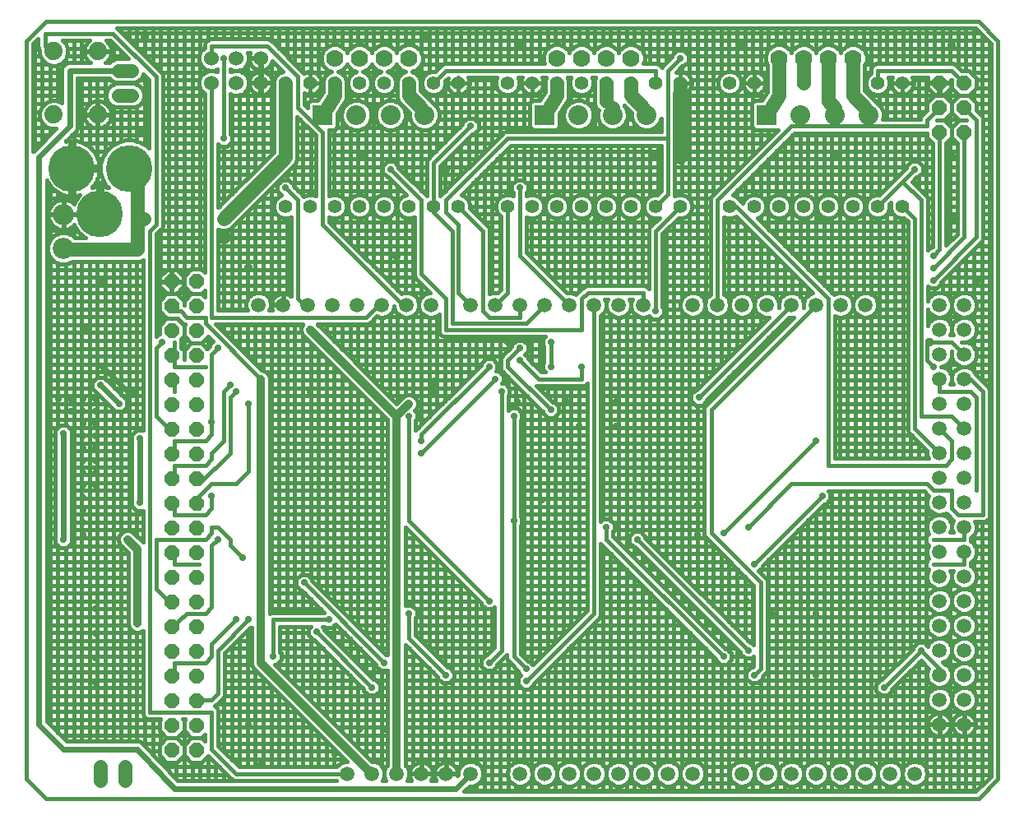
<source format=gbl>
G75*
%MOIN*%
%OFA0B0*%
%FSLAX24Y24*%
%IPPOS*%
%LPD*%
%AMOC8*
5,1,8,0,0,1.08239X$1,22.5*
%
%ADD10C,0.0160*%
%ADD11C,0.0594*%
%ADD12C,0.0700*%
%ADD13C,0.0554*%
%ADD14C,0.0600*%
%ADD15C,0.1890*%
%ADD16C,0.0560*%
%ADD17R,0.0800X0.0800*%
%ADD18C,0.0800*%
%ADD19C,0.0860*%
%ADD20C,0.0740*%
%ADD21OC8,0.0600*%
%ADD22OC8,0.0356*%
%ADD23R,0.0356X0.0356*%
%ADD24OC8,0.0280*%
%ADD25C,0.0240*%
%ADD26OC8,0.0240*%
%ADD27C,0.0320*%
D10*
X002145Y001680D02*
X039940Y001680D01*
X040727Y002467D01*
X040727Y032389D01*
X039940Y033176D01*
X002145Y033176D01*
X001357Y032389D01*
X001357Y002467D01*
X002145Y001680D01*
X002990Y004000D02*
X002177Y004813D01*
X002177Y026734D01*
X002206Y026674D01*
X002273Y026567D01*
X002352Y026469D01*
X002441Y026379D01*
X002540Y026301D01*
X002647Y026233D01*
X002761Y026178D01*
X002880Y026137D01*
X003003Y026109D01*
X003112Y026096D01*
X003112Y027139D01*
X003272Y027139D01*
X003272Y026096D01*
X003381Y026109D01*
X003504Y026137D01*
X003514Y026140D01*
X003494Y026120D01*
X003415Y026021D01*
X003348Y025914D01*
X003293Y025800D01*
X003287Y025783D01*
X003255Y025815D01*
X003177Y025871D01*
X003091Y025915D01*
X003000Y025944D01*
X002905Y025959D01*
X002876Y025959D01*
X002876Y025368D01*
X003467Y025368D01*
X003467Y025397D01*
X003459Y025449D01*
X004254Y025449D01*
X004254Y026492D01*
X004145Y026480D01*
X004022Y026452D01*
X004011Y026448D01*
X004032Y026469D01*
X004111Y026567D01*
X004178Y026674D01*
X004233Y026788D01*
X004275Y026907D01*
X004303Y027031D01*
X004315Y027139D01*
X003272Y027139D01*
X003272Y027299D01*
X004315Y027299D01*
X004303Y027408D01*
X004275Y027531D01*
X004233Y027651D01*
X004178Y027764D01*
X004111Y027871D01*
X004032Y027970D01*
X003943Y028059D01*
X003844Y028138D01*
X003737Y028205D01*
X003623Y028260D01*
X003504Y028302D01*
X003381Y028330D01*
X003272Y028342D01*
X003272Y027299D01*
X003112Y027299D01*
X003112Y028342D01*
X003003Y028330D01*
X002947Y028317D01*
X003379Y028749D01*
X003427Y028866D01*
X003427Y028994D01*
X003427Y030860D01*
X004718Y030860D01*
X004805Y030773D01*
X004982Y030700D01*
X005733Y030700D01*
X005909Y030773D01*
X006044Y030908D01*
X006100Y031042D01*
X006327Y030814D01*
X006327Y028026D01*
X006218Y028136D01*
X005957Y028286D01*
X005665Y028364D01*
X005364Y028364D01*
X005073Y028286D01*
X004812Y028136D01*
X004599Y027922D01*
X004448Y027661D01*
X004370Y027370D01*
X004370Y027069D01*
X004448Y026777D01*
X004599Y026516D01*
X004673Y026442D01*
X004646Y026452D01*
X004522Y026480D01*
X004414Y026492D01*
X004414Y025449D01*
X004254Y025449D01*
X004254Y025289D01*
X003465Y025289D01*
X003467Y025301D01*
X003467Y025331D01*
X002876Y025331D01*
X002876Y025368D01*
X002839Y025368D01*
X002839Y025959D01*
X002809Y025959D01*
X002714Y025944D01*
X002623Y025915D01*
X002538Y025871D01*
X002460Y025815D01*
X002392Y025747D01*
X002336Y025669D01*
X002292Y025583D01*
X002262Y025492D01*
X002247Y025397D01*
X002247Y025368D01*
X002839Y025368D01*
X002839Y025331D01*
X002876Y025331D01*
X002876Y024739D01*
X002905Y024739D01*
X003000Y024754D01*
X003091Y024784D01*
X003177Y024828D01*
X003255Y024884D01*
X003298Y024927D01*
X003348Y024824D01*
X003415Y024717D01*
X003494Y024618D01*
X003583Y024529D01*
X003682Y024450D01*
X003746Y024410D01*
X003310Y024410D01*
X003214Y024505D01*
X002983Y024601D01*
X002732Y024601D01*
X002500Y024505D01*
X002323Y024328D01*
X002227Y024097D01*
X002227Y023846D01*
X002323Y023614D01*
X002500Y023437D01*
X002732Y023341D01*
X002983Y023341D01*
X003214Y023437D01*
X003227Y023450D01*
X005953Y023450D01*
X006077Y023502D01*
X006077Y016620D01*
X005816Y016620D01*
X005617Y016421D01*
X005617Y016139D01*
X005637Y016119D01*
X005637Y013841D01*
X005617Y013821D01*
X005617Y013539D01*
X005816Y013340D01*
X006077Y013340D01*
X006077Y012069D01*
X005661Y012485D01*
X005613Y012505D01*
X005598Y012520D01*
X005577Y012520D01*
X005529Y012540D01*
X005386Y012540D01*
X005337Y012520D01*
X005316Y012520D01*
X005302Y012505D01*
X005253Y012485D01*
X005152Y012384D01*
X005132Y012336D01*
X005117Y012321D01*
X005117Y012300D01*
X005097Y012252D01*
X005097Y012108D01*
X005117Y012060D01*
X005117Y012039D01*
X005132Y012024D01*
X005152Y011976D01*
X005497Y011631D01*
X005497Y008708D01*
X005517Y008660D01*
X005517Y008639D01*
X005517Y004000D01*
X005799Y004000D02*
X002990Y004000D01*
X002957Y004033D02*
X002957Y011840D01*
X002998Y011840D02*
X003197Y012039D01*
X003197Y012321D01*
X003177Y012341D01*
X003177Y016319D01*
X003197Y016339D01*
X003197Y016621D01*
X002998Y016820D01*
X002716Y016820D01*
X002517Y016621D01*
X002517Y016339D01*
X002537Y016319D01*
X002537Y012341D01*
X002517Y012321D01*
X002517Y012039D01*
X002716Y011840D01*
X002998Y011840D01*
X003078Y011920D02*
X005208Y011920D01*
X005197Y011931D02*
X005197Y004000D01*
X004877Y004000D02*
X004877Y017457D01*
X004926Y017409D02*
X004926Y017409D01*
X004086Y018249D01*
X004086Y018249D01*
X004037Y018297D01*
X004037Y018563D01*
X004086Y018611D01*
X004086Y018611D01*
X004176Y018701D01*
X004176Y018701D01*
X004225Y018750D01*
X004490Y018750D01*
X004539Y018701D01*
X004539Y018701D01*
X005379Y017861D01*
X005379Y017861D01*
X005427Y017813D01*
X005427Y017547D01*
X005379Y017499D01*
X005379Y017499D01*
X005289Y017409D01*
X005289Y017409D01*
X005240Y017360D01*
X006077Y017360D01*
X006077Y017680D02*
X005427Y017680D01*
X005240Y017360D02*
X004975Y017360D01*
X002177Y017360D01*
X002177Y017040D02*
X006077Y017040D01*
X006077Y016720D02*
X003098Y016720D01*
X002957Y016820D02*
X002957Y023341D01*
X003217Y023440D02*
X006077Y023440D01*
X005837Y023450D02*
X005837Y016620D01*
X005617Y016400D02*
X003197Y016400D01*
X003177Y016080D02*
X005637Y016080D01*
X005637Y015760D02*
X003177Y015760D01*
X003177Y015440D02*
X005637Y015440D01*
X005637Y015120D02*
X003177Y015120D01*
X003177Y014800D02*
X005637Y014800D01*
X005637Y014480D02*
X003177Y014480D01*
X003177Y014160D02*
X005637Y014160D01*
X005636Y013840D02*
X003177Y013840D01*
X003177Y013520D02*
X005636Y013520D01*
X005837Y013340D02*
X005837Y012309D01*
X005906Y012240D02*
X006077Y012240D01*
X006077Y012560D02*
X003177Y012560D01*
X003177Y012880D02*
X006077Y012880D01*
X006077Y013200D02*
X003177Y013200D01*
X002537Y013200D02*
X002177Y013200D01*
X002177Y012880D02*
X002537Y012880D01*
X002537Y012560D02*
X002177Y012560D01*
X002177Y012240D02*
X002517Y012240D01*
X002636Y011920D02*
X002177Y011920D01*
X002177Y011600D02*
X005497Y011600D01*
X005497Y011280D02*
X002177Y011280D01*
X002177Y010960D02*
X005497Y010960D01*
X005497Y010640D02*
X002177Y010640D01*
X002177Y010320D02*
X005497Y010320D01*
X005497Y010000D02*
X002177Y010000D01*
X002177Y009680D02*
X005497Y009680D01*
X005497Y009360D02*
X002177Y009360D01*
X002177Y009040D02*
X005497Y009040D01*
X005497Y008720D02*
X002177Y008720D01*
X002177Y008400D02*
X006077Y008400D01*
X006061Y008475D02*
X006077Y008491D01*
X006077Y005124D01*
X006120Y005021D01*
X006199Y004943D01*
X006302Y004900D01*
X006799Y004900D01*
X006743Y004844D01*
X006743Y004430D01*
X007036Y004137D01*
X007450Y004137D01*
X007036Y004137D01*
X006743Y003844D01*
X006743Y003430D01*
X007036Y003137D01*
X007450Y003137D01*
X007743Y003430D01*
X007743Y003844D01*
X007450Y004137D01*
X007743Y004430D01*
X008036Y004137D01*
X008450Y004137D01*
X008036Y004137D01*
X007743Y003844D01*
X007743Y003430D01*
X008036Y003137D01*
X008450Y003137D01*
X008727Y003414D01*
X009699Y002443D01*
X009802Y002400D01*
X013935Y002400D01*
X007496Y002400D01*
X006131Y003856D01*
X006129Y003861D01*
X006087Y003903D01*
X006047Y003945D01*
X006042Y003948D01*
X006039Y003951D01*
X005985Y003974D01*
X005931Y003998D01*
X005926Y003998D01*
X005921Y004000D01*
X005862Y004000D01*
X005804Y004002D01*
X005799Y004000D01*
X005837Y004001D02*
X005837Y008420D01*
X005786Y008420D02*
X005929Y008420D01*
X005977Y008440D01*
X005998Y008440D01*
X006013Y008455D01*
X006061Y008475D01*
X005786Y008420D02*
X005737Y008440D01*
X005716Y008440D01*
X005702Y008455D01*
X005653Y008475D01*
X005552Y008576D01*
X005532Y008624D01*
X005517Y008639D01*
X006077Y008080D02*
X002177Y008080D01*
X002177Y007760D02*
X006077Y007760D01*
X006077Y007440D02*
X002177Y007440D01*
X002177Y007120D02*
X006077Y007120D01*
X006077Y006800D02*
X002177Y006800D01*
X002177Y006480D02*
X006077Y006480D01*
X006077Y006160D02*
X002177Y006160D01*
X002177Y005840D02*
X006077Y005840D01*
X006077Y005520D02*
X002177Y005520D01*
X002177Y005200D02*
X006077Y005200D01*
X006157Y004984D02*
X006157Y003828D01*
X006071Y003920D02*
X006819Y003920D01*
X006797Y003898D02*
X006797Y004375D01*
X006933Y004240D02*
X002750Y004240D01*
X002637Y004353D02*
X002637Y011919D01*
X003197Y012240D02*
X005097Y012240D01*
X005197Y012429D02*
X005197Y017360D01*
X004975Y017360D02*
X004926Y017409D01*
X004655Y017680D02*
X002177Y017680D01*
X002177Y018000D02*
X004335Y018000D01*
X004237Y018097D02*
X004237Y004000D01*
X003917Y004000D02*
X003917Y023450D01*
X003597Y023450D02*
X003597Y004000D01*
X003277Y004000D02*
X003277Y023450D01*
X002637Y023381D02*
X002637Y016741D01*
X002616Y016720D02*
X002177Y016720D01*
X002177Y016400D02*
X002517Y016400D01*
X002537Y016080D02*
X002177Y016080D01*
X002177Y015760D02*
X002537Y015760D01*
X002537Y015440D02*
X002177Y015440D01*
X002177Y015120D02*
X002537Y015120D01*
X002537Y014800D02*
X002177Y014800D01*
X002177Y014480D02*
X002537Y014480D01*
X002537Y014160D02*
X002177Y014160D01*
X002177Y013840D02*
X002537Y013840D01*
X002537Y013520D02*
X002177Y013520D01*
X005517Y012540D02*
X005517Y023450D01*
X005197Y023450D02*
X005197Y018043D01*
X005240Y018000D02*
X006077Y018000D01*
X006077Y018320D02*
X004920Y018320D01*
X004877Y018363D02*
X004877Y023450D01*
X004557Y023450D02*
X004557Y018683D01*
X004600Y018640D02*
X006077Y018640D01*
X006077Y018960D02*
X002177Y018960D01*
X002177Y018640D02*
X004115Y018640D01*
X004237Y018750D02*
X004237Y023450D01*
X003597Y024410D02*
X003597Y024517D01*
X003413Y024720D02*
X002177Y024720D01*
X002392Y024952D02*
X002460Y024884D01*
X002538Y024828D01*
X002623Y024784D01*
X002714Y024754D01*
X002809Y024739D01*
X002839Y024739D01*
X002839Y025331D01*
X002247Y025331D01*
X002247Y025301D01*
X002262Y025206D01*
X002292Y025115D01*
X002336Y025030D01*
X002392Y024952D01*
X002330Y025040D02*
X002177Y025040D01*
X002317Y025065D02*
X002317Y024314D01*
X002395Y024400D02*
X002177Y024400D01*
X002177Y024080D02*
X002227Y024080D01*
X002263Y023760D02*
X002177Y023760D01*
X002317Y023629D02*
X002317Y004673D01*
X002430Y004560D02*
X006743Y004560D01*
X006779Y004880D02*
X002177Y004880D01*
X004557Y004000D02*
X004557Y017777D01*
X004037Y018320D02*
X002177Y018320D01*
X002177Y019280D02*
X006077Y019280D01*
X006077Y019600D02*
X002177Y019600D01*
X002177Y019920D02*
X006077Y019920D01*
X006077Y020240D02*
X002177Y020240D01*
X002177Y020560D02*
X006077Y020560D01*
X006077Y020880D02*
X002177Y020880D01*
X002177Y021200D02*
X006077Y021200D01*
X006077Y021520D02*
X002177Y021520D01*
X002177Y021840D02*
X006077Y021840D01*
X006077Y022160D02*
X002177Y022160D01*
X002177Y022480D02*
X006077Y022480D01*
X006077Y022800D02*
X002177Y022800D01*
X002177Y023120D02*
X006077Y023120D01*
X006637Y023120D02*
X008019Y023120D01*
X008036Y023137D02*
X007743Y022844D01*
X007743Y022430D01*
X008036Y022137D01*
X008450Y022137D01*
X008036Y022137D01*
X007743Y021844D01*
X007450Y022137D01*
X007036Y022137D01*
X006743Y021844D01*
X006743Y021430D01*
X007036Y021137D01*
X007450Y021137D01*
X007036Y021137D01*
X006743Y020844D01*
X006743Y020500D01*
X006725Y020500D01*
X006637Y020413D01*
X006637Y024564D01*
X006766Y024693D01*
X006845Y024771D01*
X006887Y024874D01*
X006887Y030986D01*
X006845Y031089D01*
X005095Y032839D01*
X005037Y032896D01*
X039824Y032896D01*
X040447Y032273D01*
X040447Y002583D01*
X039824Y001960D01*
X019090Y001960D01*
X019313Y002183D01*
X019456Y002183D01*
X019639Y002259D01*
X019778Y002399D01*
X019854Y002581D01*
X019854Y002779D01*
X019778Y002961D01*
X019639Y003101D01*
X019456Y003177D01*
X019258Y003177D01*
X019076Y003101D01*
X018936Y002961D01*
X018860Y002779D01*
X018860Y002636D01*
X018828Y002603D01*
X018834Y002642D01*
X018834Y002662D01*
X018376Y002662D01*
X018376Y002698D01*
X018834Y002698D01*
X018834Y002718D01*
X018822Y002792D01*
X018799Y002863D01*
X018765Y002930D01*
X018721Y002991D01*
X018668Y003044D01*
X018607Y003088D01*
X018540Y003122D01*
X018469Y003145D01*
X018395Y003157D01*
X018376Y003157D01*
X018376Y002698D01*
X018339Y002698D01*
X018339Y002662D01*
X017880Y002662D01*
X017880Y002642D01*
X017892Y002568D01*
X017915Y002497D01*
X017949Y002430D01*
X017971Y002400D01*
X017743Y002400D01*
X017765Y002430D01*
X017799Y002497D01*
X017822Y002568D01*
X017834Y002642D01*
X017834Y002662D01*
X017376Y002662D01*
X017376Y002698D01*
X017834Y002698D01*
X017834Y002718D01*
X017822Y002792D01*
X017799Y002863D01*
X017765Y002930D01*
X017721Y002991D01*
X017668Y003044D01*
X017607Y003088D01*
X017540Y003122D01*
X017469Y003145D01*
X017395Y003157D01*
X017376Y003157D01*
X017376Y002698D01*
X017339Y002698D01*
X017339Y002662D01*
X016880Y002662D01*
X016880Y002642D01*
X016892Y002568D01*
X016915Y002497D01*
X016949Y002430D01*
X016971Y002400D01*
X016779Y002400D01*
X016854Y002581D01*
X016854Y002779D01*
X016778Y002961D01*
X016717Y003023D01*
X016717Y007924D01*
X018037Y006604D01*
X018037Y006547D01*
X018225Y006360D01*
X018490Y006360D01*
X018677Y006547D01*
X018677Y006813D01*
X018490Y007000D01*
X018433Y007000D01*
X017137Y008296D01*
X017137Y009007D01*
X017177Y009047D01*
X017177Y009313D01*
X016990Y009500D01*
X016725Y009500D01*
X016717Y009493D01*
X016717Y012674D01*
X019787Y009604D01*
X019787Y009547D01*
X019975Y009360D01*
X017130Y009360D01*
X017037Y009453D02*
X017037Y012354D01*
X017151Y012240D02*
X016717Y012240D01*
X016717Y011920D02*
X017471Y011920D01*
X017357Y012034D02*
X017357Y008076D01*
X017353Y008080D02*
X020327Y008080D01*
X020327Y007796D02*
X020031Y007500D01*
X019975Y007500D01*
X019787Y007313D01*
X019787Y007047D01*
X019975Y006860D01*
X020240Y006860D01*
X020427Y007047D01*
X020427Y007104D01*
X020766Y007443D01*
X020827Y007504D01*
X020827Y007374D01*
X020870Y007271D01*
X020949Y007193D01*
X021287Y006854D01*
X021287Y006797D01*
X021405Y006680D01*
X021287Y006563D01*
X021287Y006297D01*
X021475Y006110D01*
X021740Y006110D01*
X021927Y006297D01*
X021927Y006354D01*
X024516Y008943D01*
X024595Y009021D01*
X024637Y009124D01*
X024637Y012004D01*
X024699Y011943D01*
X029287Y007354D01*
X029287Y007297D01*
X029475Y007110D01*
X029740Y007110D01*
X029927Y007297D01*
X029927Y007563D01*
X029740Y007750D01*
X029683Y007750D01*
X025137Y012296D01*
X025137Y012507D01*
X025177Y012547D01*
X025177Y012813D01*
X024990Y013000D01*
X024725Y013000D01*
X024637Y012913D01*
X024637Y021258D01*
X024639Y021259D01*
X024778Y021399D01*
X024854Y021581D01*
X024854Y021779D01*
X024804Y021900D01*
X024911Y021900D01*
X024860Y021779D01*
X024860Y021581D01*
X024936Y021399D01*
X025076Y021259D01*
X025258Y021183D01*
X025456Y021183D01*
X025639Y021259D01*
X025778Y021399D01*
X025854Y021581D01*
X025854Y021779D01*
X025804Y021900D01*
X025911Y021900D01*
X025860Y021779D01*
X025860Y021581D01*
X025936Y021399D01*
X026076Y021259D01*
X026258Y021183D01*
X026456Y021183D01*
X026594Y021240D01*
X026725Y021110D01*
X026990Y021110D01*
X027177Y021297D01*
X027177Y021563D01*
X027137Y021603D01*
X027137Y024564D01*
X027776Y025203D01*
X027952Y025203D01*
X028128Y025275D01*
X028262Y025410D01*
X028334Y025585D01*
X028334Y025775D01*
X028262Y025950D01*
X028128Y026085D01*
X027952Y026157D01*
X027762Y026157D01*
X027628Y026101D01*
X027637Y026124D01*
X027637Y030279D01*
X027682Y030256D01*
X027750Y030234D01*
X027821Y030223D01*
X027849Y030223D01*
X027849Y030671D01*
X027866Y030671D01*
X027866Y030223D01*
X027893Y030223D01*
X027964Y030234D01*
X028033Y030256D01*
X028097Y030289D01*
X028155Y030331D01*
X028206Y030382D01*
X028248Y030440D01*
X028281Y030505D01*
X028303Y030573D01*
X028314Y030644D01*
X028314Y030671D01*
X027866Y030671D01*
X027866Y030689D01*
X027849Y030689D01*
X027849Y031137D01*
X027821Y031137D01*
X027750Y031126D01*
X027682Y031104D01*
X027672Y031099D01*
X027933Y031360D01*
X027990Y031360D01*
X028177Y031547D01*
X028177Y031813D01*
X027990Y032000D01*
X027725Y032000D01*
X027537Y031813D01*
X027537Y031756D01*
X027199Y031417D01*
X027120Y031339D01*
X027107Y031308D01*
X027095Y031339D01*
X027016Y031417D01*
X026913Y031460D01*
X026361Y031460D01*
X026407Y031571D01*
X026407Y031789D01*
X026324Y031992D01*
X026169Y032146D01*
X025967Y032230D01*
X025748Y032230D01*
X025546Y032146D01*
X025391Y031992D01*
X025357Y031910D01*
X025324Y031992D01*
X025169Y032146D01*
X024967Y032230D01*
X024748Y032230D01*
X024546Y032146D01*
X024391Y031992D01*
X024357Y031910D01*
X024324Y031992D01*
X024169Y032146D01*
X023967Y032230D01*
X023748Y032230D01*
X023546Y032146D01*
X023391Y031992D01*
X023357Y031910D01*
X023324Y031992D01*
X023169Y032146D01*
X022967Y032230D01*
X022748Y032230D01*
X022546Y032146D01*
X022391Y031992D01*
X022307Y031789D01*
X022307Y031571D01*
X022353Y031460D01*
X018302Y031460D01*
X018199Y031417D01*
X018120Y031339D01*
X017938Y031157D01*
X017762Y031157D01*
X017587Y031085D01*
X017453Y030950D01*
X017380Y030775D01*
X017380Y030585D01*
X017453Y030410D01*
X017587Y030275D01*
X017762Y030203D01*
X017952Y030203D01*
X018128Y030275D01*
X018262Y030410D01*
X018334Y030585D01*
X018334Y030761D01*
X018439Y030865D01*
X018434Y030855D01*
X018411Y030787D01*
X018400Y030716D01*
X018400Y030689D01*
X018849Y030689D01*
X018849Y030900D01*
X018866Y030900D01*
X018866Y030689D01*
X018849Y030689D01*
X018849Y030671D01*
X018866Y030671D01*
X018866Y030223D01*
X018893Y030223D01*
X018964Y030234D01*
X019033Y030256D01*
X019097Y030289D01*
X019155Y030331D01*
X019206Y030382D01*
X019248Y030440D01*
X019281Y030505D01*
X019303Y030573D01*
X019314Y030644D01*
X019314Y030671D01*
X018866Y030671D01*
X018866Y030689D01*
X019314Y030689D01*
X019314Y030716D01*
X019303Y030787D01*
X019281Y030855D01*
X019258Y030900D01*
X020432Y030900D01*
X020380Y030775D01*
X020380Y030585D01*
X020453Y030410D01*
X020587Y030275D01*
X020762Y030203D01*
X020952Y030203D01*
X021128Y030275D01*
X021262Y030410D01*
X021334Y030585D01*
X021334Y030775D01*
X021283Y030900D01*
X021456Y030900D01*
X021434Y030855D01*
X021411Y030787D01*
X021400Y030716D01*
X021400Y030689D01*
X021849Y030689D01*
X021849Y030671D01*
X021866Y030671D01*
X021866Y030223D01*
X021893Y030223D01*
X021964Y030234D01*
X022033Y030256D01*
X022097Y030289D01*
X022155Y030331D01*
X022206Y030382D01*
X022248Y030440D01*
X022281Y030505D01*
X022303Y030573D01*
X022314Y030644D01*
X022314Y030671D01*
X021866Y030671D01*
X021866Y030689D01*
X022314Y030689D01*
X022314Y030716D01*
X022303Y030787D01*
X022281Y030855D01*
X022258Y030900D01*
X022429Y030900D01*
X022377Y030775D01*
X022377Y030318D01*
X022166Y029980D01*
X021874Y029980D01*
X021757Y029863D01*
X021757Y028897D01*
X021874Y028780D01*
X022840Y028780D01*
X022957Y028897D01*
X022957Y029434D01*
X023235Y029879D01*
X023264Y029908D01*
X023285Y029959D01*
X023315Y030007D01*
X023322Y030047D01*
X023337Y030085D01*
X023337Y030140D01*
X023346Y030195D01*
X023337Y030235D01*
X023337Y030775D01*
X023286Y030900D01*
X023432Y030900D01*
X023380Y030775D01*
X023380Y030585D01*
X023453Y030410D01*
X023587Y030275D01*
X023762Y030203D01*
X023952Y030203D01*
X024128Y030275D01*
X024262Y030410D01*
X024334Y030585D01*
X024334Y030775D01*
X024283Y030900D01*
X024429Y030900D01*
X024377Y030775D01*
X024377Y029835D01*
X024450Y029658D01*
X024541Y029567D01*
X024513Y029499D01*
X024513Y029261D01*
X024605Y029040D01*
X024773Y028871D01*
X024994Y028780D01*
X025233Y028780D01*
X025453Y028871D01*
X025622Y029040D01*
X025713Y029261D01*
X025713Y029499D01*
X025622Y029720D01*
X025586Y029756D01*
X025586Y029773D01*
X025891Y029467D01*
X025891Y029261D01*
X025982Y029040D01*
X026151Y028871D01*
X026372Y028780D01*
X026610Y028780D01*
X026831Y028871D01*
X027000Y029040D01*
X027077Y029227D01*
X027077Y028710D01*
X020802Y028710D01*
X020699Y028667D01*
X020620Y028589D01*
X018137Y026106D01*
X018137Y027314D01*
X019433Y028610D01*
X019490Y028610D01*
X019677Y028797D01*
X019677Y029063D01*
X019490Y029250D01*
X019225Y029250D01*
X019037Y029063D01*
X019037Y029006D01*
X017699Y027667D01*
X017620Y027589D01*
X017577Y027486D01*
X017577Y026106D01*
X017516Y026167D01*
X016427Y027256D01*
X016427Y027313D01*
X016240Y027500D01*
X015975Y027500D01*
X015787Y027313D01*
X015787Y027047D01*
X015975Y026860D01*
X016031Y026860D01*
X016742Y026149D01*
X016587Y026085D01*
X016453Y025950D01*
X016380Y025775D01*
X016380Y025585D01*
X016453Y025410D01*
X016587Y025275D01*
X016762Y025203D01*
X016952Y025203D01*
X017077Y025255D01*
X017077Y022874D01*
X017120Y022771D01*
X017714Y022177D01*
X017658Y022177D01*
X017476Y022101D01*
X017336Y021961D01*
X017260Y021779D01*
X017260Y021581D01*
X017336Y021399D01*
X017476Y021259D01*
X017658Y021183D01*
X017856Y021183D01*
X018039Y021259D01*
X018077Y021297D01*
X018077Y020624D01*
X018120Y020521D01*
X018199Y020443D01*
X018302Y020400D01*
X022375Y020400D01*
X022287Y020313D01*
X022287Y020047D01*
X022327Y020007D01*
X022327Y019353D01*
X022287Y019313D01*
X022287Y019047D01*
X022375Y018960D01*
X022223Y018960D01*
X022375Y018960D01*
X022223Y018960D02*
X021677Y019506D01*
X021677Y019563D01*
X021560Y019680D01*
X021677Y019797D01*
X021677Y020063D01*
X021490Y020250D01*
X021225Y020250D01*
X021037Y020063D01*
X021037Y020006D01*
X020699Y019667D01*
X020620Y019589D01*
X020577Y019486D01*
X020577Y019124D01*
X020620Y019021D01*
X022287Y017354D01*
X022287Y017297D01*
X022475Y017110D01*
X022740Y017110D01*
X022927Y017297D01*
X022927Y017563D01*
X022740Y017750D01*
X022683Y017750D01*
X022020Y018413D01*
X022052Y018400D01*
X023913Y018400D01*
X024016Y018443D01*
X024077Y018504D01*
X024077Y009296D01*
X021886Y007104D01*
X021740Y007250D01*
X021683Y007250D01*
X021387Y007546D01*
X021387Y012757D01*
X021427Y012797D01*
X021427Y013063D01*
X021387Y013103D01*
X021387Y017007D01*
X021427Y017047D01*
X021427Y017313D01*
X021240Y017500D01*
X020975Y017500D01*
X020887Y017413D01*
X020887Y018007D01*
X020927Y018047D01*
X020927Y018313D01*
X020740Y018500D01*
X020630Y018500D01*
X020677Y018547D01*
X020677Y018813D01*
X020490Y019000D01*
X020380Y019000D01*
X020427Y019047D01*
X020427Y019313D01*
X020240Y019500D01*
X019975Y019500D01*
X019787Y019313D01*
X019787Y019256D01*
X017199Y016667D01*
X017137Y016606D01*
X017137Y017007D01*
X017177Y017047D01*
X017177Y017313D01*
X017088Y017402D01*
X017162Y017476D01*
X017217Y017608D01*
X017217Y017752D01*
X017162Y017884D01*
X017061Y017985D01*
X016929Y018040D01*
X016786Y018040D01*
X016653Y017985D01*
X016357Y017689D01*
X013146Y020900D01*
X015163Y020900D01*
X015266Y020943D01*
X015345Y021021D01*
X015551Y021228D01*
X015658Y021183D01*
X015856Y021183D01*
X016039Y021259D01*
X016178Y021399D01*
X016254Y021581D01*
X016254Y021637D01*
X016260Y021631D01*
X016260Y021581D01*
X016336Y021399D01*
X016476Y021259D01*
X016658Y021183D01*
X016856Y021183D01*
X017039Y021259D01*
X017178Y021399D01*
X017254Y021581D01*
X017254Y021779D01*
X017178Y021961D01*
X017039Y022101D01*
X016856Y022177D01*
X016658Y022177D01*
X016551Y022132D01*
X013637Y025046D01*
X013637Y025255D01*
X013762Y025203D01*
X013952Y025203D01*
X014128Y025275D01*
X014262Y025410D01*
X014334Y025585D01*
X014334Y025775D01*
X014262Y025950D01*
X014128Y026085D01*
X013952Y026157D01*
X013762Y026157D01*
X013637Y026105D01*
X013637Y028736D01*
X013619Y028780D01*
X013840Y028780D01*
X013957Y028897D01*
X013957Y029434D01*
X014235Y029879D01*
X014264Y029908D01*
X014285Y029959D01*
X014315Y030007D01*
X014322Y030047D01*
X014337Y030085D01*
X014337Y030140D01*
X014346Y030195D01*
X014337Y030235D01*
X014337Y030775D01*
X014264Y030952D01*
X014129Y031087D01*
X013996Y031142D01*
X014169Y031214D01*
X014324Y031368D01*
X014357Y031450D01*
X014391Y031368D01*
X014546Y031214D01*
X014722Y031141D01*
X014587Y031085D01*
X014453Y030950D01*
X014380Y030775D01*
X014380Y030585D01*
X014453Y030410D01*
X014587Y030275D01*
X014762Y030203D01*
X014952Y030203D01*
X015128Y030275D01*
X015262Y030410D01*
X015334Y030585D01*
X015334Y030775D01*
X015262Y030950D01*
X015128Y031085D01*
X014992Y031141D01*
X015169Y031214D01*
X015324Y031368D01*
X015357Y031450D01*
X015391Y031368D01*
X015546Y031214D01*
X015722Y031141D01*
X015587Y031085D01*
X015453Y030950D01*
X015380Y030775D01*
X015380Y030585D01*
X015453Y030410D01*
X015587Y030275D01*
X015762Y030203D01*
X015952Y030203D01*
X016128Y030275D01*
X016262Y030410D01*
X016334Y030585D01*
X016334Y030775D01*
X016262Y030950D01*
X016128Y031085D01*
X015992Y031141D01*
X016169Y031214D01*
X016324Y031368D01*
X016357Y031450D01*
X016391Y031368D01*
X016546Y031214D01*
X016719Y031142D01*
X016585Y031087D01*
X016450Y030952D01*
X016377Y030775D01*
X016377Y030085D01*
X016450Y029908D01*
X016585Y029773D01*
X016891Y029467D01*
X016891Y029261D01*
X016982Y029040D01*
X017151Y028871D01*
X017372Y028780D01*
X017610Y028780D01*
X017831Y028871D01*
X018000Y029040D01*
X018091Y029261D01*
X018091Y029499D01*
X018000Y029720D01*
X017831Y029889D01*
X017782Y029909D01*
X017764Y029952D01*
X017337Y030379D01*
X017337Y030775D01*
X017264Y030952D01*
X017129Y031087D01*
X016996Y031142D01*
X017169Y031214D01*
X017324Y031368D01*
X017407Y031571D01*
X017407Y031789D01*
X017324Y031992D01*
X017169Y032146D01*
X016967Y032230D01*
X016748Y032230D01*
X016546Y032146D01*
X016391Y031992D01*
X016357Y031910D01*
X016324Y031992D01*
X016169Y032146D01*
X015967Y032230D01*
X015748Y032230D01*
X015546Y032146D01*
X015391Y031992D01*
X015357Y031910D01*
X015324Y031992D01*
X015169Y032146D01*
X014967Y032230D01*
X014748Y032230D01*
X014546Y032146D01*
X014391Y031992D01*
X014357Y031910D01*
X014324Y031992D01*
X014169Y032146D01*
X013967Y032230D01*
X013748Y032230D01*
X013546Y032146D01*
X013391Y031992D01*
X013307Y031789D01*
X013307Y031571D01*
X013391Y031368D01*
X013546Y031214D01*
X013719Y031142D01*
X013585Y031087D01*
X013450Y030952D01*
X013377Y030775D01*
X013377Y030318D01*
X013166Y029980D01*
X012874Y029980D01*
X012757Y029863D01*
X012757Y029676D01*
X012637Y029796D01*
X012637Y030279D01*
X012682Y030256D01*
X012750Y030234D01*
X012821Y030223D01*
X012849Y030223D01*
X012849Y030671D01*
X012866Y030671D01*
X012866Y030223D01*
X012893Y030223D01*
X012964Y030234D01*
X013033Y030256D01*
X013097Y030289D01*
X013155Y030331D01*
X013206Y030382D01*
X013248Y030440D01*
X013281Y030505D01*
X013303Y030573D01*
X013314Y030644D01*
X013314Y030671D01*
X012866Y030671D01*
X012866Y030689D01*
X012849Y030689D01*
X012849Y031137D01*
X012821Y031137D01*
X012750Y031126D01*
X012682Y031104D01*
X012618Y031071D01*
X012606Y031062D01*
X012595Y031089D01*
X011345Y032339D01*
X011266Y032417D01*
X011163Y032460D01*
X008802Y032460D01*
X008699Y032417D01*
X008620Y032339D01*
X008577Y032236D01*
X008577Y032105D01*
X008574Y032104D01*
X008433Y031963D01*
X008357Y031779D01*
X008357Y031581D01*
X008433Y031397D01*
X008574Y031256D01*
X008758Y031180D01*
X008574Y031104D01*
X008433Y030963D01*
X008357Y030779D01*
X008357Y030581D01*
X008433Y030397D01*
X008574Y030256D01*
X008577Y030255D01*
X008577Y023010D01*
X008450Y023137D01*
X008036Y023137D01*
X008077Y023137D02*
X008077Y032896D01*
X007757Y032896D02*
X007757Y022858D01*
X007723Y022836D02*
X007442Y023117D01*
X007263Y023117D01*
X007263Y022657D01*
X007223Y022657D01*
X007223Y023117D01*
X007044Y023117D01*
X006763Y022836D01*
X006763Y022657D01*
X007223Y022657D01*
X007223Y022617D01*
X006763Y022617D01*
X006763Y022438D01*
X007044Y022157D01*
X007223Y022157D01*
X007223Y022617D01*
X007263Y022617D01*
X007263Y022657D01*
X007723Y022657D01*
X007723Y022836D01*
X007723Y022800D02*
X007743Y022800D01*
X007723Y022617D02*
X007263Y022617D01*
X007263Y022157D01*
X007442Y022157D01*
X007723Y022438D01*
X007723Y022617D01*
X007723Y022480D02*
X007743Y022480D01*
X007757Y022415D02*
X007757Y021858D01*
X007743Y021844D02*
X007743Y021677D01*
X007743Y021844D01*
X007743Y021840D02*
X007743Y021840D01*
X007743Y021677D02*
X007743Y021677D01*
X007607Y021430D02*
X007357Y021430D01*
X007243Y021637D01*
X007607Y021430D02*
X007857Y021180D01*
X008607Y021180D01*
X008607Y020930D01*
X010857Y018680D01*
X010893Y019040D02*
X009033Y020900D01*
X012568Y020900D01*
X012552Y020884D01*
X012497Y020752D01*
X012497Y020608D01*
X012552Y020476D01*
X015997Y017031D01*
X015997Y007493D01*
X015990Y007500D01*
X015933Y007500D01*
X012927Y010506D01*
X012927Y010563D01*
X012740Y010750D01*
X012475Y010750D01*
X012287Y010563D01*
X012287Y010297D01*
X012475Y010110D01*
X012531Y010110D01*
X013431Y009210D01*
X011302Y009210D01*
X011217Y009175D01*
X011217Y018752D01*
X011162Y018884D01*
X011061Y018985D01*
X010929Y019040D01*
X010893Y019040D01*
X010957Y019028D02*
X010957Y020900D01*
X010637Y020900D02*
X010637Y019296D01*
X010653Y019280D02*
X013748Y019280D01*
X013837Y019191D02*
X013837Y009596D01*
X013753Y009680D02*
X015997Y009680D01*
X015997Y009360D02*
X014073Y009360D01*
X014157Y009276D02*
X014157Y018871D01*
X014068Y018960D02*
X011086Y018960D01*
X011217Y018640D02*
X014388Y018640D01*
X014477Y018551D02*
X014477Y008956D01*
X014393Y009040D02*
X015997Y009040D01*
X015997Y008720D02*
X014713Y008720D01*
X014797Y008636D02*
X014797Y018231D01*
X014708Y018320D02*
X011217Y018320D01*
X011217Y018000D02*
X015028Y018000D01*
X015117Y017911D02*
X015117Y008316D01*
X015033Y008400D02*
X015997Y008400D01*
X015997Y008080D02*
X015353Y008080D01*
X015437Y007996D02*
X015437Y017591D01*
X015348Y017680D02*
X011217Y017680D01*
X011217Y017360D02*
X015668Y017360D01*
X015757Y017271D02*
X015757Y007676D01*
X015673Y007760D02*
X015997Y007760D01*
X015857Y007180D02*
X012607Y010430D01*
X012365Y010640D02*
X011217Y010640D01*
X011217Y010320D02*
X012287Y010320D01*
X012557Y010084D02*
X012557Y009210D01*
X012237Y009210D02*
X012237Y020900D01*
X012550Y020880D02*
X009053Y020880D01*
X009037Y020896D02*
X009037Y020900D01*
X009357Y020900D02*
X009357Y020576D01*
X009373Y020560D02*
X012517Y020560D01*
X012557Y020471D02*
X012557Y010750D01*
X012850Y010640D02*
X015997Y010640D01*
X015997Y010320D02*
X013113Y010320D01*
X013197Y010236D02*
X013197Y019831D01*
X013108Y019920D02*
X010013Y019920D01*
X009997Y019936D02*
X009997Y020900D01*
X009677Y020900D02*
X009677Y020256D01*
X009693Y020240D02*
X012788Y020240D01*
X012877Y020151D02*
X012877Y010613D01*
X012641Y010000D02*
X011217Y010000D01*
X011217Y009680D02*
X012961Y009680D01*
X012877Y009764D02*
X012877Y009210D01*
X013197Y009210D02*
X013197Y009444D01*
X013281Y009360D02*
X011217Y009360D01*
X011277Y009200D02*
X011277Y020900D01*
X011597Y020900D02*
X011597Y009210D01*
X011917Y009210D02*
X011917Y020900D01*
X012557Y020889D02*
X012557Y020900D01*
X013166Y020880D02*
X018077Y020880D01*
X018077Y021200D02*
X017897Y021200D01*
X017997Y021242D02*
X017997Y017466D01*
X017891Y017360D02*
X017130Y017360D01*
X017170Y017040D02*
X017571Y017040D01*
X017677Y017146D02*
X017677Y021183D01*
X017618Y021200D02*
X016897Y021200D01*
X017037Y021258D02*
X017037Y017995D01*
X017025Y018000D02*
X018531Y018000D01*
X018637Y018106D02*
X018637Y020400D01*
X018317Y020400D02*
X018317Y017786D01*
X018211Y017680D02*
X017217Y017680D01*
X016717Y018012D02*
X016717Y021183D01*
X016618Y021200D02*
X015897Y021200D01*
X015757Y021183D02*
X015757Y018289D01*
X015726Y018320D02*
X018851Y018320D01*
X018957Y018426D02*
X018957Y020400D01*
X019277Y020400D02*
X019277Y018746D01*
X019171Y018640D02*
X015406Y018640D01*
X015437Y018609D02*
X015437Y021114D01*
X015523Y021200D02*
X015618Y021200D01*
X016077Y021297D02*
X016077Y017969D01*
X016046Y018000D02*
X016689Y018000D01*
X016397Y017729D02*
X016397Y021337D01*
X016286Y021520D02*
X016229Y021520D01*
X016607Y021680D02*
X016757Y021680D01*
X016607Y021680D02*
X013357Y024930D01*
X013357Y028680D01*
X012357Y029680D01*
X012357Y030930D01*
X011107Y032180D01*
X008857Y032180D01*
X008857Y031680D01*
X008397Y031484D02*
X008397Y030876D01*
X008366Y030800D02*
X006887Y030800D01*
X006607Y030930D02*
X004857Y032680D01*
X002107Y032680D01*
X002107Y032180D01*
X002467Y031960D01*
X001933Y031760D02*
X001637Y031760D01*
X001897Y031847D02*
X001897Y031993D01*
X001894Y031997D01*
X001870Y032021D01*
X001861Y032042D01*
X001848Y032060D01*
X001840Y032093D01*
X001827Y032124D01*
X001827Y032147D01*
X001822Y032168D01*
X001827Y032202D01*
X001827Y032463D01*
X001637Y032273D01*
X001637Y027913D01*
X001676Y027951D01*
X002555Y028830D01*
X002354Y028830D01*
X002144Y028917D01*
X001984Y029077D01*
X001897Y029287D01*
X001897Y029513D01*
X001984Y029723D01*
X002144Y029883D01*
X002354Y029970D01*
X002581Y029970D01*
X002787Y029884D01*
X002787Y031244D01*
X002836Y031361D01*
X002926Y031451D01*
X003044Y031500D01*
X003945Y031500D01*
X003889Y031540D01*
X003828Y031602D01*
X003777Y031672D01*
X003738Y031749D01*
X003711Y031831D01*
X003697Y031917D01*
X003697Y031940D01*
X004227Y031940D01*
X004227Y031980D01*
X003697Y031980D01*
X003697Y032003D01*
X003711Y032089D01*
X003738Y032171D01*
X003777Y032248D01*
X003828Y032318D01*
X003889Y032380D01*
X003917Y032400D01*
X002833Y032400D01*
X002951Y032283D01*
X003037Y032073D01*
X003037Y031847D01*
X002951Y031637D01*
X002790Y031477D01*
X002581Y031390D01*
X002354Y031390D01*
X002144Y031477D01*
X001984Y031637D01*
X001897Y031847D01*
X001843Y032080D02*
X001637Y032080D01*
X001677Y032313D02*
X001677Y027953D01*
X001645Y027920D02*
X001637Y027920D01*
X001637Y028240D02*
X001965Y028240D01*
X001997Y028273D02*
X001997Y029064D01*
X001933Y029200D02*
X001637Y029200D01*
X001637Y028880D02*
X002233Y028880D01*
X002317Y028845D02*
X002317Y028593D01*
X002285Y028560D02*
X001637Y028560D01*
X001637Y029520D02*
X001900Y029520D01*
X001997Y029736D02*
X001997Y031624D01*
X002233Y031440D02*
X001637Y031440D01*
X001637Y031120D02*
X002787Y031120D01*
X002787Y030800D02*
X001637Y030800D01*
X001637Y030480D02*
X002787Y030480D01*
X002787Y030160D02*
X001637Y030160D01*
X001637Y029840D02*
X002101Y029840D01*
X002317Y029955D02*
X002317Y031405D01*
X002637Y031413D02*
X002637Y029947D01*
X003427Y029840D02*
X003917Y029840D01*
X003917Y030860D01*
X003597Y030860D02*
X003597Y028269D01*
X003665Y028240D02*
X004993Y028240D01*
X004877Y028173D02*
X004877Y029743D01*
X004805Y029773D02*
X004982Y029700D01*
X005733Y029700D01*
X005909Y029773D01*
X006044Y029908D01*
X006117Y030085D01*
X006117Y030275D01*
X006044Y030452D01*
X005909Y030587D01*
X005733Y030660D01*
X004982Y030660D01*
X004805Y030587D01*
X004670Y030452D01*
X004597Y030275D01*
X004597Y030085D01*
X004670Y029908D01*
X004805Y029773D01*
X004738Y029840D02*
X004577Y029840D01*
X004557Y029855D02*
X004557Y030860D01*
X004778Y030800D02*
X003427Y030800D01*
X003427Y030480D02*
X004698Y030480D01*
X004877Y030617D02*
X004877Y030743D01*
X005197Y030700D02*
X005197Y030660D01*
X005517Y030660D02*
X005517Y030700D01*
X005837Y030743D02*
X005837Y030617D01*
X005936Y030800D02*
X006327Y030800D01*
X006157Y030984D02*
X006157Y028170D01*
X006037Y028240D02*
X006327Y028240D01*
X006327Y028560D02*
X003190Y028560D01*
X003277Y028647D02*
X003277Y028342D01*
X003272Y028240D02*
X003112Y028240D01*
X002957Y028320D02*
X002957Y028327D01*
X003112Y027920D02*
X003272Y027920D01*
X003272Y027600D02*
X003112Y027600D01*
X003277Y027299D02*
X003277Y027139D01*
X003272Y027280D02*
X004370Y027280D01*
X004237Y027299D02*
X004237Y027139D01*
X004287Y026960D02*
X004399Y026960D01*
X004237Y026801D02*
X004237Y026490D01*
X004156Y026640D02*
X004527Y026640D01*
X004557Y026588D02*
X004557Y026472D01*
X004414Y026320D02*
X004254Y026320D01*
X004254Y026000D02*
X004414Y026000D01*
X004414Y025680D02*
X004254Y025680D01*
X004237Y025449D02*
X004237Y025289D01*
X004254Y025360D02*
X002876Y025360D01*
X002839Y025360D02*
X002177Y025360D01*
X002317Y025368D02*
X002317Y025331D01*
X002317Y025633D02*
X002317Y026512D01*
X002227Y026640D02*
X002177Y026640D01*
X002177Y026320D02*
X002516Y026320D01*
X002637Y026239D02*
X002637Y025919D01*
X002839Y025680D02*
X002876Y025680D01*
X002957Y025951D02*
X002957Y026119D01*
X003112Y026320D02*
X003272Y026320D01*
X003277Y026097D02*
X003277Y025792D01*
X003402Y026000D02*
X002177Y026000D01*
X002177Y025680D02*
X002344Y025680D01*
X002637Y025368D02*
X002637Y025331D01*
X002957Y025331D02*
X002957Y025368D01*
X003277Y025368D02*
X003277Y025331D01*
X003597Y025289D02*
X003597Y025449D01*
X003917Y025449D02*
X003917Y025289D01*
X003277Y024907D02*
X003277Y024442D01*
X002957Y024601D02*
X002957Y024748D01*
X002876Y025040D02*
X002839Y025040D01*
X002637Y024779D02*
X002637Y024562D01*
X002498Y023440D02*
X002177Y023440D01*
X003112Y026640D02*
X003272Y026640D01*
X003272Y026960D02*
X003112Y026960D01*
X003597Y027139D02*
X003597Y027299D01*
X003917Y027299D02*
X003917Y027139D01*
X004250Y027600D02*
X004431Y027600D01*
X004237Y027638D02*
X004237Y029380D01*
X004227Y029380D02*
X004267Y029380D01*
X004267Y028850D01*
X004291Y028850D01*
X004376Y028864D01*
X004458Y028890D01*
X004536Y028930D01*
X004606Y028980D01*
X004667Y029042D01*
X004718Y029112D01*
X004757Y029189D01*
X004784Y029271D01*
X004797Y029357D01*
X004797Y029380D01*
X004267Y029380D01*
X004267Y029420D01*
X004227Y029420D01*
X004227Y029380D01*
X003697Y029380D01*
X003697Y029357D01*
X003711Y029271D01*
X003738Y029189D01*
X003777Y029112D01*
X003828Y029042D01*
X003889Y028980D01*
X003959Y028930D01*
X004036Y028890D01*
X004118Y028864D01*
X004204Y028850D01*
X004227Y028850D01*
X004227Y029380D01*
X004227Y029420D02*
X003697Y029420D01*
X003697Y029443D01*
X003711Y029529D01*
X003738Y029611D01*
X003777Y029688D01*
X003828Y029758D01*
X003889Y029820D01*
X003959Y029870D01*
X004036Y029910D01*
X004118Y029936D01*
X004204Y029950D01*
X004227Y029950D01*
X004227Y029420D01*
X004237Y029420D02*
X004237Y030860D01*
X004550Y031500D02*
X004606Y031540D01*
X004667Y031602D01*
X004718Y031672D01*
X004757Y031749D01*
X004784Y031831D01*
X004797Y031917D01*
X004797Y031940D01*
X004267Y031940D01*
X004267Y031980D01*
X004797Y031980D01*
X004797Y032003D01*
X004784Y032089D01*
X004757Y032171D01*
X004718Y032248D01*
X004667Y032318D01*
X004606Y032380D01*
X004577Y032400D01*
X004741Y032400D01*
X005481Y031660D01*
X004982Y031660D01*
X004805Y031587D01*
X004718Y031500D01*
X004550Y031500D01*
X004557Y031500D02*
X004557Y031505D01*
X004761Y031760D02*
X005381Y031760D01*
X005197Y031660D02*
X005197Y031944D01*
X005061Y032080D02*
X004785Y032080D01*
X004877Y032264D02*
X004877Y031617D01*
X004557Y031940D02*
X004557Y031980D01*
X003917Y031980D02*
X003917Y031940D01*
X003709Y032080D02*
X003035Y032080D01*
X002957Y032267D02*
X002957Y032400D01*
X003277Y032400D02*
X003277Y031500D01*
X003597Y031500D02*
X003597Y032400D01*
X003734Y031760D02*
X003001Y031760D01*
X002957Y031653D02*
X002957Y031464D01*
X002915Y031440D02*
X002701Y031440D01*
X003917Y031500D02*
X003917Y031520D01*
X003427Y030160D02*
X004597Y030160D01*
X004458Y029910D02*
X004536Y029870D01*
X004606Y029820D01*
X004667Y029758D01*
X004718Y029688D01*
X004757Y029611D01*
X004784Y029529D01*
X004797Y029443D01*
X004797Y029420D01*
X004267Y029420D01*
X004267Y029950D01*
X004291Y029950D01*
X004376Y029936D01*
X004458Y029910D01*
X004267Y029840D02*
X004227Y029840D01*
X004227Y029520D02*
X004267Y029520D01*
X004557Y029420D02*
X004557Y029380D01*
X004785Y029520D02*
X006327Y029520D01*
X006327Y029840D02*
X005976Y029840D01*
X005837Y029743D02*
X005837Y028318D01*
X005517Y028364D02*
X005517Y029700D01*
X005197Y029700D02*
X005197Y028320D01*
X004597Y027920D02*
X004072Y027920D01*
X003917Y028080D02*
X003917Y028960D01*
X004068Y028880D02*
X003427Y028880D01*
X003427Y029200D02*
X003734Y029200D01*
X003917Y029380D02*
X003917Y029420D01*
X003709Y029520D02*
X003427Y029520D01*
X004227Y029200D02*
X004267Y029200D01*
X004267Y028880D02*
X004227Y028880D01*
X004427Y028880D02*
X006327Y028880D01*
X006327Y029200D02*
X004761Y029200D01*
X004557Y028945D02*
X004557Y027851D01*
X006887Y027920D02*
X008577Y027920D01*
X008577Y027600D02*
X006887Y027600D01*
X006887Y027280D02*
X008577Y027280D01*
X008577Y026960D02*
X006887Y026960D01*
X006887Y026640D02*
X008577Y026640D01*
X008577Y026320D02*
X006887Y026320D01*
X006887Y026000D02*
X008577Y026000D01*
X008577Y025680D02*
X006887Y025680D01*
X006887Y025360D02*
X008577Y025360D01*
X008577Y025040D02*
X006887Y025040D01*
X006607Y024930D02*
X006357Y024680D01*
X006357Y005180D01*
X008857Y005180D01*
X008857Y003680D01*
X009857Y002680D01*
X014357Y002680D01*
X013935Y002960D02*
X009973Y002960D01*
X009137Y003796D01*
X009137Y005236D01*
X009095Y005339D01*
X009016Y005417D01*
X008985Y005430D01*
X009016Y005443D01*
X009095Y005521D01*
X009345Y005771D01*
X009387Y005874D01*
X009387Y005986D01*
X009387Y007564D01*
X010433Y008610D01*
X010490Y008610D01*
X010497Y008617D01*
X010497Y007108D01*
X010552Y006976D01*
X014351Y003177D01*
X014258Y003177D01*
X014076Y003101D01*
X013936Y002961D01*
X013935Y002960D01*
X009973Y002960D01*
X009997Y002960D02*
X009997Y008174D01*
X009903Y008080D02*
X010497Y008080D01*
X010497Y008400D02*
X010223Y008400D01*
X010317Y008494D02*
X010317Y002960D01*
X010637Y002960D02*
X010637Y006891D01*
X010728Y006800D02*
X009387Y006800D01*
X009387Y006480D02*
X011048Y006480D01*
X010957Y006571D02*
X010957Y002960D01*
X011277Y002960D02*
X011277Y006251D01*
X011368Y006160D02*
X009387Y006160D01*
X009373Y005840D02*
X011688Y005840D01*
X011597Y005931D02*
X011597Y002960D01*
X011917Y002960D02*
X011917Y005611D01*
X012008Y005520D02*
X009093Y005520D01*
X009037Y005464D02*
X009037Y005396D01*
X009137Y005200D02*
X012328Y005200D01*
X012237Y005291D02*
X012237Y002960D01*
X012557Y002960D02*
X012557Y004971D01*
X012648Y004880D02*
X009137Y004880D01*
X009137Y004560D02*
X012968Y004560D01*
X012877Y004651D02*
X012877Y002960D01*
X013197Y002960D02*
X013197Y004331D01*
X013288Y004240D02*
X009137Y004240D01*
X009137Y003920D02*
X013608Y003920D01*
X013517Y004011D02*
X013517Y002960D01*
X013837Y002960D02*
X013837Y003691D01*
X013928Y003600D02*
X009333Y003600D01*
X009357Y003576D02*
X009357Y005802D01*
X009107Y005930D02*
X008857Y005680D01*
X008357Y005680D01*
X008243Y005637D01*
X008357Y005430D01*
X007799Y004900D02*
X007743Y004844D01*
X007687Y004900D01*
X007799Y004900D01*
X007779Y004880D02*
X007707Y004880D01*
X007743Y004844D02*
X007743Y004430D01*
X007743Y004844D01*
X007757Y004858D02*
X007757Y004900D01*
X007743Y004560D02*
X007743Y004560D01*
X007757Y004415D02*
X007757Y003858D01*
X007819Y003920D02*
X007667Y003920D01*
X007437Y004137D02*
X007437Y004137D01*
X007554Y004240D02*
X007933Y004240D01*
X008077Y004137D02*
X008077Y004137D01*
X008397Y004137D02*
X008397Y004137D01*
X008450Y004137D02*
X008577Y004010D01*
X008577Y004264D01*
X008450Y004137D01*
X008554Y004240D02*
X008577Y004240D01*
X007743Y003600D02*
X007743Y003600D01*
X007757Y003415D02*
X007757Y002400D01*
X008077Y002400D02*
X008077Y003137D01*
X007893Y003280D02*
X007594Y003280D01*
X007437Y003137D02*
X007437Y002463D01*
X007271Y002640D02*
X009501Y002640D01*
X009357Y002784D02*
X009357Y002400D01*
X009037Y002400D02*
X009037Y003104D01*
X009181Y002960D02*
X006971Y002960D01*
X007117Y002804D02*
X007117Y003137D01*
X006893Y003280D02*
X006671Y003280D01*
X006797Y003375D02*
X006797Y003145D01*
X006743Y003600D02*
X006371Y003600D01*
X006477Y003487D02*
X006477Y004900D01*
X006797Y004898D02*
X006797Y004900D01*
X007117Y004137D02*
X007117Y004137D01*
X008397Y003137D02*
X008397Y002400D01*
X008717Y002400D02*
X008717Y003404D01*
X008594Y003280D02*
X008861Y003280D01*
X009653Y003280D02*
X014248Y003280D01*
X014157Y003371D02*
X014157Y003135D01*
X014797Y003749D02*
X014797Y006344D01*
X014661Y006480D02*
X012066Y006480D01*
X011917Y006629D02*
X011917Y008650D01*
X011637Y008650D02*
X012875Y008650D01*
X012787Y008563D01*
X012787Y008297D01*
X012975Y008110D01*
X013031Y008110D01*
X015037Y006104D01*
X015037Y006047D01*
X015225Y005860D01*
X015490Y005860D01*
X015677Y006047D01*
X015677Y006313D01*
X015490Y006500D01*
X015433Y006500D01*
X013427Y008506D01*
X013427Y008563D01*
X013340Y008650D01*
X013435Y008650D01*
X013475Y008610D01*
X013740Y008610D01*
X013886Y008756D01*
X015537Y007104D01*
X015537Y007047D01*
X015725Y006860D01*
X015990Y006860D01*
X015997Y006867D01*
X015997Y003023D01*
X015936Y002961D01*
X015860Y002779D01*
X015860Y002581D01*
X015935Y002400D01*
X015779Y002400D01*
X015854Y002581D01*
X015854Y002779D01*
X015778Y002961D01*
X015639Y003101D01*
X015456Y003177D01*
X015370Y003177D01*
X011436Y007110D01*
X011490Y007110D01*
X011677Y007297D01*
X011677Y007563D01*
X011637Y007603D01*
X011637Y008650D01*
X011637Y008400D02*
X012787Y008400D01*
X012877Y008207D02*
X012877Y005669D01*
X013026Y005520D02*
X015997Y005520D01*
X015997Y005840D02*
X012706Y005840D01*
X012557Y005989D02*
X012557Y008650D01*
X012237Y008650D02*
X012237Y006309D01*
X012386Y006160D02*
X014981Y006160D01*
X015117Y005967D02*
X015117Y003429D01*
X015266Y003280D02*
X015997Y003280D01*
X015997Y003600D02*
X014946Y003600D01*
X014626Y003920D02*
X015997Y003920D01*
X015997Y004240D02*
X014306Y004240D01*
X014157Y004389D02*
X014157Y006984D01*
X014021Y007120D02*
X011500Y007120D01*
X011597Y007217D02*
X011597Y006949D01*
X011746Y006800D02*
X014341Y006800D01*
X014477Y006664D02*
X014477Y004069D01*
X013986Y004560D02*
X015997Y004560D01*
X015997Y004880D02*
X013666Y004880D01*
X013517Y005029D02*
X013517Y007624D01*
X013381Y007760D02*
X011637Y007760D01*
X011637Y008080D02*
X013061Y008080D01*
X013197Y007944D02*
X013197Y005349D01*
X013346Y005200D02*
X015997Y005200D01*
X016717Y005200D02*
X038218Y005200D01*
X038258Y005183D02*
X038456Y005183D01*
X038639Y005259D01*
X038778Y005399D01*
X038854Y005581D01*
X038854Y005779D01*
X038778Y005961D01*
X038639Y006101D01*
X038456Y006177D01*
X038258Y006177D01*
X038076Y006101D01*
X037936Y005961D01*
X037860Y005779D01*
X037860Y005581D01*
X037936Y005399D01*
X038076Y005259D01*
X038258Y005183D01*
X038246Y005145D02*
X038320Y005157D01*
X038339Y005157D01*
X038339Y004698D01*
X038339Y004662D01*
X037880Y004662D01*
X037880Y004642D01*
X037892Y004568D01*
X037915Y004497D01*
X037949Y004430D01*
X037994Y004369D01*
X038047Y004316D01*
X038107Y004272D01*
X038174Y004238D01*
X038246Y004215D01*
X038320Y004203D01*
X038339Y004203D01*
X038339Y004662D01*
X038376Y004662D01*
X038376Y004698D01*
X038834Y004698D01*
X038834Y004718D01*
X038822Y004792D01*
X038799Y004863D01*
X038765Y004930D01*
X038721Y004991D01*
X038668Y005044D01*
X038607Y005088D01*
X038540Y005122D01*
X038469Y005145D01*
X038395Y005157D01*
X038376Y005157D01*
X038376Y004698D01*
X038339Y004698D01*
X037880Y004698D01*
X037880Y004718D01*
X037892Y004792D01*
X037915Y004863D01*
X037949Y004930D01*
X037994Y004991D01*
X038047Y005044D01*
X038107Y005088D01*
X038174Y005122D01*
X038246Y005145D01*
X038157Y005113D02*
X038157Y005225D01*
X038477Y005192D02*
X038477Y005142D01*
X038497Y005200D02*
X039218Y005200D01*
X039258Y005183D02*
X039456Y005183D01*
X039639Y005259D01*
X039778Y005399D01*
X039854Y005581D01*
X039854Y005779D01*
X039778Y005961D01*
X039639Y006101D01*
X039456Y006177D01*
X039258Y006177D01*
X039076Y006101D01*
X038936Y005961D01*
X038860Y005779D01*
X038860Y005581D01*
X038936Y005399D01*
X039076Y005259D01*
X039258Y005183D01*
X039246Y005145D02*
X039320Y005157D01*
X039339Y005157D01*
X039339Y004698D01*
X039339Y004662D01*
X038880Y004662D01*
X038880Y004642D01*
X038892Y004568D01*
X038915Y004497D01*
X038949Y004430D01*
X038994Y004369D01*
X039047Y004316D01*
X039107Y004272D01*
X039174Y004238D01*
X039246Y004215D01*
X039320Y004203D01*
X039339Y004203D01*
X039339Y004662D01*
X039376Y004662D01*
X039376Y004698D01*
X039834Y004698D01*
X039834Y004718D01*
X039822Y004792D01*
X039799Y004863D01*
X039765Y004930D01*
X039721Y004991D01*
X039668Y005044D01*
X039607Y005088D01*
X039540Y005122D01*
X039469Y005145D01*
X039395Y005157D01*
X039376Y005157D01*
X039376Y004698D01*
X039339Y004698D01*
X038880Y004698D01*
X038880Y004718D01*
X038892Y004792D01*
X038915Y004863D01*
X038949Y004930D01*
X038994Y004991D01*
X039047Y005044D01*
X039107Y005088D01*
X039174Y005122D01*
X039246Y005145D01*
X039117Y005093D02*
X039117Y005242D01*
X039437Y005183D02*
X039437Y005150D01*
X039497Y005200D02*
X040447Y005200D01*
X040447Y004880D02*
X039791Y004880D01*
X039757Y004941D02*
X039757Y005377D01*
X039829Y005520D02*
X040447Y005520D01*
X040447Y005840D02*
X039829Y005840D01*
X039757Y005983D02*
X039757Y006377D01*
X039778Y006399D02*
X039854Y006581D01*
X039854Y006779D01*
X039778Y006961D01*
X039639Y007101D01*
X039456Y007177D01*
X039258Y007177D01*
X039076Y007101D01*
X038936Y006961D01*
X038860Y006779D01*
X038860Y006581D01*
X038936Y006399D01*
X039076Y006259D01*
X039258Y006183D01*
X039456Y006183D01*
X039639Y006259D01*
X039778Y006399D01*
X039812Y006480D02*
X040447Y006480D01*
X040447Y006160D02*
X039497Y006160D01*
X039437Y006177D02*
X039437Y006183D01*
X039218Y006160D02*
X038497Y006160D01*
X038477Y006168D02*
X038477Y006192D01*
X038456Y006183D02*
X038639Y006259D01*
X038778Y006399D01*
X038854Y006581D01*
X038854Y006779D01*
X038778Y006961D01*
X038639Y007101D01*
X038542Y007141D01*
X038516Y007167D01*
X038487Y007196D01*
X038639Y007259D01*
X038778Y007399D01*
X038854Y007581D01*
X038854Y007779D01*
X038778Y007961D01*
X038639Y008101D01*
X038456Y008177D01*
X038258Y008177D01*
X038076Y008101D01*
X037936Y007961D01*
X037890Y007850D01*
X037740Y008000D01*
X037475Y008000D01*
X037287Y007813D01*
X037287Y007756D01*
X036031Y006500D01*
X035975Y006500D01*
X035787Y006313D01*
X035787Y006047D01*
X035975Y005860D01*
X036240Y005860D01*
X036427Y006047D01*
X036427Y006104D01*
X037607Y007284D01*
X037934Y006957D01*
X037860Y006779D01*
X037860Y006581D01*
X037936Y006399D01*
X038076Y006259D01*
X038258Y006183D01*
X038456Y006183D01*
X038218Y006160D02*
X036483Y006160D01*
X036557Y006234D02*
X036557Y003135D01*
X036639Y003101D02*
X036456Y003177D01*
X036258Y003177D01*
X036076Y003101D01*
X035936Y002961D01*
X035860Y002779D01*
X035860Y002581D01*
X035936Y002399D01*
X036076Y002259D01*
X036258Y002183D01*
X036456Y002183D01*
X036639Y002259D01*
X036778Y002399D01*
X036854Y002581D01*
X036854Y002779D01*
X036778Y002961D01*
X036639Y003101D01*
X036779Y002960D02*
X036935Y002960D01*
X036936Y002961D02*
X036860Y002779D01*
X036860Y002581D01*
X036936Y002399D01*
X037076Y002259D01*
X037258Y002183D01*
X037456Y002183D01*
X037639Y002259D01*
X037778Y002399D01*
X037854Y002581D01*
X037854Y002779D01*
X037778Y002961D01*
X037639Y003101D01*
X037456Y003177D01*
X037258Y003177D01*
X037076Y003101D01*
X036936Y002961D01*
X036877Y002820D02*
X036877Y006554D01*
X036803Y006480D02*
X037902Y006480D01*
X037869Y006800D02*
X037123Y006800D01*
X037197Y006874D02*
X037197Y003152D01*
X037517Y003152D02*
X037517Y007194D01*
X037443Y007120D02*
X037771Y007120D01*
X037837Y007054D02*
X037837Y002820D01*
X037779Y002960D02*
X040447Y002960D01*
X040447Y002640D02*
X037854Y002640D01*
X037837Y002540D02*
X037837Y001960D01*
X037517Y001960D02*
X037517Y002208D01*
X037700Y002320D02*
X040184Y002320D01*
X040077Y002213D02*
X040077Y012900D01*
X040163Y012900D02*
X040266Y012943D01*
X040345Y013021D01*
X040387Y013124D01*
X040387Y018236D01*
X040345Y018339D01*
X039845Y018839D01*
X039819Y018865D01*
X039778Y018961D01*
X039639Y019101D01*
X039456Y019177D01*
X039258Y019177D01*
X039076Y019101D01*
X038936Y018961D01*
X038860Y018779D01*
X038860Y018581D01*
X038911Y018460D01*
X038804Y018460D01*
X038854Y018581D01*
X038854Y018779D01*
X038778Y018961D01*
X038639Y019101D01*
X038456Y019177D01*
X038427Y019177D01*
X038427Y019183D01*
X038456Y019183D01*
X038639Y019259D01*
X038778Y019399D01*
X038854Y019581D01*
X038854Y019779D01*
X038848Y019793D01*
X038861Y019780D01*
X038860Y019779D01*
X038860Y019581D01*
X038936Y019399D01*
X039076Y019259D01*
X039258Y019183D01*
X039456Y019183D01*
X039639Y019259D01*
X039778Y019399D01*
X039854Y019581D01*
X039854Y019779D01*
X039778Y019961D01*
X039639Y020101D01*
X039456Y020177D01*
X039258Y020177D01*
X039257Y020176D01*
X039244Y020189D01*
X039258Y020183D01*
X039456Y020183D01*
X039639Y020259D01*
X039778Y020399D01*
X039854Y020581D01*
X039854Y020779D01*
X039778Y020961D01*
X039639Y021101D01*
X039456Y021177D01*
X039258Y021177D01*
X039076Y021101D01*
X038936Y020961D01*
X038860Y020779D01*
X038860Y020581D01*
X038911Y020460D01*
X038804Y020460D01*
X038854Y020581D01*
X038854Y020779D01*
X038778Y020961D01*
X038639Y021101D01*
X038456Y021177D01*
X038258Y021177D01*
X038076Y021101D01*
X037936Y020961D01*
X037887Y020844D01*
X037887Y021516D01*
X037936Y021399D01*
X038076Y021259D01*
X038258Y021183D01*
X038456Y021183D01*
X038639Y021259D01*
X038778Y021399D01*
X038854Y021581D01*
X038854Y021779D01*
X038778Y021961D01*
X038639Y022101D01*
X038456Y022177D01*
X038258Y022177D01*
X038076Y022101D01*
X037936Y021961D01*
X037887Y021844D01*
X037887Y022447D01*
X037975Y022360D01*
X038240Y022360D01*
X038427Y022547D01*
X038427Y022604D01*
X040016Y024193D01*
X040095Y024271D01*
X040137Y024374D01*
X040137Y029236D01*
X040095Y029339D01*
X039857Y029576D01*
X039857Y029887D01*
X039564Y030180D01*
X039857Y030473D01*
X039857Y030887D01*
X039564Y031180D01*
X039253Y031180D01*
X039095Y031339D01*
X039016Y031417D01*
X038913Y031460D01*
X035802Y031460D01*
X035699Y031417D01*
X035620Y031339D01*
X035577Y031236D01*
X035577Y031075D01*
X035453Y030950D01*
X035380Y030775D01*
X035380Y030585D01*
X035453Y030410D01*
X035587Y030275D01*
X035762Y030203D01*
X035952Y030203D01*
X036128Y030275D01*
X036262Y030410D01*
X036334Y030585D01*
X036334Y030775D01*
X036283Y030900D01*
X036456Y030900D01*
X036434Y030855D01*
X036411Y030787D01*
X036400Y030716D01*
X036400Y030689D01*
X036849Y030689D01*
X036849Y030671D01*
X036866Y030671D01*
X036866Y030223D01*
X036893Y030223D01*
X036964Y030234D01*
X037033Y030256D01*
X037097Y030289D01*
X037155Y030331D01*
X037206Y030382D01*
X037248Y030440D01*
X037281Y030505D01*
X037303Y030573D01*
X037314Y030644D01*
X037314Y030671D01*
X036866Y030671D01*
X036866Y030689D01*
X037314Y030689D01*
X037314Y030716D01*
X037303Y030787D01*
X037281Y030855D01*
X037258Y030900D01*
X037898Y030900D01*
X037877Y030879D01*
X037877Y030700D01*
X038337Y030700D01*
X038337Y030660D01*
X037877Y030660D01*
X037877Y030481D01*
X038158Y030200D01*
X038337Y030200D01*
X038337Y030660D01*
X038377Y030660D01*
X038377Y030200D01*
X038556Y030200D01*
X038837Y030481D01*
X038837Y030660D01*
X038377Y030660D01*
X038377Y030700D01*
X038837Y030700D01*
X038837Y030804D01*
X038857Y030784D01*
X038857Y030473D01*
X039150Y030180D01*
X039564Y030180D01*
X039150Y030180D01*
X038857Y029887D01*
X038564Y030180D01*
X038150Y030180D01*
X037857Y029887D01*
X037857Y029576D01*
X037620Y029339D01*
X037577Y029236D01*
X037577Y029210D01*
X036070Y029210D01*
X036091Y029261D01*
X036091Y029499D01*
X036000Y029720D01*
X035831Y029889D01*
X035782Y029909D01*
X035764Y029952D01*
X035759Y029957D01*
X035757Y029963D01*
X035692Y030024D01*
X035337Y030379D01*
X035337Y031402D01*
X035407Y031571D01*
X035407Y031789D01*
X035324Y031992D01*
X035169Y032146D01*
X034967Y032230D01*
X034748Y032230D01*
X034546Y032146D01*
X034391Y031992D01*
X034357Y031910D01*
X034324Y031992D01*
X034169Y032146D01*
X033967Y032230D01*
X033748Y032230D01*
X033546Y032146D01*
X033391Y031992D01*
X033357Y031910D01*
X033324Y031992D01*
X033169Y032146D01*
X032967Y032230D01*
X032748Y032230D01*
X032546Y032146D01*
X032391Y031992D01*
X032357Y031910D01*
X032324Y031992D01*
X032169Y032146D01*
X031967Y032230D01*
X031748Y032230D01*
X031546Y032146D01*
X031391Y031992D01*
X031307Y031789D01*
X031307Y031571D01*
X031377Y031402D01*
X031377Y030318D01*
X031166Y029980D01*
X030874Y029980D01*
X030757Y029863D01*
X030757Y028897D01*
X030874Y028780D01*
X031811Y028780D01*
X029120Y026089D01*
X029077Y025986D01*
X029077Y022102D01*
X029076Y022101D01*
X028936Y021961D01*
X028860Y021779D01*
X028860Y021581D01*
X028936Y021399D01*
X029076Y021259D01*
X029258Y021183D01*
X029456Y021183D01*
X029639Y021259D01*
X029778Y021399D01*
X029854Y021581D01*
X029854Y021779D01*
X029778Y021961D01*
X029639Y022101D01*
X029637Y022102D01*
X029637Y025255D01*
X029762Y025203D01*
X029952Y025203D01*
X030119Y025272D01*
X033227Y022164D01*
X033076Y022101D01*
X032936Y021961D01*
X032860Y021779D01*
X032860Y021581D01*
X032861Y021580D01*
X032848Y021567D01*
X032854Y021581D01*
X032854Y021779D01*
X032778Y021961D01*
X032639Y022101D01*
X032456Y022177D01*
X032258Y022177D01*
X032076Y022101D01*
X031936Y021961D01*
X031860Y021779D01*
X031860Y021581D01*
X031861Y021580D01*
X031848Y021567D01*
X031854Y021581D01*
X031854Y021779D01*
X031778Y021961D01*
X031639Y022101D01*
X031456Y022177D01*
X031258Y022177D01*
X031076Y022101D01*
X030936Y021961D01*
X030860Y021779D01*
X030860Y021581D01*
X030936Y021399D01*
X031076Y021259D01*
X031258Y021183D01*
X031456Y021183D01*
X031470Y021189D01*
X028531Y018250D01*
X028475Y018250D01*
X028287Y018063D01*
X028287Y017797D01*
X028475Y017610D01*
X028740Y017610D01*
X028927Y017797D01*
X028927Y017854D01*
X032257Y021184D01*
X032258Y021183D01*
X032456Y021183D01*
X032470Y021189D01*
X028870Y017589D01*
X028827Y017486D01*
X028827Y012374D01*
X028870Y012271D01*
X028949Y012193D01*
X030827Y010314D01*
X030827Y007913D01*
X030740Y008000D01*
X030683Y008000D01*
X026427Y012256D01*
X026427Y012313D01*
X026240Y012500D01*
X025975Y012500D01*
X025787Y012313D01*
X025787Y012047D01*
X025975Y011860D01*
X026031Y011860D01*
X030287Y007604D01*
X030287Y007547D01*
X030475Y007360D01*
X030740Y007360D01*
X030827Y007447D01*
X030827Y007046D01*
X030781Y007000D01*
X030725Y007000D01*
X030537Y006813D01*
X030537Y006547D01*
X030725Y006360D01*
X030990Y006360D01*
X031177Y006547D01*
X031177Y006604D01*
X031266Y006693D01*
X031345Y006771D01*
X031387Y006874D01*
X031387Y010486D01*
X031345Y010589D01*
X031032Y010902D01*
X031177Y011047D01*
X031177Y011104D01*
X033683Y013610D01*
X033740Y013610D01*
X033927Y013797D01*
X033927Y014063D01*
X033840Y014150D01*
X037741Y014150D01*
X037870Y014021D01*
X037934Y013957D01*
X037860Y013779D01*
X037860Y013581D01*
X037936Y013399D01*
X038076Y013259D01*
X038258Y013183D01*
X038456Y013183D01*
X038634Y013257D01*
X038699Y013193D01*
X038870Y013021D01*
X038934Y012957D01*
X038860Y012779D01*
X038860Y012581D01*
X038911Y012460D01*
X038804Y012460D01*
X038854Y012581D01*
X038854Y012779D01*
X038778Y012961D01*
X038639Y013101D01*
X038456Y013177D01*
X038258Y013177D01*
X038076Y013101D01*
X037936Y012961D01*
X037860Y012779D01*
X037860Y012581D01*
X037934Y012403D01*
X037870Y012339D01*
X037827Y012236D01*
X037827Y012124D01*
X037870Y012021D01*
X037934Y011957D01*
X037860Y011779D01*
X037860Y011581D01*
X037934Y011403D01*
X037870Y011339D01*
X037827Y011236D01*
X037827Y011124D01*
X037870Y011021D01*
X037934Y010957D01*
X037860Y010779D01*
X037860Y010581D01*
X037936Y010399D01*
X038076Y010259D01*
X038258Y010183D01*
X038456Y010183D01*
X038639Y010259D01*
X038778Y010399D01*
X038854Y010581D01*
X038854Y010779D01*
X038804Y010900D01*
X038911Y010900D01*
X038860Y010779D01*
X038860Y010581D01*
X038936Y010399D01*
X039076Y010259D01*
X039258Y010183D01*
X039456Y010183D01*
X039639Y010259D01*
X039778Y010399D01*
X039854Y010581D01*
X039854Y010779D01*
X039778Y010961D01*
X039639Y011101D01*
X039629Y011105D01*
X039637Y011124D01*
X039637Y011258D01*
X039639Y011259D01*
X039778Y011399D01*
X039854Y011581D01*
X039854Y011779D01*
X039778Y011961D01*
X039639Y012101D01*
X039629Y012105D01*
X039637Y012124D01*
X039637Y012258D01*
X039639Y012259D01*
X039778Y012399D01*
X039854Y012581D01*
X039854Y012779D01*
X039804Y012900D01*
X040163Y012900D01*
X040447Y012880D02*
X039812Y012880D01*
X039845Y012560D02*
X040447Y012560D01*
X040447Y012240D02*
X039637Y012240D01*
X039757Y012377D02*
X039757Y011983D01*
X039796Y011920D02*
X040447Y011920D01*
X040447Y011600D02*
X039854Y011600D01*
X039757Y011377D02*
X039757Y010983D01*
X039779Y010960D02*
X040447Y010960D01*
X040447Y010640D02*
X039854Y010640D01*
X039757Y010377D02*
X039757Y009983D01*
X039740Y010000D02*
X040447Y010000D01*
X040447Y009680D02*
X039854Y009680D01*
X039854Y009779D02*
X039778Y009961D01*
X039639Y010101D01*
X039456Y010177D01*
X039258Y010177D01*
X039076Y010101D01*
X038936Y009961D01*
X038860Y009779D01*
X038860Y009581D01*
X038936Y009399D01*
X039076Y009259D01*
X039258Y009183D01*
X039456Y009183D01*
X039639Y009259D01*
X039778Y009399D01*
X039854Y009581D01*
X039854Y009779D01*
X039757Y009377D02*
X039757Y008983D01*
X039778Y008961D02*
X039639Y009101D01*
X039456Y009177D01*
X039258Y009177D01*
X039076Y009101D01*
X038936Y008961D01*
X038860Y008779D01*
X038860Y008581D01*
X038936Y008399D01*
X039076Y008259D01*
X039258Y008183D01*
X039456Y008183D01*
X039639Y008259D01*
X039778Y008399D01*
X039854Y008581D01*
X039854Y008779D01*
X039778Y008961D01*
X039700Y009040D02*
X040447Y009040D01*
X040447Y008720D02*
X039854Y008720D01*
X039779Y008400D02*
X040447Y008400D01*
X040447Y008080D02*
X039660Y008080D01*
X039639Y008101D02*
X039456Y008177D01*
X039258Y008177D01*
X039076Y008101D01*
X038936Y007961D01*
X038860Y007779D01*
X038860Y007581D01*
X038936Y007399D01*
X039076Y007259D01*
X039258Y007183D01*
X039456Y007183D01*
X039639Y007259D01*
X039778Y007399D01*
X039854Y007581D01*
X039854Y007779D01*
X039778Y007961D01*
X039639Y008101D01*
X039757Y007983D02*
X039757Y008377D01*
X039437Y008183D02*
X039437Y008177D01*
X039117Y008118D02*
X039117Y008242D01*
X039055Y008080D02*
X038660Y008080D01*
X038639Y008259D02*
X038778Y008399D01*
X038854Y008581D01*
X038854Y008779D01*
X038778Y008961D01*
X038639Y009101D01*
X038456Y009177D01*
X038258Y009177D01*
X038076Y009101D01*
X037936Y008961D01*
X037860Y008779D01*
X037860Y008581D01*
X037936Y008399D01*
X038076Y008259D01*
X038258Y008183D01*
X038456Y008183D01*
X038639Y008259D01*
X038477Y008192D02*
X038477Y008168D01*
X038157Y008135D02*
X038157Y008225D01*
X038055Y008080D02*
X031387Y008080D01*
X031387Y007760D02*
X037287Y007760D01*
X037197Y007666D02*
X037197Y014150D01*
X036877Y014150D02*
X036877Y007346D01*
X036971Y007440D02*
X031387Y007440D01*
X031387Y007120D02*
X036651Y007120D01*
X036557Y007026D02*
X036557Y014150D01*
X036237Y014150D02*
X036237Y006706D01*
X036331Y006800D02*
X031357Y006800D01*
X031107Y006930D02*
X031107Y010430D01*
X029107Y012430D01*
X029107Y017430D01*
X033357Y021680D01*
X032886Y021840D02*
X032829Y021840D01*
X032717Y022023D02*
X032717Y022674D01*
X032591Y022800D02*
X029637Y022800D01*
X029637Y022480D02*
X032911Y022480D01*
X033037Y022354D02*
X033037Y022063D01*
X033218Y022160D02*
X032497Y022160D01*
X032397Y022177D02*
X032397Y022994D01*
X032271Y023120D02*
X029637Y023120D01*
X029637Y023440D02*
X031951Y023440D01*
X032077Y023314D02*
X032077Y022102D01*
X032218Y022160D02*
X031497Y022160D01*
X031437Y022177D02*
X031437Y023954D01*
X031311Y024080D02*
X029637Y024080D01*
X029637Y023760D02*
X031631Y023760D01*
X031757Y023634D02*
X031757Y021983D01*
X031829Y021840D02*
X031886Y021840D01*
X032357Y021680D02*
X028607Y017930D01*
X028405Y017680D02*
X024637Y017680D01*
X024637Y017360D02*
X028827Y017360D01*
X028877Y017596D02*
X028877Y017747D01*
X028810Y017680D02*
X028961Y017680D01*
X029197Y017916D02*
X029197Y018124D01*
X029281Y018000D02*
X029073Y018000D01*
X029393Y018320D02*
X029601Y018320D01*
X029517Y018236D02*
X029517Y018444D01*
X029713Y018640D02*
X029921Y018640D01*
X029837Y018556D02*
X029837Y018764D01*
X030033Y018960D02*
X030241Y018960D01*
X030157Y018876D02*
X030157Y019084D01*
X030353Y019280D02*
X030561Y019280D01*
X030477Y019196D02*
X030477Y019404D01*
X030673Y019600D02*
X030881Y019600D01*
X030797Y019516D02*
X030797Y019724D01*
X030993Y019920D02*
X031201Y019920D01*
X031117Y019836D02*
X031117Y020044D01*
X031313Y020240D02*
X031521Y020240D01*
X031437Y020156D02*
X031437Y020364D01*
X031633Y020560D02*
X031841Y020560D01*
X031757Y020476D02*
X031757Y020684D01*
X031953Y020880D02*
X032161Y020880D01*
X032077Y020796D02*
X032077Y021004D01*
X032397Y021116D02*
X032397Y021183D01*
X031437Y021156D02*
X031437Y021183D01*
X031218Y021200D02*
X030497Y021200D01*
X030477Y021192D02*
X030477Y020196D01*
X030521Y020240D02*
X024637Y020240D01*
X024637Y019920D02*
X030201Y019920D01*
X030157Y019876D02*
X030157Y021225D01*
X030218Y021200D02*
X029497Y021200D01*
X029517Y021208D02*
X029517Y019236D01*
X029561Y019280D02*
X024637Y019280D01*
X024637Y018960D02*
X029241Y018960D01*
X029197Y018916D02*
X029197Y021208D01*
X029218Y021200D02*
X028497Y021200D01*
X028456Y021183D02*
X028639Y021259D01*
X028778Y021399D01*
X028854Y021581D01*
X028854Y021779D01*
X028778Y021961D01*
X028639Y022101D01*
X028456Y022177D01*
X028258Y022177D01*
X028076Y022101D01*
X027936Y021961D01*
X027860Y021779D01*
X027860Y021581D01*
X027936Y021399D01*
X028076Y021259D01*
X028258Y021183D01*
X028456Y021183D01*
X028557Y021225D02*
X028557Y018276D01*
X028601Y018320D02*
X024637Y018320D01*
X024637Y018000D02*
X028287Y018000D01*
X028557Y017610D02*
X028557Y010126D01*
X028683Y010000D02*
X030827Y010000D01*
X030827Y009680D02*
X029003Y009680D01*
X028877Y009806D02*
X028877Y012264D01*
X028901Y012240D02*
X026443Y012240D01*
X026317Y012423D02*
X026317Y021183D01*
X026218Y021200D02*
X025497Y021200D01*
X025357Y021183D02*
X025357Y012076D01*
X025513Y011920D02*
X025915Y011920D01*
X025997Y011860D02*
X025997Y011436D01*
X026153Y011280D02*
X026611Y011280D01*
X026637Y011254D02*
X026637Y010796D01*
X026793Y010640D02*
X027251Y010640D01*
X027277Y010614D02*
X027277Y010156D01*
X027433Y010000D02*
X027891Y010000D01*
X027917Y009974D02*
X027917Y009516D01*
X028073Y009360D02*
X028531Y009360D01*
X028557Y009334D02*
X028557Y008876D01*
X028713Y008720D02*
X029171Y008720D01*
X029197Y008694D02*
X029197Y008236D01*
X029353Y008080D02*
X029811Y008080D01*
X029837Y008054D02*
X029837Y007653D01*
X029673Y007760D02*
X030131Y007760D01*
X030157Y007734D02*
X030157Y003135D01*
X030076Y003101D02*
X029936Y002961D01*
X029860Y002779D01*
X029860Y002581D01*
X029936Y002399D01*
X030076Y002259D01*
X030258Y002183D01*
X030456Y002183D01*
X030639Y002259D01*
X030778Y002399D01*
X030854Y002581D01*
X030854Y002779D01*
X030778Y002961D01*
X030639Y003101D01*
X030456Y003177D01*
X030258Y003177D01*
X030076Y003101D01*
X029935Y002960D02*
X028779Y002960D01*
X028778Y002961D02*
X028639Y003101D01*
X028456Y003177D01*
X028258Y003177D01*
X028076Y003101D01*
X027936Y002961D01*
X027860Y002779D01*
X027860Y002581D01*
X027936Y002399D01*
X028076Y002259D01*
X028258Y002183D01*
X028456Y002183D01*
X028639Y002259D01*
X028778Y002399D01*
X028854Y002581D01*
X028854Y002779D01*
X028778Y002961D01*
X028557Y003135D02*
X028557Y008084D01*
X028561Y008080D02*
X023653Y008080D01*
X023757Y008184D02*
X023757Y002983D01*
X023778Y002961D02*
X023639Y003101D01*
X023456Y003177D01*
X023258Y003177D01*
X023076Y003101D01*
X022936Y002961D01*
X022860Y002779D01*
X022860Y002581D01*
X022936Y002399D01*
X023076Y002259D01*
X023258Y002183D01*
X023456Y002183D01*
X023639Y002259D01*
X023778Y002399D01*
X023854Y002581D01*
X023854Y002779D01*
X023778Y002961D01*
X023779Y002960D02*
X023935Y002960D01*
X023936Y002961D02*
X023860Y002779D01*
X023860Y002581D01*
X023936Y002399D01*
X024076Y002259D01*
X024258Y002183D01*
X024456Y002183D01*
X024639Y002259D01*
X024778Y002399D01*
X024854Y002581D01*
X024854Y002779D01*
X024778Y002961D01*
X024639Y003101D01*
X024456Y003177D01*
X024258Y003177D01*
X024076Y003101D01*
X023936Y002961D01*
X024077Y003102D02*
X024077Y008504D01*
X023973Y008400D02*
X028241Y008400D01*
X028237Y008404D02*
X028237Y003168D01*
X027935Y002960D02*
X027779Y002960D01*
X027778Y002961D02*
X027639Y003101D01*
X027456Y003177D01*
X027258Y003177D01*
X027076Y003101D01*
X026936Y002961D01*
X026860Y002779D01*
X026860Y002581D01*
X026936Y002399D01*
X027076Y002259D01*
X027258Y002183D01*
X027456Y002183D01*
X027639Y002259D01*
X027778Y002399D01*
X027854Y002581D01*
X027854Y002779D01*
X027778Y002961D01*
X027917Y002916D02*
X027917Y008724D01*
X027921Y008720D02*
X024293Y008720D01*
X024397Y008824D02*
X024397Y003177D01*
X024717Y003023D02*
X024717Y011924D01*
X024721Y011920D02*
X024637Y011920D01*
X024637Y011600D02*
X025041Y011600D01*
X025037Y011604D02*
X025037Y003063D01*
X025076Y003101D02*
X024936Y002961D01*
X024860Y002779D01*
X024860Y002581D01*
X024936Y002399D01*
X025076Y002259D01*
X025258Y002183D01*
X025456Y002183D01*
X025639Y002259D01*
X025778Y002399D01*
X025854Y002581D01*
X025854Y002779D01*
X025778Y002961D01*
X025639Y003101D01*
X025456Y003177D01*
X025258Y003177D01*
X025076Y003101D01*
X024935Y002960D02*
X024779Y002960D01*
X024854Y002640D02*
X024860Y002640D01*
X024717Y002337D02*
X024717Y001960D01*
X024397Y001960D02*
X024397Y002183D01*
X024077Y002258D02*
X024077Y001960D01*
X023757Y001960D02*
X023757Y002377D01*
X023700Y002320D02*
X024015Y002320D01*
X023860Y002640D02*
X023854Y002640D01*
X023437Y002183D02*
X023437Y001960D01*
X023117Y001960D02*
X023117Y002242D01*
X023015Y002320D02*
X022700Y002320D01*
X022639Y002259D02*
X022778Y002399D01*
X022854Y002581D01*
X022854Y002779D01*
X022778Y002961D01*
X022639Y003101D01*
X022456Y003177D01*
X022258Y003177D01*
X022076Y003101D01*
X021936Y002961D01*
X021860Y002779D01*
X021860Y002581D01*
X021936Y002399D01*
X022076Y002259D01*
X022258Y002183D01*
X022456Y002183D01*
X022639Y002259D01*
X022477Y002192D02*
X022477Y001960D01*
X022157Y001960D02*
X022157Y002225D01*
X022015Y002320D02*
X021700Y002320D01*
X021639Y002259D02*
X021778Y002399D01*
X021854Y002581D01*
X021854Y002779D01*
X021778Y002961D01*
X021639Y003101D01*
X021456Y003177D01*
X021258Y003177D01*
X021076Y003101D01*
X020936Y002961D01*
X020860Y002779D01*
X020860Y002581D01*
X020936Y002399D01*
X021076Y002259D01*
X021258Y002183D01*
X021456Y002183D01*
X021639Y002259D01*
X021517Y002208D02*
X021517Y001960D01*
X021197Y001960D02*
X021197Y002208D01*
X021015Y002320D02*
X019700Y002320D01*
X019597Y002242D02*
X019597Y001960D01*
X019277Y001960D02*
X019277Y002147D01*
X019130Y002000D02*
X039864Y002000D01*
X039757Y001960D02*
X039757Y004419D01*
X039765Y004430D02*
X039799Y004497D01*
X039822Y004568D01*
X039834Y004642D01*
X039834Y004662D01*
X039376Y004662D01*
X039376Y004203D01*
X039395Y004203D01*
X039469Y004215D01*
X039540Y004238D01*
X039607Y004272D01*
X039668Y004316D01*
X039721Y004369D01*
X039765Y004430D01*
X039820Y004560D02*
X040447Y004560D01*
X040447Y004240D02*
X039544Y004240D01*
X039437Y004210D02*
X039437Y001960D01*
X039117Y001960D02*
X039117Y004267D01*
X039170Y004240D02*
X038544Y004240D01*
X038540Y004238D02*
X038607Y004272D01*
X038668Y004316D01*
X038721Y004369D01*
X038765Y004430D01*
X038799Y004497D01*
X038822Y004568D01*
X038834Y004642D01*
X038834Y004662D01*
X038376Y004662D01*
X038376Y004203D01*
X038395Y004203D01*
X038469Y004215D01*
X038540Y004238D01*
X038477Y004218D02*
X038477Y001960D01*
X038157Y001960D02*
X038157Y004247D01*
X038170Y004240D02*
X016717Y004240D01*
X016717Y003920D02*
X040447Y003920D01*
X040447Y003600D02*
X016717Y003600D01*
X016717Y003280D02*
X040447Y003280D01*
X040397Y002533D02*
X040397Y032323D01*
X040320Y032400D02*
X011283Y032400D01*
X011277Y032406D02*
X011277Y032896D01*
X010957Y032896D02*
X010957Y032460D01*
X010637Y032460D02*
X010637Y032896D01*
X010317Y032896D02*
X010317Y032460D01*
X009997Y032460D02*
X009997Y032896D01*
X009677Y032896D02*
X009677Y032460D01*
X009357Y032460D02*
X009357Y032896D01*
X009037Y032896D02*
X009037Y032460D01*
X008717Y032425D02*
X008717Y032896D01*
X008397Y032896D02*
X008397Y031876D01*
X008357Y031760D02*
X006173Y031760D01*
X006157Y031776D02*
X006157Y032896D01*
X005837Y032896D02*
X005837Y032096D01*
X005853Y032080D02*
X008550Y032080D01*
X008681Y032400D02*
X005533Y032400D01*
X005517Y032416D02*
X005517Y032896D01*
X005197Y032896D02*
X005197Y032736D01*
X005213Y032720D02*
X040000Y032720D01*
X040077Y032643D02*
X040077Y029356D01*
X040137Y029200D02*
X040447Y029200D01*
X040447Y028880D02*
X040137Y028880D01*
X040137Y028560D02*
X040447Y028560D01*
X040447Y028240D02*
X040137Y028240D01*
X040137Y027920D02*
X040447Y027920D01*
X040447Y027600D02*
X040137Y027600D01*
X040137Y027280D02*
X040447Y027280D01*
X040447Y026960D02*
X040137Y026960D01*
X040137Y026640D02*
X040447Y026640D01*
X040447Y026320D02*
X040137Y026320D01*
X040137Y026000D02*
X040447Y026000D01*
X040447Y025680D02*
X040137Y025680D01*
X040137Y025360D02*
X040447Y025360D01*
X040447Y025040D02*
X040137Y025040D01*
X040137Y024720D02*
X040447Y024720D01*
X040447Y024400D02*
X040137Y024400D01*
X040077Y024254D02*
X040077Y018606D01*
X040043Y018640D02*
X040447Y018640D01*
X040447Y018320D02*
X040352Y018320D01*
X040107Y018180D02*
X039607Y018680D01*
X039357Y018680D01*
X038860Y018640D02*
X038854Y018640D01*
X038797Y018916D02*
X038797Y019444D01*
X038854Y019600D02*
X038860Y019600D01*
X039055Y019280D02*
X038660Y019280D01*
X038477Y019192D02*
X038477Y019168D01*
X038779Y018960D02*
X038935Y018960D01*
X039117Y019118D02*
X039117Y019242D01*
X039437Y019183D02*
X039437Y019177D01*
X039660Y019280D02*
X040447Y019280D01*
X040447Y019600D02*
X039854Y019600D01*
X039757Y019377D02*
X039757Y018983D01*
X039779Y018960D02*
X040447Y018960D01*
X040447Y019920D02*
X039796Y019920D01*
X039757Y019983D02*
X039757Y020377D01*
X039845Y020560D02*
X040447Y020560D01*
X040447Y020240D02*
X039593Y020240D01*
X039437Y020183D02*
X039437Y020177D01*
X039357Y019680D02*
X038857Y020180D01*
X037957Y020180D01*
X037857Y020180D01*
X037857Y019430D01*
X038107Y019180D01*
X038357Y018680D02*
X038357Y018180D01*
X039607Y018180D01*
X039857Y017930D01*
X039857Y014180D01*
X040387Y014160D02*
X040447Y014160D01*
X040447Y013840D02*
X040387Y013840D01*
X040387Y013520D02*
X040447Y013520D01*
X040447Y013200D02*
X040387Y013200D01*
X040107Y013180D02*
X040107Y018180D01*
X040387Y018000D02*
X040447Y018000D01*
X040447Y017680D02*
X040387Y017680D01*
X040387Y017360D02*
X040447Y017360D01*
X040447Y017040D02*
X040387Y017040D01*
X040387Y016720D02*
X040447Y016720D01*
X040447Y016400D02*
X040387Y016400D01*
X040387Y016080D02*
X040447Y016080D01*
X040447Y015760D02*
X040387Y015760D01*
X040387Y015440D02*
X040447Y015440D01*
X040447Y015120D02*
X040387Y015120D01*
X040387Y014800D02*
X040447Y014800D01*
X040447Y014480D02*
X040387Y014480D01*
X040107Y013180D02*
X039107Y013180D01*
X038857Y013430D01*
X038857Y014180D01*
X038107Y014180D01*
X037857Y014430D01*
X032357Y014430D01*
X030607Y012680D01*
X029607Y012430D02*
X033357Y016180D01*
X034137Y016080D02*
X037561Y016080D01*
X037517Y016124D02*
X037517Y015460D01*
X037197Y015460D02*
X037197Y016444D01*
X037241Y016400D02*
X034137Y016400D01*
X034137Y016720D02*
X037077Y016720D01*
X037077Y016624D02*
X037120Y016521D01*
X037861Y015780D01*
X037860Y015779D01*
X037860Y015581D01*
X037911Y015460D01*
X034137Y015460D01*
X034137Y021233D01*
X034258Y021183D01*
X034456Y021183D01*
X034639Y021259D01*
X034778Y021399D01*
X034854Y021581D01*
X034854Y021779D01*
X034778Y021961D01*
X034639Y022101D01*
X034456Y022177D01*
X034258Y022177D01*
X034080Y022103D01*
X034016Y022167D01*
X030972Y025211D01*
X031128Y025275D01*
X031262Y025410D01*
X031334Y025585D01*
X031334Y025775D01*
X031262Y025950D01*
X031128Y026085D01*
X030952Y026157D01*
X030762Y026157D01*
X030587Y026085D01*
X030453Y025950D01*
X030388Y025795D01*
X030345Y025839D01*
X030282Y025901D01*
X030262Y025950D01*
X030128Y026085D01*
X029972Y026149D01*
X032473Y028650D01*
X037857Y028650D01*
X037857Y028473D01*
X038077Y028253D01*
X038077Y024046D01*
X038031Y024000D01*
X037975Y024000D01*
X037887Y023913D01*
X037887Y025986D01*
X037845Y026089D01*
X037253Y026680D01*
X037433Y026860D01*
X037490Y026860D01*
X037677Y027047D01*
X037677Y027313D01*
X037490Y027500D01*
X037225Y027500D01*
X037037Y027313D01*
X037037Y027256D01*
X036699Y026917D01*
X036620Y026839D01*
X036620Y026839D01*
X035938Y026157D01*
X035762Y026157D01*
X035587Y026085D01*
X035453Y025950D01*
X035380Y025775D01*
X035380Y025585D01*
X035453Y025410D01*
X035587Y025275D01*
X035762Y025203D01*
X035952Y025203D01*
X036128Y025275D01*
X036262Y025410D01*
X036334Y025585D01*
X036334Y025761D01*
X036403Y025829D01*
X036380Y025775D01*
X036380Y025585D01*
X036453Y025410D01*
X036587Y025275D01*
X036762Y025203D01*
X036938Y025203D01*
X037077Y025064D01*
X037077Y016624D01*
X037357Y016680D02*
X038357Y015680D01*
X037860Y015760D02*
X034137Y015760D01*
X034317Y015460D02*
X034317Y021183D01*
X034218Y021200D02*
X034137Y021200D01*
X034137Y020880D02*
X037077Y020880D01*
X037077Y020560D02*
X034137Y020560D01*
X034137Y020240D02*
X037077Y020240D01*
X037077Y019920D02*
X034137Y019920D01*
X034137Y019600D02*
X037077Y019600D01*
X037077Y019280D02*
X034137Y019280D01*
X034137Y018960D02*
X037077Y018960D01*
X037077Y018640D02*
X034137Y018640D01*
X034137Y018320D02*
X037077Y018320D01*
X037077Y018000D02*
X034137Y018000D01*
X034137Y017680D02*
X037077Y017680D01*
X037077Y017360D02*
X034137Y017360D01*
X034137Y017040D02*
X037077Y017040D01*
X037357Y016680D02*
X037357Y025180D01*
X036857Y025680D01*
X036380Y025680D02*
X036334Y025680D01*
X036237Y025385D02*
X036237Y015460D01*
X035917Y015460D02*
X035917Y025203D01*
X035597Y025271D02*
X035597Y022118D01*
X035639Y022101D02*
X035456Y022177D01*
X035258Y022177D01*
X035076Y022101D01*
X034936Y021961D01*
X034860Y021779D01*
X034860Y021581D01*
X034936Y021399D01*
X035076Y021259D01*
X035258Y021183D01*
X035456Y021183D01*
X035639Y021259D01*
X035778Y021399D01*
X035854Y021581D01*
X035854Y021779D01*
X035778Y021961D01*
X035639Y022101D01*
X035497Y022160D02*
X037077Y022160D01*
X037077Y021840D02*
X035829Y021840D01*
X035829Y021520D02*
X037077Y021520D01*
X037077Y021200D02*
X035497Y021200D01*
X035597Y021242D02*
X035597Y015460D01*
X035277Y015460D02*
X035277Y021183D01*
X035218Y021200D02*
X034497Y021200D01*
X034637Y021258D02*
X034637Y015460D01*
X034957Y015460D02*
X034957Y021377D01*
X034886Y021520D02*
X034829Y021520D01*
X034829Y021840D02*
X034886Y021840D01*
X034957Y021983D02*
X034957Y025205D01*
X034952Y025203D02*
X035128Y025275D01*
X035262Y025410D01*
X035334Y025585D01*
X035334Y025775D01*
X035262Y025950D01*
X035128Y026085D01*
X034952Y026157D01*
X034762Y026157D01*
X034587Y026085D01*
X034453Y025950D01*
X034380Y025775D01*
X034380Y025585D01*
X034453Y025410D01*
X034587Y025275D01*
X034762Y025203D01*
X034952Y025203D01*
X035212Y025360D02*
X035502Y025360D01*
X035277Y025447D02*
X035277Y022177D01*
X035218Y022160D02*
X034497Y022160D01*
X034637Y022102D02*
X034637Y025255D01*
X034502Y025360D02*
X034212Y025360D01*
X034262Y025410D02*
X034334Y025585D01*
X034334Y025775D01*
X034262Y025950D01*
X034128Y026085D01*
X033952Y026157D01*
X033762Y026157D01*
X033587Y026085D01*
X033453Y025950D01*
X033380Y025775D01*
X033380Y025585D01*
X033453Y025410D01*
X033587Y025275D01*
X033762Y025203D01*
X033952Y025203D01*
X034128Y025275D01*
X034262Y025410D01*
X034317Y025544D02*
X034317Y022177D01*
X034218Y022160D02*
X034023Y022160D01*
X033997Y022186D02*
X033997Y025222D01*
X033677Y025238D02*
X033677Y022506D01*
X033703Y022480D02*
X037077Y022480D01*
X037077Y022800D02*
X033383Y022800D01*
X033357Y022826D02*
X033357Y028650D01*
X033037Y028650D02*
X033037Y026122D01*
X032952Y026157D02*
X032762Y026157D01*
X032587Y026085D01*
X032453Y025950D01*
X032380Y025775D01*
X032380Y025585D01*
X032453Y025410D01*
X032587Y025275D01*
X032762Y025203D01*
X032952Y025203D01*
X033128Y025275D01*
X033262Y025410D01*
X033334Y025585D01*
X033334Y025775D01*
X033262Y025950D01*
X033128Y026085D01*
X032952Y026157D01*
X032717Y026138D02*
X032717Y028650D01*
X032397Y028574D02*
X032397Y025816D01*
X032334Y025775D02*
X032334Y025585D01*
X032262Y025410D01*
X032128Y025275D01*
X031952Y025203D01*
X031762Y025203D01*
X031587Y025275D01*
X031453Y025410D01*
X031380Y025585D01*
X031380Y025775D01*
X031453Y025950D01*
X031587Y026085D01*
X031762Y026157D01*
X031952Y026157D01*
X032128Y026085D01*
X032262Y025950D01*
X032334Y025775D01*
X032334Y025680D02*
X032380Y025680D01*
X032397Y025544D02*
X032397Y023786D01*
X032423Y023760D02*
X037077Y023760D01*
X037077Y023440D02*
X032743Y023440D01*
X032717Y023466D02*
X032717Y025222D01*
X032502Y025360D02*
X032212Y025360D01*
X032077Y025255D02*
X032077Y024106D01*
X032103Y024080D02*
X037077Y024080D01*
X037077Y024400D02*
X031783Y024400D01*
X031757Y024426D02*
X031757Y025205D01*
X031502Y025360D02*
X031212Y025360D01*
X031117Y025271D02*
X031117Y025066D01*
X031143Y025040D02*
X037077Y025040D01*
X036877Y025203D02*
X036877Y015460D01*
X036557Y015460D02*
X036557Y025305D01*
X036502Y025360D02*
X036212Y025360D01*
X035857Y025680D02*
X036857Y026680D01*
X037607Y025930D01*
X037607Y017180D01*
X038857Y017180D01*
X039357Y016680D01*
X038857Y016180D02*
X038857Y015430D01*
X038607Y015180D01*
X033857Y015180D01*
X033857Y021930D01*
X030107Y025680D01*
X029857Y025680D01*
X029837Y025203D02*
X029837Y021820D01*
X029829Y021840D02*
X029886Y021840D01*
X029860Y021779D02*
X029936Y021961D01*
X030076Y022101D01*
X030258Y022177D01*
X030456Y022177D01*
X030639Y022101D01*
X030778Y021961D01*
X030854Y021779D01*
X030854Y021581D01*
X030778Y021399D01*
X030639Y021259D01*
X030456Y021183D01*
X030258Y021183D01*
X030076Y021259D01*
X029936Y021399D01*
X029860Y021581D01*
X029860Y021779D01*
X029837Y021540D02*
X029837Y019556D01*
X029881Y019600D02*
X024637Y019600D01*
X023857Y019180D02*
X023857Y018680D01*
X022107Y018680D01*
X021357Y019430D01*
X021640Y019600D02*
X022327Y019600D01*
X022327Y019920D02*
X021677Y019920D01*
X021357Y019930D02*
X020857Y019430D01*
X020857Y019180D01*
X022607Y017430D01*
X022810Y017680D02*
X024077Y017680D01*
X024077Y017360D02*
X022927Y017360D01*
X022797Y017167D02*
X022797Y008016D01*
X022861Y008080D02*
X021387Y008080D01*
X021387Y007760D02*
X022541Y007760D01*
X022477Y007696D02*
X022477Y017110D01*
X022281Y017360D02*
X021380Y017360D01*
X021197Y017500D02*
X021197Y018444D01*
X021321Y018320D02*
X020920Y018320D01*
X020877Y018363D02*
X020877Y018764D01*
X021001Y018640D02*
X020677Y018640D01*
X020557Y018933D02*
X020557Y020400D01*
X020237Y020400D02*
X020237Y019500D01*
X020427Y019280D02*
X020577Y019280D01*
X020530Y018960D02*
X020681Y018960D01*
X020357Y018680D02*
X017357Y015680D01*
X017357Y016180D02*
X017357Y016430D01*
X020107Y019180D01*
X019917Y019443D02*
X019917Y020400D01*
X019597Y020400D02*
X019597Y019066D01*
X019491Y018960D02*
X015086Y018960D01*
X015117Y018929D02*
X015117Y020900D01*
X015107Y021180D02*
X008857Y021180D01*
X008857Y030680D01*
X008397Y030484D02*
X008397Y023137D01*
X008467Y023120D02*
X008577Y023120D01*
X008577Y023440D02*
X006637Y023440D01*
X006637Y023760D02*
X008577Y023760D01*
X008577Y024080D02*
X006637Y024080D01*
X006637Y024400D02*
X008577Y024400D01*
X008577Y024720D02*
X006793Y024720D01*
X006797Y024724D02*
X006797Y022870D01*
X006763Y022800D02*
X006637Y022800D01*
X006797Y022657D02*
X006797Y022617D01*
X006763Y022480D02*
X006637Y022480D01*
X006797Y022404D02*
X006797Y021898D01*
X006743Y021840D02*
X006637Y021840D01*
X006637Y021520D02*
X006743Y021520D01*
X006797Y021375D02*
X006797Y020898D01*
X006779Y020880D02*
X006637Y020880D01*
X006637Y020560D02*
X006743Y020560D01*
X006857Y020180D02*
X006607Y019930D01*
X006607Y017180D01*
X007107Y016680D01*
X007243Y016637D01*
X007357Y016180D02*
X007357Y015680D01*
X007243Y015637D01*
X007357Y015180D02*
X007357Y014680D01*
X007243Y014637D01*
X007357Y015180D02*
X008607Y015180D01*
X008857Y015430D01*
X008857Y015680D01*
X009357Y016180D01*
X009357Y018180D01*
X009607Y018430D01*
X009857Y018180D02*
X009607Y017930D01*
X009607Y015680D01*
X008357Y014430D01*
X008243Y014637D01*
X008857Y014430D02*
X008357Y013930D01*
X008357Y013680D01*
X008243Y013637D01*
X008357Y013430D01*
X008607Y013180D02*
X008857Y013430D01*
X008857Y013930D01*
X008857Y014430D02*
X009857Y014430D01*
X010357Y014930D01*
X010357Y017680D01*
X011217Y017040D02*
X015988Y017040D01*
X015997Y016720D02*
X011217Y016720D01*
X011217Y016400D02*
X015997Y016400D01*
X015997Y016080D02*
X011217Y016080D01*
X011217Y015760D02*
X015997Y015760D01*
X015997Y015440D02*
X011217Y015440D01*
X011217Y015120D02*
X015997Y015120D01*
X015997Y014800D02*
X011217Y014800D01*
X011217Y014480D02*
X015997Y014480D01*
X015997Y014160D02*
X011217Y014160D01*
X011217Y013840D02*
X015997Y013840D01*
X015997Y013520D02*
X011217Y013520D01*
X011217Y013200D02*
X015997Y013200D01*
X015997Y012880D02*
X011217Y012880D01*
X011217Y012560D02*
X015997Y012560D01*
X015997Y012240D02*
X011217Y012240D01*
X011217Y011920D02*
X015997Y011920D01*
X015997Y011600D02*
X011217Y011600D01*
X011217Y011280D02*
X015997Y011280D01*
X015997Y010960D02*
X011217Y010960D01*
X010107Y011430D02*
X009607Y011930D01*
X009607Y012180D01*
X009107Y012680D01*
X008857Y012680D01*
X008857Y012430D01*
X008607Y012180D01*
X006607Y012180D01*
X006607Y010180D01*
X007107Y009680D01*
X007243Y009637D01*
X007857Y009180D02*
X008607Y009180D01*
X008857Y009430D01*
X008857Y011930D01*
X009107Y012180D01*
X008357Y012430D02*
X008243Y012637D01*
X008607Y013180D02*
X007357Y013180D01*
X007357Y013430D01*
X007243Y013637D01*
X007107Y012680D02*
X007243Y012637D01*
X007243Y011637D02*
X007357Y011430D01*
X007357Y011180D01*
X008357Y011180D01*
X008243Y010637D02*
X008357Y010430D01*
X007857Y009180D02*
X007243Y008637D01*
X008243Y008637D02*
X008357Y008430D01*
X008857Y007930D02*
X008857Y007430D01*
X008607Y007180D01*
X007357Y007180D01*
X007357Y006680D01*
X007243Y006637D01*
X009107Y005930D02*
X009107Y007680D01*
X010357Y008930D01*
X009857Y008930D02*
X008857Y007930D01*
X009387Y007440D02*
X010497Y007440D01*
X010497Y007120D02*
X009387Y007120D01*
X009583Y007760D02*
X010497Y007760D01*
X009677Y007854D02*
X009677Y003256D01*
X009677Y002464D02*
X009677Y002400D01*
X009997Y002400D02*
X009997Y002400D01*
X010317Y002400D02*
X010317Y002400D01*
X010637Y002400D02*
X010637Y002400D01*
X010957Y002400D02*
X010957Y002400D01*
X011277Y002400D02*
X011277Y002400D01*
X011597Y002400D02*
X011597Y002400D01*
X011917Y002400D02*
X011917Y002400D01*
X012237Y002400D02*
X012237Y002400D01*
X012557Y002400D02*
X012557Y002400D01*
X012877Y002400D02*
X012877Y002400D01*
X013197Y002400D02*
X013197Y002400D01*
X013517Y002400D02*
X013517Y002400D01*
X013837Y002400D02*
X013837Y002400D01*
X013935Y002400D02*
X013935Y002400D01*
X015437Y003177D02*
X015437Y005860D01*
X015357Y006180D02*
X013107Y008430D01*
X013517Y008416D02*
X013517Y008610D01*
X013533Y008400D02*
X014241Y008400D01*
X014157Y008484D02*
X014157Y007776D01*
X014173Y007760D02*
X014881Y007760D01*
X014797Y007844D02*
X014797Y007136D01*
X014813Y007120D02*
X015521Y007120D01*
X015437Y007204D02*
X015437Y006500D01*
X015510Y006480D02*
X015997Y006480D01*
X015997Y006160D02*
X015677Y006160D01*
X015757Y006860D02*
X015757Y002983D01*
X015779Y002960D02*
X015935Y002960D01*
X015860Y002640D02*
X015854Y002640D01*
X016717Y003023D02*
X016717Y007924D01*
X016717Y007760D02*
X016881Y007760D01*
X017037Y007604D02*
X017037Y003034D01*
X017047Y003044D02*
X016994Y002991D01*
X016949Y002930D01*
X016915Y002863D01*
X016892Y002792D01*
X016880Y002718D01*
X016880Y002698D01*
X017339Y002698D01*
X017339Y003157D01*
X017320Y003157D01*
X017246Y003145D01*
X017174Y003122D01*
X017107Y003088D01*
X017047Y003044D01*
X016971Y002960D02*
X016779Y002960D01*
X016854Y002640D02*
X016881Y002640D01*
X017037Y002662D02*
X017037Y002698D01*
X017357Y002698D02*
X017357Y007284D01*
X017201Y007440D02*
X016717Y007440D01*
X016717Y007120D02*
X017521Y007120D01*
X017677Y006964D02*
X017677Y003034D01*
X017743Y002960D02*
X017971Y002960D01*
X017949Y002930D02*
X017915Y002863D01*
X017892Y002792D01*
X017880Y002718D01*
X017880Y002698D01*
X018339Y002698D01*
X018339Y003157D01*
X018320Y003157D01*
X018246Y003145D01*
X018174Y003122D01*
X018107Y003088D01*
X018047Y003044D01*
X017994Y002991D01*
X017949Y002930D01*
X017997Y002994D02*
X017997Y006644D01*
X018105Y006480D02*
X016717Y006480D01*
X016717Y006160D02*
X021425Y006160D01*
X021517Y006110D02*
X021517Y003152D01*
X021197Y003152D02*
X021197Y006944D01*
X021287Y006800D02*
X018677Y006800D01*
X018637Y006853D02*
X018637Y010754D01*
X018751Y010640D02*
X016717Y010640D01*
X016717Y010320D02*
X019071Y010320D01*
X018957Y010434D02*
X018957Y002983D01*
X018935Y002960D02*
X018743Y002960D01*
X018637Y003066D02*
X018637Y006507D01*
X018610Y006480D02*
X021287Y006480D01*
X021607Y006430D02*
X024357Y009180D01*
X024357Y021680D01*
X024717Y021337D02*
X024717Y012993D01*
X024637Y013200D02*
X028827Y013200D01*
X028827Y012880D02*
X025110Y012880D01*
X025037Y012953D02*
X025037Y021297D01*
X025218Y021200D02*
X024637Y021200D01*
X024637Y020880D02*
X031161Y020880D01*
X031117Y020836D02*
X031117Y021242D01*
X030886Y021520D02*
X030829Y021520D01*
X030797Y021444D02*
X030797Y020516D01*
X030841Y020560D02*
X024637Y020560D01*
X023857Y020680D02*
X023857Y021930D01*
X024107Y022180D01*
X026357Y022180D01*
X026357Y021680D01*
X025997Y021337D02*
X025997Y012500D01*
X025787Y012240D02*
X025193Y012240D01*
X025177Y012560D02*
X028827Y012560D01*
X028557Y012380D02*
X028557Y013580D01*
X028827Y013520D02*
X024637Y013520D01*
X024637Y013840D02*
X028827Y013840D01*
X028827Y014160D02*
X024637Y014160D01*
X024637Y014480D02*
X028827Y014480D01*
X028827Y014800D02*
X024637Y014800D01*
X024637Y015120D02*
X028827Y015120D01*
X028827Y015440D02*
X024637Y015440D01*
X024637Y015760D02*
X028827Y015760D01*
X028827Y016080D02*
X024637Y016080D01*
X024637Y016400D02*
X028827Y016400D01*
X028827Y016720D02*
X024637Y016720D01*
X024637Y017040D02*
X028827Y017040D01*
X028877Y018596D02*
X028877Y021540D01*
X028886Y021520D02*
X028829Y021520D01*
X028877Y021820D02*
X028877Y032896D01*
X028557Y032896D02*
X028557Y022135D01*
X028497Y022160D02*
X029077Y022160D01*
X029077Y022480D02*
X027137Y022480D01*
X027137Y022160D02*
X028218Y022160D01*
X028237Y022168D02*
X028237Y025385D01*
X028212Y025360D02*
X029077Y025360D01*
X029077Y025040D02*
X027613Y025040D01*
X027597Y025024D02*
X027597Y011086D01*
X027723Y010960D02*
X030181Y010960D01*
X030157Y010984D02*
X030157Y008526D01*
X030283Y008400D02*
X030827Y008400D01*
X030827Y008080D02*
X030603Y008080D01*
X030477Y008206D02*
X030477Y010664D01*
X030501Y010640D02*
X028043Y010640D01*
X027917Y010766D02*
X027917Y021444D01*
X027886Y021520D02*
X027177Y021520D01*
X027137Y021840D02*
X027886Y021840D01*
X027917Y021916D02*
X027917Y025203D01*
X027857Y025680D02*
X026857Y024680D01*
X026857Y021430D01*
X026635Y021200D02*
X026497Y021200D01*
X026637Y021197D02*
X026637Y012046D01*
X026763Y011920D02*
X029221Y011920D01*
X029197Y011944D02*
X029197Y009486D01*
X029323Y009360D02*
X030827Y009360D01*
X030827Y009040D02*
X029643Y009040D01*
X029517Y009166D02*
X029517Y011624D01*
X029541Y011600D02*
X027083Y011600D01*
X026957Y011726D02*
X026957Y021110D01*
X027080Y021200D02*
X028218Y021200D01*
X028237Y021192D02*
X028237Y010446D01*
X028363Y010320D02*
X030821Y010320D01*
X030797Y010344D02*
X030797Y007943D01*
X030607Y007680D02*
X026107Y012180D01*
X025677Y011756D02*
X025677Y021297D01*
X025829Y021520D02*
X025886Y021520D01*
X025886Y021840D02*
X025829Y021840D01*
X025677Y022460D02*
X025677Y025238D01*
X025762Y025203D02*
X025587Y025275D01*
X025453Y025410D01*
X025380Y025585D01*
X025380Y025775D01*
X025453Y025950D01*
X025587Y026085D01*
X025762Y026157D01*
X025952Y026157D01*
X026128Y026085D01*
X026262Y025950D01*
X026334Y025775D01*
X026334Y025585D01*
X026262Y025410D01*
X026128Y025275D01*
X025952Y025203D01*
X025762Y025203D01*
X025997Y025222D02*
X025997Y022460D01*
X026317Y022460D02*
X026317Y025544D01*
X026380Y025585D02*
X026453Y025410D01*
X026587Y025275D01*
X026762Y025203D01*
X026952Y025203D01*
X027007Y025225D01*
X026699Y024917D01*
X026620Y024839D01*
X026577Y024736D01*
X026577Y022356D01*
X026516Y022417D01*
X026413Y022460D01*
X024052Y022460D01*
X023949Y022417D01*
X023870Y022339D01*
X023634Y022103D01*
X023456Y022177D01*
X023258Y022177D01*
X023257Y022176D01*
X021637Y023796D01*
X021637Y025255D01*
X021762Y025203D01*
X021952Y025203D01*
X022128Y025275D01*
X022262Y025410D01*
X022334Y025585D01*
X022334Y025775D01*
X022262Y025950D01*
X022128Y026085D01*
X021952Y026157D01*
X021762Y026157D01*
X021637Y026105D01*
X021637Y026257D01*
X021677Y026297D01*
X021677Y026563D01*
X021490Y026750D01*
X021225Y026750D01*
X021037Y026563D01*
X021037Y026297D01*
X021077Y026257D01*
X021077Y026105D01*
X020952Y026157D01*
X020762Y026157D01*
X020587Y026085D01*
X020453Y025950D01*
X020380Y025775D01*
X020380Y025585D01*
X020453Y025410D01*
X020577Y025285D01*
X020577Y022296D01*
X020458Y022176D01*
X020456Y022177D01*
X020258Y022177D01*
X020137Y022127D01*
X020137Y024736D01*
X020095Y024839D01*
X020016Y024917D01*
X019334Y025599D01*
X019334Y025775D01*
X019262Y025950D01*
X019128Y026085D01*
X018972Y026149D01*
X020973Y028150D01*
X027077Y028150D01*
X027077Y026296D01*
X026938Y026157D01*
X026762Y026157D01*
X026587Y026085D01*
X026453Y025950D01*
X026380Y025775D01*
X026380Y025585D01*
X026380Y025680D02*
X026334Y025680D01*
X026317Y025816D02*
X026317Y028150D01*
X025997Y028150D02*
X025997Y026138D01*
X026212Y026000D02*
X026502Y026000D01*
X026637Y026105D02*
X026637Y028150D01*
X026957Y028150D02*
X026957Y026176D01*
X027077Y026320D02*
X021677Y026320D01*
X021837Y026157D02*
X021837Y028150D01*
X021517Y028150D02*
X021517Y026723D01*
X021600Y026640D02*
X027077Y026640D01*
X027077Y026960D02*
X019783Y026960D01*
X019917Y027094D02*
X019917Y025016D01*
X019893Y025040D02*
X020577Y025040D01*
X020557Y025305D02*
X020557Y022276D01*
X020577Y022480D02*
X020137Y022480D01*
X020137Y022160D02*
X020218Y022160D01*
X020237Y022168D02*
X020237Y027414D01*
X020103Y027280D02*
X027077Y027280D01*
X027077Y027600D02*
X020423Y027600D01*
X020557Y027734D02*
X020557Y026055D01*
X020502Y026000D02*
X019212Y026000D01*
X019277Y025913D02*
X019277Y026454D01*
X019143Y026320D02*
X021037Y026320D01*
X020877Y026157D02*
X020877Y028054D01*
X020743Y027920D02*
X027077Y027920D01*
X027637Y027920D02*
X030951Y027920D01*
X030797Y027766D02*
X030797Y028857D01*
X030774Y028880D02*
X027637Y028880D01*
X027637Y029200D02*
X030757Y029200D01*
X030757Y029520D02*
X027637Y029520D01*
X027637Y029840D02*
X030757Y029840D01*
X030797Y029903D02*
X030797Y030227D01*
X030821Y030223D02*
X030750Y030234D01*
X030682Y030256D01*
X030618Y030289D01*
X030559Y030331D01*
X030509Y030382D01*
X030466Y030440D01*
X030434Y030505D01*
X030411Y030573D01*
X030400Y030644D01*
X030400Y030671D01*
X030849Y030671D01*
X030866Y030671D01*
X030866Y030223D01*
X030893Y030223D01*
X030964Y030234D01*
X031033Y030256D01*
X031097Y030289D01*
X031155Y030331D01*
X031206Y030382D01*
X031248Y030440D01*
X031281Y030505D01*
X031303Y030573D01*
X031314Y030644D01*
X031314Y030671D01*
X030866Y030671D01*
X030866Y030689D01*
X030849Y030689D01*
X030849Y031137D01*
X030821Y031137D01*
X030750Y031126D01*
X030682Y031104D01*
X030618Y031071D01*
X030559Y031029D01*
X030509Y030978D01*
X030466Y030920D01*
X030434Y030855D01*
X030411Y030787D01*
X030400Y030716D01*
X030400Y030689D01*
X030849Y030689D01*
X030849Y030671D01*
X030849Y030223D01*
X030821Y030223D01*
X030849Y030480D02*
X030866Y030480D01*
X030797Y030671D02*
X030797Y030689D01*
X030866Y030689D02*
X030866Y031137D01*
X030893Y031137D01*
X030964Y031126D01*
X031033Y031104D01*
X031097Y031071D01*
X031155Y031029D01*
X031206Y030978D01*
X031248Y030920D01*
X031281Y030855D01*
X031303Y030787D01*
X031314Y030716D01*
X031314Y030689D01*
X030866Y030689D01*
X030866Y030800D02*
X030849Y030800D01*
X031117Y030689D02*
X031117Y030671D01*
X031299Y030800D02*
X031377Y030800D01*
X031377Y031120D02*
X030983Y031120D01*
X030866Y031120D02*
X030849Y031120D01*
X030797Y031133D02*
X030797Y032896D01*
X030477Y032896D02*
X030477Y030935D01*
X030416Y030800D02*
X030324Y030800D01*
X030334Y030775D02*
X030262Y030950D01*
X030128Y031085D01*
X029952Y031157D01*
X029762Y031157D01*
X029587Y031085D01*
X029453Y030950D01*
X029380Y030775D01*
X029380Y030585D01*
X029453Y030410D01*
X029587Y030275D01*
X029762Y030203D01*
X029952Y030203D01*
X030128Y030275D01*
X030262Y030410D01*
X030334Y030585D01*
X030334Y030775D01*
X030477Y030689D02*
X030477Y030671D01*
X030446Y030480D02*
X030291Y030480D01*
X030477Y030425D02*
X030477Y027446D01*
X030631Y027600D02*
X027637Y027600D01*
X027637Y027280D02*
X030311Y027280D01*
X030157Y027126D02*
X030157Y030305D01*
X029837Y030203D02*
X029837Y026806D01*
X029991Y026960D02*
X027637Y026960D01*
X027637Y026640D02*
X029671Y026640D01*
X029517Y026486D02*
X029517Y030345D01*
X029424Y030480D02*
X028268Y030480D01*
X028237Y030425D02*
X028237Y025975D01*
X028212Y026000D02*
X029083Y026000D01*
X029197Y026166D02*
X029197Y032896D01*
X029517Y032896D02*
X029517Y031015D01*
X029673Y031120D02*
X027983Y031120D01*
X027964Y031126D02*
X027893Y031137D01*
X027866Y031137D01*
X027866Y030689D01*
X028314Y030689D01*
X028314Y030716D01*
X028303Y030787D01*
X028281Y030855D01*
X028248Y030920D01*
X028206Y030978D01*
X028155Y031029D01*
X028097Y031071D01*
X028033Y031104D01*
X027964Y031126D01*
X027917Y031133D02*
X027917Y031344D01*
X028070Y031440D02*
X031361Y031440D01*
X031307Y031760D02*
X028177Y031760D01*
X027857Y031680D02*
X027357Y031180D01*
X027357Y028430D01*
X020857Y028430D01*
X018357Y025930D01*
X018357Y025430D01*
X018857Y024930D01*
X018857Y022180D01*
X019357Y021680D01*
X019857Y021430D02*
X020107Y021180D01*
X021357Y021180D01*
X021357Y021680D01*
X020857Y022180D02*
X020857Y025680D01*
X020380Y025680D02*
X019334Y025680D01*
X019573Y025360D02*
X020502Y025360D01*
X020577Y024720D02*
X020137Y024720D01*
X019857Y024680D02*
X019857Y021430D01*
X020357Y021680D02*
X020857Y022180D01*
X020577Y022800D02*
X020137Y022800D01*
X020137Y023120D02*
X020577Y023120D01*
X020577Y023440D02*
X020137Y023440D01*
X020137Y023760D02*
X020577Y023760D01*
X020577Y024080D02*
X020137Y024080D01*
X020137Y024400D02*
X020577Y024400D01*
X019857Y024680D02*
X018857Y025680D01*
X018317Y026286D02*
X018317Y027494D01*
X018423Y027600D02*
X019631Y027600D01*
X019597Y027566D02*
X019597Y028717D01*
X019677Y028880D02*
X021774Y028880D01*
X021837Y028817D02*
X021837Y028710D01*
X021517Y028710D02*
X021517Y030373D01*
X021509Y030382D02*
X021559Y030331D01*
X021618Y030289D01*
X021682Y030256D01*
X021750Y030234D01*
X021821Y030223D01*
X021849Y030223D01*
X021849Y030671D01*
X021400Y030671D01*
X021400Y030644D01*
X021411Y030573D01*
X021434Y030505D01*
X021466Y030440D01*
X021509Y030382D01*
X021446Y030480D02*
X021291Y030480D01*
X021197Y030345D02*
X021197Y028710D01*
X020877Y028710D02*
X020877Y030203D01*
X020557Y030305D02*
X020557Y028526D01*
X020591Y028560D02*
X019383Y028560D01*
X019277Y028454D02*
X019277Y027246D01*
X019311Y027280D02*
X018137Y027280D01*
X017857Y027430D02*
X017857Y025680D01*
X017857Y025430D01*
X018607Y024680D01*
X018607Y020930D01*
X021607Y020930D01*
X022357Y021680D01*
X023117Y022316D02*
X023117Y025271D01*
X023128Y025275D02*
X023262Y025410D01*
X023334Y025585D01*
X023334Y025775D01*
X023262Y025950D01*
X023128Y026085D01*
X022952Y026157D01*
X022762Y026157D01*
X022587Y026085D01*
X022453Y025950D01*
X022380Y025775D01*
X022380Y025585D01*
X022453Y025410D01*
X022587Y025275D01*
X022762Y025203D01*
X022952Y025203D01*
X023128Y025275D01*
X023212Y025360D02*
X023502Y025360D01*
X023453Y025410D02*
X023587Y025275D01*
X023762Y025203D01*
X023952Y025203D01*
X024128Y025275D01*
X024262Y025410D01*
X024334Y025585D01*
X024334Y025775D01*
X024262Y025950D01*
X024128Y026085D01*
X023952Y026157D01*
X023762Y026157D01*
X023587Y026085D01*
X023453Y025950D01*
X023380Y025775D01*
X023380Y025585D01*
X023453Y025410D01*
X023437Y025447D02*
X023437Y022177D01*
X023497Y022160D02*
X023691Y022160D01*
X023757Y022226D02*
X023757Y025205D01*
X024077Y025255D02*
X024077Y022460D01*
X024397Y022460D02*
X024397Y025544D01*
X024380Y025585D02*
X024453Y025410D01*
X024587Y025275D01*
X024762Y025203D01*
X024952Y025203D01*
X025128Y025275D01*
X025262Y025410D01*
X025334Y025585D01*
X025334Y025775D01*
X025262Y025950D01*
X025128Y026085D01*
X024952Y026157D01*
X024762Y026157D01*
X024587Y026085D01*
X024453Y025950D01*
X024380Y025775D01*
X024380Y025585D01*
X024380Y025680D02*
X024334Y025680D01*
X024397Y025816D02*
X024397Y028150D01*
X024077Y028150D02*
X024077Y026105D01*
X024212Y026000D02*
X024502Y026000D01*
X024717Y026138D02*
X024717Y028150D01*
X025037Y028150D02*
X025037Y026122D01*
X025212Y026000D02*
X025502Y026000D01*
X025677Y026122D02*
X025677Y028150D01*
X025357Y028150D02*
X025357Y022460D01*
X025037Y022460D02*
X025037Y025238D01*
X025212Y025360D02*
X025502Y025360D01*
X025380Y025680D02*
X025334Y025680D01*
X024717Y025222D02*
X024717Y022460D01*
X024829Y021840D02*
X024886Y021840D01*
X024886Y021520D02*
X024829Y021520D01*
X023857Y020680D02*
X018357Y020680D01*
X018357Y021930D01*
X017357Y022930D01*
X017357Y025930D01*
X016107Y027180D01*
X015875Y026960D02*
X013637Y026960D01*
X013637Y026640D02*
X016251Y026640D01*
X016397Y026494D02*
X016397Y025816D01*
X016334Y025775D02*
X016262Y025950D01*
X016128Y026085D01*
X015952Y026157D01*
X015762Y026157D01*
X015587Y026085D01*
X015453Y025950D01*
X015380Y025775D01*
X015380Y025585D01*
X015453Y025410D01*
X015587Y025275D01*
X015762Y025203D01*
X015952Y025203D01*
X016128Y025275D01*
X016262Y025410D01*
X016334Y025585D01*
X016334Y025775D01*
X016334Y025680D02*
X016380Y025680D01*
X016397Y025544D02*
X016397Y022286D01*
X016523Y022160D02*
X016618Y022160D01*
X016717Y022177D02*
X016717Y025222D01*
X016502Y025360D02*
X016212Y025360D01*
X016077Y025255D02*
X016077Y022606D01*
X016203Y022480D02*
X017411Y022480D01*
X017357Y022534D02*
X017357Y021983D01*
X017286Y021840D02*
X017229Y021840D01*
X017229Y021520D02*
X017286Y021520D01*
X017357Y021377D02*
X017357Y016826D01*
X017251Y016720D02*
X017137Y016720D01*
X016857Y017180D02*
X016857Y012930D01*
X020107Y009680D01*
X020327Y009447D02*
X020327Y007796D01*
X020291Y007760D02*
X017673Y007760D01*
X017677Y007756D02*
X017677Y011714D01*
X017791Y011600D02*
X016717Y011600D01*
X016717Y011280D02*
X018111Y011280D01*
X017997Y011394D02*
X017997Y007436D01*
X017993Y007440D02*
X019915Y007440D01*
X019917Y007443D02*
X019917Y009417D01*
X019975Y009360D02*
X020240Y009360D01*
X020327Y009360D01*
X020240Y009360D02*
X020327Y009447D01*
X020237Y009360D02*
X020237Y007706D01*
X020607Y007680D02*
X020607Y018180D01*
X020887Y018000D02*
X021641Y018000D01*
X021517Y018124D02*
X021517Y007416D01*
X021493Y007440D02*
X022221Y007440D01*
X022157Y007376D02*
X022157Y017484D01*
X021961Y017680D02*
X020887Y017680D01*
X021107Y017180D02*
X021107Y012930D01*
X021107Y007430D01*
X021607Y006930D01*
X021837Y007153D02*
X021837Y017804D01*
X022157Y018276D02*
X022157Y018400D01*
X022113Y018320D02*
X024077Y018320D01*
X024077Y018000D02*
X022433Y018000D01*
X022477Y017956D02*
X022477Y018400D01*
X022797Y018400D02*
X022797Y017693D01*
X023117Y018400D02*
X023117Y008336D01*
X023181Y008400D02*
X021387Y008400D01*
X021387Y008720D02*
X023501Y008720D01*
X023437Y008656D02*
X023437Y018400D01*
X023757Y018400D02*
X023757Y008976D01*
X023821Y009040D02*
X021387Y009040D01*
X021387Y009360D02*
X024077Y009360D01*
X024077Y009680D02*
X021387Y009680D01*
X021387Y010000D02*
X024077Y010000D01*
X024077Y010320D02*
X021387Y010320D01*
X021387Y010640D02*
X024077Y010640D01*
X024077Y010960D02*
X021387Y010960D01*
X021387Y011280D02*
X024077Y011280D01*
X024077Y011600D02*
X021387Y011600D01*
X021387Y011920D02*
X024077Y011920D01*
X024077Y012240D02*
X021387Y012240D01*
X021387Y012560D02*
X024077Y012560D01*
X024077Y012880D02*
X021427Y012880D01*
X021387Y013200D02*
X024077Y013200D01*
X024077Y013520D02*
X021387Y013520D01*
X021387Y013840D02*
X024077Y013840D01*
X024077Y014160D02*
X021387Y014160D01*
X021387Y014480D02*
X024077Y014480D01*
X024077Y014800D02*
X021387Y014800D01*
X021387Y015120D02*
X024077Y015120D01*
X024077Y015440D02*
X021387Y015440D01*
X021387Y015760D02*
X024077Y015760D01*
X024077Y016080D02*
X021387Y016080D01*
X021387Y016400D02*
X024077Y016400D01*
X024077Y016720D02*
X021387Y016720D01*
X021420Y017040D02*
X024077Y017040D01*
X024637Y018640D02*
X028921Y018640D01*
X029829Y021520D02*
X029886Y021520D01*
X029357Y021680D02*
X029357Y025930D01*
X032357Y028930D01*
X037857Y028930D01*
X037857Y029180D01*
X038357Y029680D01*
X038477Y030180D02*
X038477Y030200D01*
X038584Y030160D02*
X039130Y030160D01*
X039117Y030147D02*
X039117Y030213D01*
X039437Y030180D02*
X039437Y030180D01*
X039584Y030160D02*
X040447Y030160D01*
X040447Y029840D02*
X039857Y029840D01*
X039757Y029987D02*
X039757Y030373D01*
X039857Y030480D02*
X040447Y030480D01*
X040447Y030800D02*
X039857Y030800D01*
X039757Y030987D02*
X039757Y032896D01*
X039437Y032896D02*
X039437Y031180D01*
X039624Y031120D02*
X040447Y031120D01*
X040447Y031440D02*
X038961Y031440D01*
X038797Y031460D02*
X038797Y032896D01*
X038477Y032896D02*
X038477Y031460D01*
X038157Y031460D02*
X038157Y032896D01*
X037837Y032896D02*
X037837Y031460D01*
X037517Y031460D02*
X037517Y032896D01*
X037197Y032896D02*
X037197Y031460D01*
X036877Y031460D02*
X036877Y032896D01*
X036557Y032896D02*
X036557Y031460D01*
X036237Y031460D02*
X036237Y032896D01*
X035917Y032896D02*
X035917Y031460D01*
X035753Y031440D02*
X035353Y031440D01*
X035597Y031284D02*
X035597Y032896D01*
X035277Y032896D02*
X035277Y032038D01*
X035235Y032080D02*
X040447Y032080D01*
X040447Y031760D02*
X035407Y031760D01*
X034957Y032230D02*
X034957Y032896D01*
X034637Y032896D02*
X034637Y032184D01*
X034479Y032080D02*
X034235Y032080D01*
X034317Y031998D02*
X034317Y032896D01*
X033997Y032896D02*
X033997Y032217D01*
X033677Y032201D02*
X033677Y032896D01*
X033357Y032896D02*
X033357Y031910D01*
X033235Y032080D02*
X033479Y032080D01*
X033037Y032201D02*
X033037Y032896D01*
X032717Y032896D02*
X032717Y032217D01*
X032479Y032080D02*
X032235Y032080D01*
X032397Y031998D02*
X032397Y032896D01*
X032077Y032896D02*
X032077Y032184D01*
X031757Y032230D02*
X031757Y032896D01*
X031437Y032896D02*
X031437Y032038D01*
X031479Y032080D02*
X026235Y032080D01*
X026317Y031998D02*
X026317Y032896D01*
X025997Y032896D02*
X025997Y032217D01*
X025677Y032201D02*
X025677Y032896D01*
X025357Y032896D02*
X025357Y031910D01*
X025235Y032080D02*
X025479Y032080D01*
X025037Y032201D02*
X025037Y032896D01*
X024717Y032896D02*
X024717Y032217D01*
X024479Y032080D02*
X024235Y032080D01*
X024397Y031998D02*
X024397Y032896D01*
X024077Y032896D02*
X024077Y032184D01*
X023757Y032230D02*
X023757Y032896D01*
X023437Y032896D02*
X023437Y032038D01*
X023479Y032080D02*
X023235Y032080D01*
X023117Y032168D02*
X023117Y032896D01*
X022797Y032896D02*
X022797Y032230D01*
X022479Y032080D02*
X017235Y032080D01*
X017357Y031910D02*
X017357Y032896D01*
X017037Y032896D02*
X017037Y032201D01*
X016717Y032217D02*
X016717Y032896D01*
X016397Y032896D02*
X016397Y031998D01*
X016479Y032080D02*
X016235Y032080D01*
X016077Y032184D02*
X016077Y032896D01*
X015757Y032896D02*
X015757Y032230D01*
X015479Y032080D02*
X015235Y032080D01*
X015117Y032168D02*
X015117Y032896D01*
X014797Y032896D02*
X014797Y032230D01*
X014479Y032080D02*
X014235Y032080D01*
X014157Y032151D02*
X014157Y032896D01*
X013837Y032896D02*
X013837Y032230D01*
X013517Y032118D02*
X013517Y032896D01*
X013197Y032896D02*
X013197Y030987D01*
X013206Y030978D02*
X013155Y031029D01*
X013097Y031071D01*
X013033Y031104D01*
X012964Y031126D01*
X012893Y031137D01*
X012866Y031137D01*
X012866Y030689D01*
X013314Y030689D01*
X013314Y030716D01*
X013303Y030787D01*
X013281Y030855D01*
X013248Y030920D01*
X013206Y030978D01*
X013299Y030800D02*
X013387Y030800D01*
X013197Y030689D02*
X013197Y030671D01*
X013268Y030480D02*
X013377Y030480D01*
X013197Y030373D02*
X013197Y030030D01*
X013279Y030160D02*
X012637Y030160D01*
X012877Y030223D02*
X012877Y029980D01*
X012757Y029840D02*
X012637Y029840D01*
X012337Y029304D02*
X013077Y028564D01*
X013077Y026105D01*
X012952Y026157D01*
X012762Y026157D01*
X012595Y026088D01*
X012595Y026089D01*
X012516Y026167D01*
X012177Y026506D01*
X012177Y026563D01*
X011990Y026750D01*
X011725Y026750D01*
X011537Y026563D01*
X011537Y026297D01*
X011702Y026132D01*
X011587Y026085D01*
X011453Y025950D01*
X011380Y025775D01*
X011380Y025585D01*
X011453Y025410D01*
X011587Y025275D01*
X011762Y025203D01*
X011952Y025203D01*
X012077Y025255D01*
X012077Y022034D01*
X012068Y022044D01*
X012007Y022088D01*
X011940Y022122D01*
X011869Y022145D01*
X011795Y022157D01*
X011776Y022157D01*
X011776Y021698D01*
X011739Y021698D01*
X011739Y021662D01*
X011280Y021662D01*
X011280Y021642D01*
X011292Y021568D01*
X011315Y021497D01*
X011334Y021460D01*
X011204Y021460D01*
X011254Y021581D01*
X011254Y021779D01*
X011178Y021961D01*
X011039Y022101D01*
X010856Y022177D01*
X010658Y022177D01*
X010476Y022101D01*
X010336Y021961D01*
X010260Y021779D01*
X010260Y021581D01*
X010311Y021460D01*
X009137Y021460D01*
X009137Y024752D01*
X009262Y024700D01*
X009453Y024700D01*
X009629Y024773D01*
X012129Y027273D01*
X012264Y027408D01*
X012337Y027585D01*
X012337Y029304D01*
X012337Y029200D02*
X012441Y029200D01*
X012557Y029084D02*
X012557Y026126D01*
X012363Y026320D02*
X013077Y026320D01*
X012877Y026157D02*
X012877Y028764D01*
X012761Y028880D02*
X012337Y028880D01*
X012337Y028560D02*
X013077Y028560D01*
X013077Y028240D02*
X012337Y028240D01*
X012337Y027920D02*
X013077Y027920D01*
X013077Y027600D02*
X012337Y027600D01*
X012237Y027381D02*
X012237Y026446D01*
X012100Y026640D02*
X013077Y026640D01*
X013077Y026960D02*
X011816Y026960D01*
X011917Y027061D02*
X011917Y026750D01*
X011597Y026741D02*
X011597Y026623D01*
X011615Y026640D02*
X011496Y026640D01*
X011277Y026421D02*
X011277Y021460D01*
X011308Y021520D02*
X011229Y021520D01*
X011280Y021698D02*
X011739Y021698D01*
X011739Y022157D01*
X011720Y022157D01*
X011646Y022145D01*
X011574Y022122D01*
X011507Y022088D01*
X011447Y022044D01*
X011394Y021991D01*
X011349Y021930D01*
X011315Y021863D01*
X011292Y021792D01*
X011280Y021718D01*
X011280Y021698D01*
X011308Y021840D02*
X011229Y021840D01*
X011597Y021698D02*
X011597Y021662D01*
X011739Y021840D02*
X011776Y021840D01*
X011917Y022129D02*
X011917Y025203D01*
X012077Y025040D02*
X009896Y025040D01*
X009997Y025141D02*
X009997Y021460D01*
X010286Y021520D02*
X009137Y021520D01*
X009357Y021460D02*
X009357Y024700D01*
X009214Y024720D02*
X009137Y024720D01*
X009137Y024400D02*
X012077Y024400D01*
X012077Y024720D02*
X009501Y024720D01*
X009677Y024821D02*
X009677Y021460D01*
X009137Y021840D02*
X010286Y021840D01*
X010317Y021916D02*
X010317Y025461D01*
X010216Y025360D02*
X011502Y025360D01*
X011597Y025271D02*
X011597Y022129D01*
X012077Y022160D02*
X010897Y022160D01*
X010957Y022135D02*
X010957Y026101D01*
X010856Y026000D02*
X011502Y026000D01*
X011597Y026089D02*
X011597Y026237D01*
X011537Y026320D02*
X011176Y026320D01*
X010637Y025781D02*
X010637Y022168D01*
X010618Y022160D02*
X009137Y022160D01*
X009137Y022480D02*
X012077Y022480D01*
X012077Y022800D02*
X009137Y022800D01*
X009137Y023120D02*
X012077Y023120D01*
X012077Y023440D02*
X009137Y023440D01*
X009137Y023760D02*
X012077Y023760D01*
X012077Y024080D02*
X009137Y024080D01*
X009137Y025639D02*
X009137Y028197D01*
X009225Y028110D01*
X009490Y028110D01*
X009677Y028297D01*
X009677Y028563D01*
X009637Y028603D01*
X009637Y030230D01*
X009758Y030180D01*
X009957Y030180D01*
X010141Y030256D01*
X010281Y030397D01*
X010357Y030581D01*
X010357Y030779D01*
X010281Y030963D01*
X010141Y031104D01*
X009957Y031180D01*
X009758Y031180D01*
X009637Y031230D01*
X009637Y031130D01*
X009758Y031180D01*
X009957Y031180D01*
X010141Y031256D01*
X010281Y031397D01*
X010357Y031581D01*
X010357Y031779D01*
X010307Y031900D01*
X010431Y031900D01*
X010412Y031864D01*
X010389Y031792D01*
X010377Y031718D01*
X010377Y031700D01*
X010837Y031700D01*
X010837Y031660D01*
X010377Y031660D01*
X010377Y031642D01*
X010389Y031568D01*
X010412Y031496D01*
X010447Y031428D01*
X010491Y031367D01*
X010545Y031314D01*
X010606Y031269D01*
X010673Y031235D01*
X010745Y031212D01*
X010820Y031200D01*
X010837Y031200D01*
X010837Y031660D01*
X010877Y031660D01*
X010877Y031200D01*
X010895Y031200D01*
X010970Y031212D01*
X011042Y031235D01*
X011109Y031269D01*
X011170Y031314D01*
X011223Y031367D01*
X011268Y031428D01*
X011302Y031496D01*
X011325Y031566D01*
X011740Y031151D01*
X011585Y031087D01*
X011450Y030952D01*
X011377Y030775D01*
X011377Y027879D01*
X009137Y025639D01*
X009137Y025680D02*
X009178Y025680D01*
X009357Y025859D02*
X009357Y028110D01*
X009137Y027920D02*
X011377Y027920D01*
X011277Y027779D02*
X011277Y030447D01*
X011268Y030428D02*
X011302Y030496D01*
X011325Y030568D01*
X011337Y030642D01*
X011337Y030660D01*
X010877Y030660D01*
X010877Y030200D01*
X010895Y030200D01*
X010970Y030212D01*
X011042Y030235D01*
X011109Y030269D01*
X011170Y030314D01*
X011223Y030367D01*
X011268Y030428D01*
X011294Y030480D02*
X011377Y030480D01*
X011277Y030660D02*
X011277Y030700D01*
X011337Y030700D02*
X011337Y030718D01*
X011325Y030792D01*
X011302Y030864D01*
X011268Y030932D01*
X011223Y030993D01*
X011170Y031046D01*
X011109Y031091D01*
X011042Y031125D01*
X010970Y031148D01*
X010895Y031160D01*
X010877Y031160D01*
X010877Y030700D01*
X010837Y030700D01*
X010837Y030660D01*
X010377Y030660D01*
X010377Y030642D01*
X010389Y030568D01*
X010412Y030496D01*
X010447Y030428D01*
X010491Y030367D01*
X010545Y030314D01*
X010606Y030269D01*
X010673Y030235D01*
X010745Y030212D01*
X010820Y030200D01*
X010837Y030200D01*
X010837Y030660D01*
X010877Y030660D01*
X010877Y030700D01*
X011337Y030700D01*
X011323Y030800D02*
X011387Y030800D01*
X011277Y030913D02*
X011277Y031447D01*
X011274Y031440D02*
X011451Y031440D01*
X011597Y031294D02*
X011597Y031092D01*
X011665Y031120D02*
X011051Y031120D01*
X010957Y031150D02*
X010957Y031210D01*
X010877Y031120D02*
X010837Y031120D01*
X010837Y031160D02*
X010820Y031160D01*
X010745Y031148D01*
X010673Y031125D01*
X010606Y031091D01*
X010545Y031046D01*
X010491Y030993D01*
X010447Y030932D01*
X010412Y030864D01*
X010389Y030792D01*
X010377Y030718D01*
X010377Y030700D01*
X010837Y030700D01*
X010837Y031160D01*
X010664Y031120D02*
X010102Y031120D01*
X009997Y031163D02*
X009997Y031197D01*
X009677Y031213D02*
X009677Y031147D01*
X010299Y031440D02*
X010441Y031440D01*
X010317Y031484D02*
X010317Y030876D01*
X010349Y030800D02*
X010392Y030800D01*
X010637Y030700D02*
X010637Y030660D01*
X010837Y030800D02*
X010877Y030800D01*
X010957Y030700D02*
X010957Y030660D01*
X010877Y030480D02*
X010837Y030480D01*
X010957Y030210D02*
X010957Y027459D01*
X011098Y027600D02*
X009137Y027600D01*
X009137Y027280D02*
X010778Y027280D01*
X010637Y027139D02*
X010637Y030253D01*
X010420Y030480D02*
X010316Y030480D01*
X010317Y030484D02*
X010317Y026819D01*
X010458Y026960D02*
X009137Y026960D01*
X009137Y026640D02*
X010138Y026640D01*
X009997Y026499D02*
X009997Y030197D01*
X009677Y030213D02*
X009677Y026179D01*
X009818Y026320D02*
X009137Y026320D01*
X009137Y026000D02*
X009498Y026000D01*
X010536Y025680D02*
X011380Y025680D01*
X011857Y026430D02*
X012357Y025930D01*
X012357Y021930D01*
X012607Y021680D01*
X012757Y021680D01*
X013197Y020900D02*
X013197Y020849D01*
X013517Y020900D02*
X013517Y020529D01*
X013486Y020560D02*
X018104Y020560D01*
X019787Y019280D02*
X014766Y019280D01*
X014797Y019249D02*
X014797Y020900D01*
X014477Y020900D02*
X014477Y019569D01*
X014446Y019600D02*
X020631Y019600D01*
X020877Y019846D02*
X020877Y020400D01*
X021197Y020400D02*
X021197Y020223D01*
X021215Y020240D02*
X013806Y020240D01*
X013837Y020209D02*
X013837Y020900D01*
X014157Y020900D02*
X014157Y019889D01*
X014126Y019920D02*
X020951Y019920D01*
X021500Y020240D02*
X022287Y020240D01*
X022157Y020400D02*
X022157Y019026D01*
X022287Y019280D02*
X021903Y019280D01*
X021837Y019346D02*
X021837Y020400D01*
X021517Y020400D02*
X021517Y020223D01*
X022607Y020180D02*
X022607Y019180D01*
X023357Y021680D02*
X021357Y023680D01*
X021357Y026430D01*
X021115Y026640D02*
X019463Y026640D01*
X019597Y026774D02*
X019597Y025336D01*
X018351Y026320D02*
X018137Y026320D01*
X018137Y026640D02*
X018671Y026640D01*
X018637Y026606D02*
X018637Y027814D01*
X018743Y027920D02*
X019951Y027920D01*
X019917Y027886D02*
X019917Y030900D01*
X019597Y030900D02*
X019597Y029143D01*
X019540Y029200D02*
X021757Y029200D01*
X021757Y029520D02*
X018083Y029520D01*
X017997Y029722D02*
X017997Y030222D01*
X017677Y030238D02*
X017677Y030039D01*
X017556Y030160D02*
X022279Y030160D01*
X022157Y030333D02*
X022157Y029980D01*
X021837Y029943D02*
X021837Y030223D01*
X021849Y030480D02*
X021866Y030480D01*
X021837Y030671D02*
X021837Y030689D01*
X021517Y030671D02*
X021517Y030689D01*
X021416Y030800D02*
X021324Y030800D01*
X021197Y031460D02*
X021197Y032896D01*
X020877Y032896D02*
X020877Y031460D01*
X020557Y031460D02*
X020557Y032896D01*
X020237Y032896D02*
X020237Y031460D01*
X019917Y031460D02*
X019917Y032896D01*
X019597Y032896D02*
X019597Y031460D01*
X019277Y031460D02*
X019277Y032896D01*
X018957Y032896D02*
X018957Y031460D01*
X018637Y031460D02*
X018637Y032896D01*
X018317Y032896D02*
X018317Y031460D01*
X018253Y031440D02*
X017353Y031440D01*
X017357Y031450D02*
X017357Y030359D01*
X017337Y030480D02*
X017424Y030480D01*
X017391Y030800D02*
X017327Y030800D01*
X017049Y031120D02*
X017673Y031120D01*
X017677Y031122D02*
X017677Y032896D01*
X017997Y032896D02*
X017997Y031216D01*
X018357Y031180D02*
X017857Y030680D01*
X018291Y030480D02*
X018446Y030480D01*
X018434Y030505D02*
X018466Y030440D01*
X018509Y030382D01*
X018559Y030331D01*
X018618Y030289D01*
X018682Y030256D01*
X018750Y030234D01*
X018821Y030223D01*
X018849Y030223D01*
X018849Y030671D01*
X018400Y030671D01*
X018400Y030644D01*
X018411Y030573D01*
X018434Y030505D01*
X018317Y030544D02*
X018317Y028286D01*
X018271Y028240D02*
X013637Y028240D01*
X013637Y027920D02*
X017951Y027920D01*
X017997Y027966D02*
X017997Y029038D01*
X018066Y029200D02*
X019175Y029200D01*
X019277Y029250D02*
X019277Y030497D01*
X019268Y030480D02*
X020424Y030480D01*
X020391Y030800D02*
X019299Y030800D01*
X019277Y030863D02*
X019277Y030900D01*
X019277Y030689D02*
X019277Y030671D01*
X018957Y030671D02*
X018957Y030689D01*
X018866Y030800D02*
X018849Y030800D01*
X018637Y030689D02*
X018637Y030671D01*
X018416Y030800D02*
X018373Y030800D01*
X018357Y031180D02*
X026857Y031180D01*
X026857Y030680D01*
X026961Y031440D02*
X027221Y031440D01*
X027277Y031496D02*
X027277Y032896D01*
X026957Y032896D02*
X026957Y031442D01*
X026637Y031460D02*
X026637Y032896D01*
X027597Y032896D02*
X027597Y031873D01*
X027537Y031760D02*
X026407Y031760D01*
X027693Y031120D02*
X027732Y031120D01*
X027849Y031120D02*
X027866Y031120D01*
X027849Y030800D02*
X027866Y030800D01*
X027917Y030689D02*
X027917Y030671D01*
X027866Y030480D02*
X027849Y030480D01*
X027917Y030227D02*
X027917Y026157D01*
X027637Y026320D02*
X029351Y026320D01*
X029077Y025680D02*
X028334Y025680D01*
X027357Y026180D02*
X026857Y025680D01*
X026502Y025360D02*
X026212Y025360D01*
X026637Y025255D02*
X026637Y024856D01*
X026577Y024720D02*
X021637Y024720D01*
X021637Y024400D02*
X026577Y024400D01*
X026577Y024080D02*
X021637Y024080D01*
X021673Y023760D02*
X026577Y023760D01*
X026577Y023440D02*
X021993Y023440D01*
X021837Y023596D02*
X021837Y025203D01*
X021637Y025040D02*
X026821Y025040D01*
X026957Y025176D02*
X026957Y025205D01*
X027293Y024720D02*
X029077Y024720D01*
X029077Y024400D02*
X027137Y024400D01*
X027137Y024080D02*
X029077Y024080D01*
X029077Y023760D02*
X027137Y023760D01*
X027137Y023440D02*
X029077Y023440D01*
X029077Y023120D02*
X027137Y023120D01*
X027137Y022800D02*
X029077Y022800D01*
X029637Y022160D02*
X030218Y022160D01*
X030157Y022135D02*
X030157Y025234D01*
X030351Y025040D02*
X029637Y025040D01*
X029637Y024720D02*
X030671Y024720D01*
X030797Y024594D02*
X030797Y021916D01*
X030829Y021840D02*
X030886Y021840D01*
X031117Y022118D02*
X031117Y024274D01*
X030991Y024400D02*
X029637Y024400D01*
X030477Y024914D02*
X030477Y022168D01*
X030497Y022160D02*
X031218Y022160D01*
X033037Y023146D02*
X033037Y025238D01*
X033212Y025360D02*
X033502Y025360D01*
X033380Y025680D02*
X033334Y025680D01*
X033212Y026000D02*
X033502Y026000D01*
X033677Y026122D02*
X033677Y028650D01*
X033997Y028650D02*
X033997Y026138D01*
X034212Y026000D02*
X034502Y026000D01*
X034637Y026105D02*
X034637Y028650D01*
X034317Y028650D02*
X034317Y025816D01*
X034334Y025680D02*
X034380Y025680D01*
X034957Y026155D02*
X034957Y028650D01*
X035277Y028650D02*
X035277Y025913D01*
X035212Y026000D02*
X035502Y026000D01*
X035597Y026089D02*
X035597Y028650D01*
X035917Y028650D02*
X035917Y026157D01*
X036101Y026320D02*
X030143Y026320D01*
X030157Y026334D02*
X030157Y026055D01*
X030212Y026000D02*
X030502Y026000D01*
X030477Y025975D02*
X030477Y026654D01*
X030463Y026640D02*
X036421Y026640D01*
X036557Y026776D02*
X036557Y028650D01*
X036237Y028650D02*
X036237Y026456D01*
X036857Y026680D02*
X037357Y027180D01*
X037590Y026960D02*
X038077Y026960D01*
X038077Y027280D02*
X037677Y027280D01*
X037517Y027473D02*
X037517Y028650D01*
X037197Y028650D02*
X037197Y027473D01*
X037037Y027280D02*
X031103Y027280D01*
X031117Y027294D02*
X031117Y026089D01*
X031212Y026000D02*
X031502Y026000D01*
X031437Y025913D02*
X031437Y027614D01*
X031423Y027600D02*
X038077Y027600D01*
X038077Y027920D02*
X031743Y027920D01*
X031757Y027934D02*
X031757Y026155D01*
X032077Y026105D02*
X032077Y028254D01*
X032063Y028240D02*
X038077Y028240D01*
X037857Y028560D02*
X032383Y028560D01*
X031757Y028726D02*
X031757Y028780D01*
X031591Y028560D02*
X027637Y028560D01*
X027357Y028430D02*
X027357Y026180D01*
X027277Y024704D02*
X027277Y011406D01*
X027403Y011280D02*
X029861Y011280D01*
X029837Y011304D02*
X029837Y008846D01*
X029963Y008720D02*
X030827Y008720D01*
X031387Y008720D02*
X037860Y008720D01*
X037935Y008400D02*
X031387Y008400D01*
X031387Y009040D02*
X038015Y009040D01*
X038157Y009135D02*
X038157Y009225D01*
X038076Y009259D02*
X038258Y009183D01*
X038456Y009183D01*
X038639Y009259D01*
X038778Y009399D01*
X038854Y009581D01*
X038854Y009779D01*
X038778Y009961D01*
X038639Y010101D01*
X038456Y010177D01*
X038258Y010177D01*
X038076Y010101D01*
X037936Y009961D01*
X037860Y009779D01*
X037860Y009581D01*
X037936Y009399D01*
X038076Y009259D01*
X037975Y009360D02*
X031387Y009360D01*
X031387Y009680D02*
X037860Y009680D01*
X037975Y010000D02*
X031387Y010000D01*
X031387Y010320D02*
X038015Y010320D01*
X038157Y010225D02*
X038157Y010135D01*
X038477Y010168D02*
X038477Y010192D01*
X038700Y010320D02*
X039015Y010320D01*
X039117Y010242D02*
X039117Y010118D01*
X038975Y010000D02*
X038740Y010000D01*
X038797Y009916D02*
X038797Y010444D01*
X038854Y010640D02*
X038860Y010640D01*
X039357Y011180D02*
X038107Y011180D01*
X037846Y011280D02*
X031353Y011280D01*
X031437Y011364D02*
X031437Y003177D01*
X031456Y003177D02*
X031258Y003177D01*
X031076Y003101D01*
X030936Y002961D01*
X030860Y002779D01*
X030860Y002581D01*
X030936Y002399D01*
X031076Y002259D01*
X031258Y002183D01*
X031456Y002183D01*
X031639Y002259D01*
X031778Y002399D01*
X031854Y002581D01*
X031854Y002779D01*
X031778Y002961D01*
X031639Y003101D01*
X031456Y003177D01*
X031117Y003118D02*
X031117Y006487D01*
X031110Y006480D02*
X035955Y006480D01*
X035917Y006443D02*
X035917Y014150D01*
X035597Y014150D02*
X035597Y003118D01*
X035639Y003101D02*
X035456Y003177D01*
X035258Y003177D01*
X035076Y003101D01*
X034936Y002961D01*
X034860Y002779D01*
X034860Y002581D01*
X034936Y002399D01*
X035076Y002259D01*
X035258Y002183D01*
X035456Y002183D01*
X035639Y002259D01*
X035778Y002399D01*
X035854Y002581D01*
X035854Y002779D01*
X035778Y002961D01*
X035639Y003101D01*
X035779Y002960D02*
X035935Y002960D01*
X035917Y002916D02*
X035917Y005917D01*
X035787Y006160D02*
X021790Y006160D01*
X021837Y006207D02*
X021837Y002820D01*
X021779Y002960D02*
X021935Y002960D01*
X022157Y003135D02*
X022157Y006584D01*
X022053Y006480D02*
X030605Y006480D01*
X030797Y006360D02*
X030797Y002916D01*
X030779Y002960D02*
X030935Y002960D01*
X030860Y002640D02*
X030854Y002640D01*
X030797Y002444D02*
X030797Y001960D01*
X030477Y001960D02*
X030477Y002192D01*
X030700Y002320D02*
X031015Y002320D01*
X031117Y002242D02*
X031117Y001960D01*
X031437Y001960D02*
X031437Y002183D01*
X031700Y002320D02*
X032015Y002320D01*
X032076Y002259D02*
X032258Y002183D01*
X032456Y002183D01*
X032639Y002259D01*
X032778Y002399D01*
X032854Y002581D01*
X032854Y002779D01*
X032778Y002961D01*
X032639Y003101D01*
X032456Y003177D01*
X032258Y003177D01*
X032076Y003101D01*
X031936Y002961D01*
X031860Y002779D01*
X031860Y002581D01*
X031936Y002399D01*
X032076Y002259D01*
X032077Y002258D02*
X032077Y001960D01*
X031757Y001960D02*
X031757Y002377D01*
X031854Y002640D02*
X031860Y002640D01*
X031935Y002960D02*
X031779Y002960D01*
X031757Y002983D02*
X031757Y011684D01*
X031673Y011600D02*
X037860Y011600D01*
X037919Y011920D02*
X031993Y011920D01*
X032077Y012004D02*
X032077Y003102D01*
X032397Y003177D02*
X032397Y012324D01*
X032313Y012240D02*
X037829Y012240D01*
X037837Y012260D02*
X037837Y014054D01*
X037886Y013840D02*
X033927Y013840D01*
X033997Y014150D02*
X033997Y003023D01*
X033936Y002961D02*
X033860Y002779D01*
X033860Y002581D01*
X033936Y002399D01*
X034076Y002259D01*
X034258Y002183D01*
X034456Y002183D01*
X034639Y002259D01*
X034778Y002399D01*
X034854Y002581D01*
X034854Y002779D01*
X034778Y002961D01*
X034639Y003101D01*
X034456Y003177D01*
X034258Y003177D01*
X034076Y003101D01*
X033936Y002961D01*
X033935Y002960D02*
X033779Y002960D01*
X033778Y002961D02*
X033639Y003101D01*
X033456Y003177D01*
X033258Y003177D01*
X033076Y003101D01*
X032936Y002961D01*
X032860Y002779D01*
X032860Y002581D01*
X032936Y002399D01*
X033076Y002259D01*
X033258Y002183D01*
X033456Y002183D01*
X033639Y002259D01*
X033778Y002399D01*
X033854Y002581D01*
X033854Y002779D01*
X033778Y002961D01*
X033677Y003063D02*
X033677Y013604D01*
X033593Y013520D02*
X037886Y013520D01*
X038157Y013225D02*
X038157Y013135D01*
X038218Y013200D02*
X033273Y013200D01*
X033357Y013284D02*
X033357Y003177D01*
X033037Y003063D02*
X033037Y012964D01*
X032953Y012880D02*
X037902Y012880D01*
X037869Y012560D02*
X032633Y012560D01*
X032717Y012644D02*
X032717Y003023D01*
X032779Y002960D02*
X032935Y002960D01*
X032860Y002640D02*
X032854Y002640D01*
X032717Y002337D02*
X032717Y001960D01*
X032397Y001960D02*
X032397Y002183D01*
X032700Y002320D02*
X033015Y002320D01*
X033037Y002297D02*
X033037Y001960D01*
X033357Y001960D02*
X033357Y002183D01*
X033677Y002297D02*
X033677Y001960D01*
X033997Y001960D02*
X033997Y002337D01*
X034015Y002320D02*
X033700Y002320D01*
X033854Y002640D02*
X033860Y002640D01*
X034317Y002183D02*
X034317Y001960D01*
X034637Y001960D02*
X034637Y002258D01*
X034700Y002320D02*
X035015Y002320D01*
X034957Y002377D02*
X034957Y001960D01*
X035277Y001960D02*
X035277Y002183D01*
X035597Y002242D02*
X035597Y001960D01*
X035917Y001960D02*
X035917Y002444D01*
X036015Y002320D02*
X035700Y002320D01*
X035854Y002640D02*
X035860Y002640D01*
X036237Y002192D02*
X036237Y001960D01*
X036557Y001960D02*
X036557Y002225D01*
X036700Y002320D02*
X037015Y002320D01*
X037197Y002208D02*
X037197Y001960D01*
X036877Y001960D02*
X036877Y002540D01*
X036860Y002640D02*
X036854Y002640D01*
X036237Y003168D02*
X036237Y005860D01*
X036107Y006180D02*
X037607Y007680D01*
X038357Y006930D01*
X038357Y006680D01*
X038157Y006225D02*
X038157Y006135D01*
X037886Y005840D02*
X016717Y005840D01*
X016717Y005520D02*
X037886Y005520D01*
X037924Y004880D02*
X016717Y004880D01*
X016717Y004560D02*
X037895Y004560D01*
X038157Y004662D02*
X038157Y004698D01*
X038339Y004560D02*
X038376Y004560D01*
X038477Y004662D02*
X038477Y004698D01*
X038376Y004880D02*
X038339Y004880D01*
X038791Y004880D02*
X038924Y004880D01*
X038797Y004867D02*
X038797Y005444D01*
X038829Y005520D02*
X038886Y005520D01*
X038886Y005840D02*
X038829Y005840D01*
X038797Y005916D02*
X038797Y006444D01*
X038812Y006480D02*
X038902Y006480D01*
X039117Y006242D02*
X039117Y006118D01*
X038869Y006800D02*
X038845Y006800D01*
X038797Y006916D02*
X038797Y007444D01*
X038796Y007440D02*
X038919Y007440D01*
X039117Y007242D02*
X039117Y007118D01*
X039121Y007120D02*
X038593Y007120D01*
X038854Y007760D02*
X038860Y007760D01*
X038797Y007916D02*
X038797Y008444D01*
X038779Y008400D02*
X038935Y008400D01*
X038860Y008720D02*
X038854Y008720D01*
X038797Y008916D02*
X038797Y009444D01*
X038740Y009360D02*
X038975Y009360D01*
X039117Y009242D02*
X039117Y009118D01*
X039015Y009040D02*
X038700Y009040D01*
X038477Y009168D02*
X038477Y009192D01*
X038854Y009680D02*
X038860Y009680D01*
X039437Y010177D02*
X039437Y010183D01*
X039700Y010320D02*
X040447Y010320D01*
X040447Y011280D02*
X039660Y011280D01*
X039357Y011180D02*
X039357Y011680D01*
X039357Y012180D02*
X039357Y012680D01*
X038902Y012880D02*
X038812Y012880D01*
X038797Y012916D02*
X038797Y013094D01*
X038870Y013021D02*
X038870Y013021D01*
X038699Y013193D02*
X038699Y013193D01*
X038691Y013200D02*
X038497Y013200D01*
X038477Y013192D02*
X038477Y013168D01*
X038845Y012560D02*
X038869Y012560D01*
X039357Y012180D02*
X038107Y012180D01*
X037837Y012100D02*
X037837Y011260D01*
X037837Y011100D02*
X037837Y007903D01*
X037517Y008000D02*
X037517Y014150D01*
X037837Y015460D02*
X037837Y015804D01*
X038357Y016680D02*
X038857Y016180D01*
X035277Y014150D02*
X035277Y003177D01*
X034957Y002983D02*
X034957Y014150D01*
X034637Y014150D02*
X034637Y003102D01*
X034779Y002960D02*
X034935Y002960D01*
X034860Y002640D02*
X034854Y002640D01*
X034317Y003177D02*
X034317Y014150D01*
X033607Y013930D02*
X030857Y011180D01*
X031090Y010960D02*
X037931Y010960D01*
X037860Y010640D02*
X031293Y010640D01*
X031117Y010816D02*
X031117Y010987D01*
X028877Y009014D02*
X028877Y008556D01*
X029033Y008400D02*
X029491Y008400D01*
X029517Y008374D02*
X029517Y007916D01*
X029607Y007430D02*
X024857Y012180D01*
X024857Y012680D01*
X025833Y011600D02*
X026291Y011600D01*
X026317Y011574D02*
X026317Y011116D01*
X026473Y010960D02*
X026931Y010960D01*
X026957Y010934D02*
X026957Y010476D01*
X027113Y010320D02*
X027571Y010320D01*
X027597Y010294D02*
X027597Y009836D01*
X027753Y009680D02*
X028211Y009680D01*
X028237Y009654D02*
X028237Y009196D01*
X028393Y009040D02*
X028851Y009040D01*
X027601Y009040D02*
X024602Y009040D01*
X024637Y009360D02*
X027281Y009360D01*
X027277Y009364D02*
X027277Y003177D01*
X027597Y003118D02*
X027597Y009044D01*
X026961Y009680D02*
X024637Y009680D01*
X024637Y010000D02*
X026641Y010000D01*
X026637Y010004D02*
X026637Y003102D01*
X026639Y003101D02*
X026456Y003177D01*
X026258Y003177D01*
X026076Y003101D01*
X025936Y002961D01*
X025860Y002779D01*
X025860Y002581D01*
X025936Y002399D01*
X026076Y002259D01*
X026258Y002183D01*
X026456Y002183D01*
X026639Y002259D01*
X026778Y002399D01*
X026854Y002581D01*
X026854Y002779D01*
X026778Y002961D01*
X026639Y003101D01*
X026779Y002960D02*
X026935Y002960D01*
X026957Y002983D02*
X026957Y009684D01*
X026321Y010320D02*
X024637Y010320D01*
X024637Y010640D02*
X026001Y010640D01*
X025997Y010644D02*
X025997Y003023D01*
X025935Y002960D02*
X025779Y002960D01*
X025677Y003063D02*
X025677Y010964D01*
X025681Y010960D02*
X024637Y010960D01*
X024637Y011280D02*
X025361Y011280D01*
X025357Y011284D02*
X025357Y003177D01*
X025854Y002640D02*
X025860Y002640D01*
X025997Y002337D02*
X025997Y001960D01*
X025677Y001960D02*
X025677Y002297D01*
X025700Y002320D02*
X026015Y002320D01*
X026317Y002183D02*
X026317Y001960D01*
X026637Y001960D02*
X026637Y002258D01*
X026700Y002320D02*
X027015Y002320D01*
X026957Y002377D02*
X026957Y001960D01*
X027277Y001960D02*
X027277Y002183D01*
X027597Y002242D02*
X027597Y001960D01*
X027917Y001960D02*
X027917Y002444D01*
X028015Y002320D02*
X027700Y002320D01*
X027854Y002640D02*
X027860Y002640D01*
X028237Y002192D02*
X028237Y001960D01*
X028557Y001960D02*
X028557Y002225D01*
X028700Y002320D02*
X030015Y002320D01*
X030157Y002225D02*
X030157Y001960D01*
X029837Y001960D02*
X029837Y007207D01*
X029750Y007120D02*
X030827Y007120D01*
X030797Y007016D02*
X030797Y007417D01*
X030820Y007440D02*
X030827Y007440D01*
X030477Y007360D02*
X030477Y003168D01*
X029860Y002640D02*
X028854Y002640D01*
X028877Y001960D02*
X028877Y007764D01*
X028881Y007760D02*
X023333Y007760D01*
X023437Y007864D02*
X023437Y003177D01*
X023117Y003118D02*
X023117Y007544D01*
X023013Y007440D02*
X029201Y007440D01*
X029197Y007444D02*
X029197Y001960D01*
X029517Y001960D02*
X029517Y007110D01*
X029465Y007120D02*
X022693Y007120D01*
X022797Y007224D02*
X022797Y002916D01*
X022779Y002960D02*
X022935Y002960D01*
X022860Y002640D02*
X022854Y002640D01*
X022797Y002444D02*
X022797Y001960D01*
X021837Y001960D02*
X021837Y002540D01*
X021854Y002640D02*
X021860Y002640D01*
X022477Y003168D02*
X022477Y006904D01*
X022373Y006800D02*
X030537Y006800D01*
X030857Y006680D02*
X031107Y006930D01*
X030395Y007440D02*
X029927Y007440D01*
X033357Y006680D02*
X033357Y009180D01*
X038797Y004698D02*
X038797Y004662D01*
X038820Y004560D02*
X038895Y004560D01*
X038797Y004493D02*
X038797Y001960D01*
X038376Y004240D02*
X038339Y004240D01*
X039117Y004662D02*
X039117Y004698D01*
X039339Y004560D02*
X039376Y004560D01*
X039437Y004662D02*
X039437Y004698D01*
X039376Y004880D02*
X039339Y004880D01*
X039757Y004698D02*
X039757Y004662D01*
X039376Y004240D02*
X039339Y004240D01*
X039845Y006800D02*
X040447Y006800D01*
X040447Y007120D02*
X039593Y007120D01*
X039437Y007177D02*
X039437Y007183D01*
X039757Y007377D02*
X039757Y006983D01*
X039796Y007440D02*
X040447Y007440D01*
X040447Y007760D02*
X039854Y007760D01*
X039437Y009177D02*
X039437Y009183D01*
X039740Y009360D02*
X040447Y009360D01*
X038869Y020560D02*
X038845Y020560D01*
X038812Y020880D02*
X038902Y020880D01*
X038797Y020916D02*
X038797Y021444D01*
X038829Y021520D02*
X038886Y021520D01*
X038860Y021581D02*
X038936Y021399D01*
X039076Y021259D01*
X039258Y021183D01*
X039456Y021183D01*
X039639Y021259D01*
X039778Y021399D01*
X039854Y021581D01*
X039854Y021779D01*
X039778Y021961D01*
X039639Y022101D01*
X039456Y022177D01*
X039258Y022177D01*
X039076Y022101D01*
X038936Y021961D01*
X038860Y021779D01*
X038860Y021581D01*
X038829Y021840D02*
X038886Y021840D01*
X038797Y021916D02*
X038797Y022974D01*
X038943Y023120D02*
X040447Y023120D01*
X040447Y022800D02*
X038623Y022800D01*
X038477Y022654D02*
X038477Y022168D01*
X038497Y022160D02*
X039218Y022160D01*
X039117Y022118D02*
X039117Y023294D01*
X039263Y023440D02*
X040447Y023440D01*
X040447Y023760D02*
X039583Y023760D01*
X039437Y023614D02*
X039437Y022177D01*
X039497Y022160D02*
X040447Y022160D01*
X040447Y021840D02*
X039829Y021840D01*
X039757Y021983D02*
X039757Y023934D01*
X039903Y024080D02*
X040447Y024080D01*
X039857Y024430D02*
X039857Y029180D01*
X039357Y029680D01*
X038857Y029520D02*
X038857Y029520D01*
X038857Y029473D02*
X038857Y029887D01*
X038857Y029473D01*
X038564Y029180D01*
X038253Y029180D01*
X038253Y029180D01*
X038564Y029180D01*
X038857Y028887D01*
X038857Y028473D01*
X038637Y028253D01*
X038637Y024106D01*
X039077Y024546D01*
X039077Y028253D01*
X038857Y028473D01*
X038857Y028887D01*
X039150Y029180D01*
X039461Y029180D01*
X039461Y029180D01*
X039150Y029180D01*
X038857Y029473D01*
X038797Y029413D02*
X038797Y028947D01*
X038857Y028880D02*
X038857Y028880D01*
X038857Y028560D02*
X038857Y028560D01*
X038797Y028413D02*
X038797Y024266D01*
X038931Y024400D02*
X038637Y024400D01*
X038637Y024720D02*
X039077Y024720D01*
X039077Y025040D02*
X038637Y025040D01*
X038637Y025360D02*
X039077Y025360D01*
X039077Y025680D02*
X038637Y025680D01*
X038637Y026000D02*
X039077Y026000D01*
X039077Y026320D02*
X038637Y026320D01*
X038637Y026640D02*
X039077Y026640D01*
X039077Y026960D02*
X038637Y026960D01*
X038637Y027280D02*
X039077Y027280D01*
X039077Y027600D02*
X038637Y027600D01*
X038637Y027920D02*
X039077Y027920D01*
X039077Y028240D02*
X038637Y028240D01*
X038357Y028680D02*
X038357Y023930D01*
X038107Y023680D01*
X038107Y023180D02*
X039357Y024430D01*
X039357Y028680D01*
X039437Y029180D02*
X039437Y029180D01*
X039130Y029200D02*
X038584Y029200D01*
X038477Y029180D02*
X038477Y029180D01*
X037801Y029520D02*
X036083Y029520D01*
X035917Y029802D02*
X035917Y030203D01*
X035597Y030271D02*
X035597Y030119D01*
X035556Y030160D02*
X038130Y030160D01*
X038157Y030180D02*
X038157Y030201D01*
X038337Y030480D02*
X038377Y030480D01*
X038477Y030660D02*
X038477Y030700D01*
X038157Y030700D02*
X038157Y030660D01*
X037877Y030800D02*
X037299Y030800D01*
X037197Y030689D02*
X037197Y030671D01*
X037268Y030480D02*
X037878Y030480D01*
X037837Y030900D02*
X037837Y029556D01*
X037857Y029840D02*
X035880Y029840D01*
X036237Y030385D02*
X036237Y029210D01*
X036557Y029210D02*
X036557Y030333D01*
X036559Y030331D02*
X036618Y030289D01*
X036682Y030256D01*
X036750Y030234D01*
X036821Y030223D01*
X036849Y030223D01*
X036849Y030671D01*
X036400Y030671D01*
X036400Y030644D01*
X036411Y030573D01*
X036434Y030505D01*
X036466Y030440D01*
X036509Y030382D01*
X036559Y030331D01*
X036446Y030480D02*
X036291Y030480D01*
X036324Y030800D02*
X036416Y030800D01*
X036557Y030689D02*
X036557Y030671D01*
X036877Y030671D02*
X036877Y030689D01*
X036866Y030480D02*
X036849Y030480D01*
X036877Y030223D02*
X036877Y029210D01*
X037197Y029210D02*
X037197Y030373D01*
X037517Y030900D02*
X037517Y029210D01*
X037837Y028650D02*
X037837Y026096D01*
X037881Y026000D02*
X038077Y026000D01*
X038077Y026320D02*
X037613Y026320D01*
X037517Y026416D02*
X037517Y026887D01*
X037293Y026640D02*
X038077Y026640D01*
X038077Y025680D02*
X037887Y025680D01*
X037887Y025360D02*
X038077Y025360D01*
X038077Y025040D02*
X037887Y025040D01*
X037887Y024720D02*
X038077Y024720D01*
X038077Y024400D02*
X037887Y024400D01*
X037887Y024080D02*
X038077Y024080D01*
X037077Y024720D02*
X031463Y024720D01*
X031437Y024746D02*
X031437Y025447D01*
X031380Y025680D02*
X031334Y025680D01*
X030797Y026157D02*
X030797Y026974D01*
X030783Y026960D02*
X036741Y026960D01*
X036877Y027096D02*
X036877Y028650D01*
X038857Y029840D02*
X038857Y029840D01*
X038797Y029947D02*
X038797Y030441D01*
X038836Y030480D02*
X038857Y030480D01*
X038797Y030660D02*
X038797Y030700D01*
X038837Y030800D02*
X038841Y030800D01*
X038857Y031180D02*
X035857Y031180D01*
X035857Y030680D01*
X035424Y030480D02*
X035337Y030480D01*
X035337Y030800D02*
X035391Y030800D01*
X035337Y031120D02*
X035577Y031120D01*
X034107Y029680D02*
X034113Y029380D01*
X031437Y028780D02*
X031437Y028406D01*
X031271Y028240D02*
X027637Y028240D01*
X026957Y028710D02*
X026957Y028998D01*
X026840Y028880D02*
X027077Y028880D01*
X027066Y029200D02*
X027077Y029200D01*
X026637Y028791D02*
X026637Y028710D01*
X026317Y028710D02*
X026317Y028803D01*
X026143Y028880D02*
X025462Y028880D01*
X025357Y028832D02*
X025357Y028710D01*
X025037Y028710D02*
X025037Y028780D01*
X024765Y028880D02*
X024084Y028880D01*
X024077Y028874D02*
X024077Y028710D01*
X024075Y028871D02*
X024244Y029040D01*
X024335Y029261D01*
X024335Y029499D01*
X024244Y029720D01*
X024075Y029889D01*
X023855Y029980D01*
X023616Y029980D01*
X023395Y029889D01*
X023227Y029720D01*
X023135Y029499D01*
X023135Y029261D01*
X023227Y029040D01*
X023395Y028871D01*
X023616Y028780D01*
X023855Y028780D01*
X024075Y028871D01*
X023757Y028780D02*
X023757Y028710D01*
X023437Y028710D02*
X023437Y028854D01*
X023387Y028880D02*
X022940Y028880D01*
X022797Y028780D02*
X022797Y028710D01*
X022477Y028710D02*
X022477Y028780D01*
X022157Y028780D02*
X022157Y028710D01*
X022157Y028150D02*
X022157Y026055D01*
X022212Y026000D02*
X022502Y026000D01*
X022477Y025975D02*
X022477Y028150D01*
X022797Y028150D02*
X022797Y026157D01*
X023117Y026089D02*
X023117Y028150D01*
X023437Y028150D02*
X023437Y025913D01*
X023502Y026000D02*
X023212Y026000D01*
X023334Y025680D02*
X023380Y025680D01*
X023757Y026155D02*
X023757Y028150D01*
X023117Y028710D02*
X023117Y029690D01*
X023144Y029520D02*
X023011Y029520D01*
X022957Y029200D02*
X023160Y029200D01*
X023211Y029840D02*
X023347Y029840D01*
X023437Y029906D02*
X023437Y030447D01*
X023424Y030480D02*
X023337Y030480D01*
X023341Y030160D02*
X024377Y030160D01*
X024077Y030255D02*
X024077Y029886D01*
X024124Y029840D02*
X024377Y029840D01*
X024397Y029786D02*
X024397Y028710D01*
X024717Y028710D02*
X024717Y028927D01*
X024538Y029200D02*
X024310Y029200D01*
X024327Y029520D02*
X024522Y029520D01*
X024857Y029930D02*
X025107Y029680D01*
X025677Y029681D02*
X025677Y029586D01*
X025705Y029520D02*
X025838Y029520D01*
X025916Y029200D02*
X025688Y029200D01*
X025677Y029174D02*
X025677Y028710D01*
X025997Y028710D02*
X025997Y029025D01*
X027637Y030160D02*
X031279Y030160D01*
X031117Y030304D02*
X031117Y029980D01*
X031268Y030480D02*
X031377Y030480D01*
X031117Y031056D02*
X031117Y032896D01*
X030157Y032896D02*
X030157Y031055D01*
X030042Y031120D02*
X030732Y031120D01*
X029837Y031157D02*
X029837Y032896D01*
X028237Y032896D02*
X028237Y030935D01*
X028299Y030800D02*
X029391Y030800D01*
X028237Y030689D02*
X028237Y030671D01*
X027917Y032000D02*
X027917Y032896D01*
X024397Y030900D02*
X024397Y030824D01*
X024387Y030800D02*
X024324Y030800D01*
X024291Y030480D02*
X024377Y030480D01*
X023757Y030205D02*
X023757Y029980D01*
X023391Y030800D02*
X023327Y030800D01*
X022387Y030800D02*
X022299Y030800D01*
X022157Y030689D02*
X022157Y030671D01*
X022268Y030480D02*
X022377Y030480D01*
X021757Y029840D02*
X017880Y029840D01*
X017357Y029680D02*
X017491Y029380D01*
X017037Y028985D02*
X017037Y026646D01*
X017043Y026640D02*
X017577Y026640D01*
X017577Y026320D02*
X017363Y026320D01*
X017357Y026326D02*
X017357Y028786D01*
X017143Y028880D02*
X016462Y028880D01*
X016453Y028871D02*
X016622Y029040D01*
X016713Y029261D01*
X016713Y029499D01*
X016622Y029720D01*
X016453Y029889D01*
X016233Y029980D01*
X015994Y029980D01*
X015773Y029889D01*
X015605Y029720D01*
X015513Y029499D01*
X015513Y029261D01*
X015605Y029040D01*
X015773Y028871D01*
X015994Y028780D01*
X016233Y028780D01*
X016453Y028871D01*
X016397Y028848D02*
X016397Y027343D01*
X016427Y027280D02*
X017577Y027280D01*
X017857Y027430D02*
X019357Y028930D01*
X018957Y028926D02*
X018957Y030233D01*
X018866Y030480D02*
X018849Y030480D01*
X018637Y030279D02*
X018637Y028606D01*
X018591Y028560D02*
X013637Y028560D01*
X013837Y028780D02*
X013837Y026157D01*
X013637Y026320D02*
X016571Y026320D01*
X016717Y026174D02*
X016717Y026138D01*
X016502Y026000D02*
X016212Y026000D01*
X016077Y026105D02*
X016077Y026814D01*
X015787Y027280D02*
X013637Y027280D01*
X013637Y027600D02*
X017631Y027600D01*
X017677Y027646D02*
X017677Y028808D01*
X017840Y028880D02*
X018911Y028880D01*
X019063Y028240D02*
X020271Y028240D01*
X020237Y028206D02*
X020237Y030900D01*
X021517Y031460D02*
X021517Y032896D01*
X021837Y032896D02*
X021837Y031460D01*
X022157Y031460D02*
X022157Y032896D01*
X022477Y032896D02*
X022477Y032078D01*
X022307Y031760D02*
X017407Y031760D01*
X017037Y031159D02*
X017037Y031125D01*
X016717Y031142D02*
X016717Y031143D01*
X016665Y031120D02*
X016042Y031120D01*
X016077Y031105D02*
X016077Y031176D01*
X016397Y031362D02*
X016397Y030824D01*
X016387Y030800D02*
X016324Y030800D01*
X016291Y030480D02*
X016377Y030480D01*
X016377Y030160D02*
X014341Y030160D01*
X014477Y030385D02*
X014477Y029923D01*
X014395Y029889D02*
X014227Y029720D01*
X014135Y029499D01*
X014135Y029261D01*
X014227Y029040D01*
X014395Y028871D01*
X014616Y028780D01*
X014855Y028780D01*
X015075Y028871D01*
X015244Y029040D01*
X015335Y029261D01*
X015335Y029499D01*
X015244Y029720D01*
X015075Y029889D01*
X014855Y029980D01*
X014616Y029980D01*
X014395Y029889D01*
X014347Y029840D02*
X014211Y029840D01*
X014157Y029754D02*
X014157Y029553D01*
X014144Y029520D02*
X014011Y029520D01*
X013957Y029200D02*
X014160Y029200D01*
X014157Y029207D02*
X014157Y026055D01*
X014212Y026000D02*
X014502Y026000D01*
X014477Y025975D02*
X014477Y028837D01*
X014387Y028880D02*
X013940Y028880D01*
X014797Y028780D02*
X014797Y026157D01*
X014762Y026157D02*
X014587Y026085D01*
X014453Y025950D01*
X014380Y025775D01*
X014380Y025585D01*
X014453Y025410D01*
X014587Y025275D01*
X014762Y025203D01*
X014952Y025203D01*
X015128Y025275D01*
X015262Y025410D01*
X015334Y025585D01*
X015334Y025775D01*
X015262Y025950D01*
X015128Y026085D01*
X014952Y026157D01*
X014762Y026157D01*
X015117Y026089D02*
X015117Y028914D01*
X015084Y028880D02*
X015765Y028880D01*
X015757Y028887D02*
X015757Y026155D01*
X015502Y026000D02*
X015212Y026000D01*
X015437Y025913D02*
X015437Y030447D01*
X015424Y030480D02*
X015291Y030480D01*
X015117Y030271D02*
X015117Y029846D01*
X015124Y029840D02*
X015725Y029840D01*
X015757Y029873D02*
X015757Y030205D01*
X016077Y030255D02*
X016077Y029980D01*
X016397Y030036D02*
X016397Y029912D01*
X016502Y029840D02*
X016518Y029840D01*
X016717Y029641D02*
X016717Y026966D01*
X016723Y026960D02*
X017577Y026960D01*
X018137Y026960D02*
X018991Y026960D01*
X018957Y026926D02*
X018957Y028134D01*
X016916Y029200D02*
X016688Y029200D01*
X016705Y029520D02*
X016838Y029520D01*
X016077Y028780D02*
X016077Y027500D01*
X015538Y029200D02*
X015310Y029200D01*
X015327Y029520D02*
X015522Y029520D01*
X014797Y029980D02*
X014797Y030203D01*
X014424Y030480D02*
X014337Y030480D01*
X014327Y030800D02*
X014391Y030800D01*
X014477Y030975D02*
X014477Y031282D01*
X014361Y031440D02*
X014353Y031440D01*
X014157Y031209D02*
X014157Y031059D01*
X014049Y031120D02*
X014673Y031120D01*
X015042Y031120D02*
X015673Y031120D01*
X015437Y031322D02*
X015437Y030913D01*
X015391Y030800D02*
X015324Y030800D01*
X015117Y031089D02*
X015117Y031192D01*
X015353Y031440D02*
X015361Y031440D01*
X015437Y032038D02*
X015437Y032896D01*
X014477Y032896D02*
X014477Y032078D01*
X013479Y032080D02*
X011603Y032080D01*
X011597Y032086D02*
X011597Y032896D01*
X011917Y032896D02*
X011917Y031766D01*
X011923Y031760D02*
X013307Y031760D01*
X013361Y031440D02*
X012243Y031440D01*
X012237Y031446D02*
X012237Y032896D01*
X012557Y032896D02*
X012557Y031126D01*
X012563Y031120D02*
X012732Y031120D01*
X012849Y031120D02*
X012866Y031120D01*
X012877Y031137D02*
X012877Y032896D01*
X013517Y031242D02*
X013517Y031019D01*
X013665Y031120D02*
X012983Y031120D01*
X012866Y030800D02*
X012849Y030800D01*
X012877Y030689D02*
X012877Y030671D01*
X012866Y030480D02*
X012849Y030480D01*
X011377Y030160D02*
X009637Y030160D01*
X009637Y029840D02*
X011377Y029840D01*
X011377Y029520D02*
X009637Y029520D01*
X009637Y029200D02*
X011377Y029200D01*
X011377Y028880D02*
X009637Y028880D01*
X009677Y028560D02*
X011377Y028560D01*
X011377Y028240D02*
X009620Y028240D01*
X009357Y028430D02*
X009357Y031680D01*
X009077Y031230D02*
X009077Y031130D01*
X008957Y031180D01*
X008758Y031180D01*
X008957Y031180D01*
X009077Y031230D01*
X009037Y031213D02*
X009037Y031147D01*
X008717Y031163D02*
X008717Y031197D01*
X008613Y031120D02*
X006813Y031120D01*
X006797Y031136D02*
X006797Y032896D01*
X006477Y032896D02*
X006477Y031456D01*
X006493Y031440D02*
X008415Y031440D01*
X008399Y030480D02*
X006887Y030480D01*
X006887Y030160D02*
X008577Y030160D01*
X008577Y029840D02*
X006887Y029840D01*
X006887Y029520D02*
X008577Y029520D01*
X008577Y029200D02*
X006887Y029200D01*
X006887Y028880D02*
X008577Y028880D01*
X008577Y028560D02*
X006887Y028560D01*
X006887Y028240D02*
X008577Y028240D01*
X006327Y030160D02*
X006117Y030160D01*
X006016Y030480D02*
X006327Y030480D01*
X006607Y030930D02*
X006607Y024930D01*
X007117Y023117D02*
X007117Y032896D01*
X007437Y032896D02*
X007437Y023117D01*
X007263Y022800D02*
X007223Y022800D01*
X007117Y022657D02*
X007117Y022617D01*
X007223Y022480D02*
X007263Y022480D01*
X007437Y022617D02*
X007437Y022657D01*
X007445Y022160D02*
X008013Y022160D01*
X008077Y022137D02*
X008077Y022137D01*
X008397Y022137D02*
X008397Y022137D01*
X008450Y022137D02*
X008577Y022010D01*
X008577Y022264D01*
X008450Y022137D01*
X008474Y022160D02*
X008577Y022160D01*
X007437Y022137D02*
X007437Y022157D01*
X007263Y022160D02*
X007223Y022160D01*
X007117Y022157D02*
X007117Y022137D01*
X007041Y022160D02*
X006637Y022160D01*
X006637Y021200D02*
X006973Y021200D01*
X007117Y021137D02*
X007117Y021137D01*
X007437Y021137D02*
X007437Y021137D01*
X007450Y021137D02*
X007743Y020844D01*
X007743Y020430D01*
X007611Y020298D01*
X007637Y020236D01*
X007637Y019950D01*
X007743Y019844D01*
X007743Y019460D01*
X007743Y019460D01*
X007743Y019844D01*
X008036Y020137D01*
X008450Y020137D01*
X008036Y020137D01*
X007743Y020430D01*
X007743Y020844D01*
X007800Y020901D01*
X007699Y020943D01*
X007620Y021021D01*
X007491Y021150D01*
X007464Y021150D01*
X007450Y021137D01*
X007707Y020880D02*
X007779Y020880D01*
X007757Y020858D02*
X007757Y020918D01*
X007743Y020560D02*
X007743Y020560D01*
X007757Y020415D02*
X007757Y019858D01*
X007819Y019920D02*
X007667Y019920D01*
X007635Y020240D02*
X007933Y020240D01*
X008077Y020137D02*
X008077Y020137D01*
X008397Y020137D02*
X008397Y020137D01*
X008450Y020137D02*
X008684Y019903D01*
X008699Y019917D01*
X008787Y020006D01*
X008787Y020063D01*
X008933Y020208D01*
X008727Y020414D01*
X008450Y020137D01*
X008554Y020240D02*
X008901Y020240D01*
X008717Y020404D02*
X008717Y019936D01*
X008701Y019920D02*
X008667Y019920D01*
X008857Y019680D02*
X009107Y019930D01*
X008857Y019680D02*
X008857Y016930D01*
X008857Y016430D01*
X008607Y016180D01*
X007357Y016180D01*
X007357Y018180D02*
X007357Y018430D01*
X007243Y018637D01*
X007357Y019180D02*
X007357Y019430D01*
X007243Y019637D01*
X007357Y019680D01*
X007357Y020180D01*
X007743Y019600D02*
X007743Y019600D01*
X007357Y019180D02*
X008607Y019180D01*
X010317Y019616D02*
X010317Y020900D01*
X010333Y019600D02*
X013428Y019600D01*
X013517Y019511D02*
X013517Y009916D01*
X013433Y010000D02*
X015997Y010000D01*
X016717Y010000D02*
X019391Y010000D01*
X019277Y010114D02*
X019277Y003177D01*
X019597Y003118D02*
X019597Y009794D01*
X019711Y009680D02*
X016717Y009680D01*
X016717Y009493D02*
X016717Y012674D01*
X016717Y012560D02*
X016831Y012560D01*
X018317Y011074D02*
X018317Y007116D01*
X018313Y007120D02*
X019787Y007120D01*
X019917Y006917D02*
X019917Y001960D01*
X020237Y001960D02*
X020237Y006860D01*
X020443Y007120D02*
X021021Y007120D01*
X020877Y007264D02*
X020877Y002820D01*
X020935Y002960D02*
X019779Y002960D01*
X019854Y002640D02*
X020860Y002640D01*
X020877Y002540D02*
X020877Y001960D01*
X020557Y001960D02*
X020557Y007234D01*
X020763Y007440D02*
X020827Y007440D01*
X020607Y007680D02*
X020107Y007180D01*
X020327Y008400D02*
X017137Y008400D01*
X017137Y008720D02*
X020327Y008720D01*
X020327Y009040D02*
X017170Y009040D01*
X016857Y009180D02*
X016857Y008180D01*
X018357Y006680D01*
X018317Y006360D02*
X018317Y003156D01*
X018339Y002960D02*
X018376Y002960D01*
X018317Y002698D02*
X018317Y002662D01*
X017997Y002662D02*
X017997Y002698D01*
X017881Y002640D02*
X017834Y002640D01*
X017677Y002662D02*
X017677Y002698D01*
X017376Y002960D02*
X017339Y002960D01*
X018637Y002698D02*
X018637Y002662D01*
X018834Y002640D02*
X018860Y002640D01*
X017841Y006800D02*
X016717Y006800D01*
X015997Y006800D02*
X015133Y006800D01*
X015117Y006816D02*
X015117Y007524D01*
X015201Y007440D02*
X014493Y007440D01*
X014477Y007456D02*
X014477Y008164D01*
X014561Y008080D02*
X013853Y008080D01*
X013837Y008096D02*
X013837Y008707D01*
X013850Y008720D02*
X013921Y008720D01*
X013607Y008930D02*
X011357Y008930D01*
X011357Y007430D01*
X011677Y007440D02*
X013701Y007440D01*
X013837Y007304D02*
X013837Y004709D01*
X016717Y010960D02*
X018431Y010960D01*
X021870Y007120D02*
X021901Y007120D01*
X026317Y010324D02*
X026317Y003177D01*
X026854Y002640D02*
X026860Y002640D01*
X025357Y002183D02*
X025357Y001960D01*
X025037Y001960D02*
X025037Y002297D01*
X025015Y002320D02*
X024700Y002320D01*
X017857Y018180D02*
X017857Y018680D01*
X015107Y021180D02*
X015607Y021680D01*
X015757Y021680D01*
X015883Y022800D02*
X017108Y022800D01*
X017077Y023120D02*
X015563Y023120D01*
X015437Y023246D02*
X015437Y025447D01*
X015502Y025360D02*
X015212Y025360D01*
X015117Y025271D02*
X015117Y023566D01*
X015243Y023440D02*
X017077Y023440D01*
X017077Y023760D02*
X014923Y023760D01*
X014797Y023886D02*
X014797Y025203D01*
X014502Y025360D02*
X014212Y025360D01*
X014157Y025305D02*
X014157Y024526D01*
X014283Y024400D02*
X017077Y024400D01*
X017077Y024720D02*
X013963Y024720D01*
X013837Y024846D02*
X013837Y025203D01*
X013643Y025040D02*
X017077Y025040D01*
X017037Y025238D02*
X017037Y022102D01*
X016897Y022160D02*
X017618Y022160D01*
X017677Y022177D02*
X017677Y022214D01*
X015757Y022926D02*
X015757Y025205D01*
X015380Y025680D02*
X015334Y025680D01*
X014477Y025385D02*
X014477Y024206D01*
X014603Y024080D02*
X017077Y024080D01*
X014380Y025680D02*
X014334Y025680D01*
X013077Y027280D02*
X012136Y027280D01*
X010637Y031107D02*
X010637Y031253D01*
X010837Y031440D02*
X010877Y031440D01*
X010637Y031660D02*
X010637Y031700D01*
X010384Y031760D02*
X010357Y031760D01*
X010317Y031876D02*
X010317Y031900D01*
X016353Y031440D02*
X016361Y031440D01*
X021197Y028150D02*
X021197Y026723D01*
X022334Y025680D02*
X022380Y025680D01*
X022477Y025385D02*
X022477Y022956D01*
X022633Y022800D02*
X026577Y022800D01*
X026577Y022480D02*
X022953Y022480D01*
X022797Y022636D02*
X022797Y025203D01*
X022502Y025360D02*
X022212Y025360D01*
X022157Y025305D02*
X022157Y023276D01*
X022313Y023120D02*
X026577Y023120D01*
X028829Y021840D02*
X028886Y021840D01*
X033063Y023120D02*
X037077Y023120D01*
X038107Y022680D02*
X039857Y024430D01*
X040447Y022480D02*
X038360Y022480D01*
X038157Y022360D02*
X038157Y022135D01*
X038218Y022160D02*
X037887Y022160D01*
X037887Y021200D02*
X038218Y021200D01*
X038157Y021225D02*
X038157Y021135D01*
X038477Y021168D02*
X038477Y021192D01*
X038497Y021200D02*
X039218Y021200D01*
X039117Y021242D02*
X039117Y021118D01*
X039437Y021177D02*
X039437Y021183D01*
X039497Y021200D02*
X040447Y021200D01*
X040447Y020880D02*
X039812Y020880D01*
X039757Y020983D02*
X039757Y021377D01*
X039829Y021520D02*
X040447Y021520D01*
X037902Y020880D02*
X037887Y020880D01*
X035380Y025680D02*
X035334Y025680D01*
X032502Y026000D02*
X032212Y026000D01*
X031117Y028086D02*
X031117Y028780D01*
X024502Y025360D02*
X024212Y025360D01*
X038857Y031180D02*
X039357Y030680D01*
X039117Y031316D02*
X039117Y032896D01*
X039913Y029520D02*
X040447Y029520D01*
X039117Y029213D02*
X039117Y029147D01*
X001827Y032400D02*
X001765Y032400D01*
D11*
X010757Y021680D03*
X011757Y021680D03*
X012757Y021680D03*
X013757Y021680D03*
X014757Y021680D03*
X015757Y021680D03*
X016757Y021680D03*
X017757Y021680D03*
X019357Y021680D03*
X020357Y021680D03*
X021357Y021680D03*
X022357Y021680D03*
X023357Y021680D03*
X024357Y021680D03*
X025357Y021680D03*
X026357Y021680D03*
X028357Y021680D03*
X029357Y021680D03*
X030357Y021680D03*
X031357Y021680D03*
X032357Y021680D03*
X033357Y021680D03*
X034357Y021680D03*
X035357Y021680D03*
X038357Y021680D03*
X039357Y021680D03*
X039357Y020680D03*
X038357Y020680D03*
X038357Y019680D03*
X039357Y019680D03*
X039357Y018680D03*
X038357Y018680D03*
X038357Y017680D03*
X039357Y017680D03*
X039357Y016680D03*
X038357Y016680D03*
X038357Y015680D03*
X039357Y015680D03*
X039357Y014680D03*
X038357Y014680D03*
X038357Y013680D03*
X039357Y013680D03*
X039357Y012680D03*
X038357Y012680D03*
X038357Y011680D03*
X038357Y010680D03*
X039357Y010680D03*
X039357Y011680D03*
X039357Y009680D03*
X038357Y009680D03*
X038357Y008680D03*
X039357Y008680D03*
X039357Y007680D03*
X038357Y007680D03*
X038357Y006680D03*
X039357Y006680D03*
X039357Y005680D03*
X038357Y005680D03*
X038357Y004680D03*
X039357Y004680D03*
X037357Y002680D03*
X036357Y002680D03*
X035357Y002680D03*
X034357Y002680D03*
X033357Y002680D03*
X032357Y002680D03*
X031357Y002680D03*
X030357Y002680D03*
X028357Y002680D03*
X027357Y002680D03*
X026357Y002680D03*
X025357Y002680D03*
X024357Y002680D03*
X023357Y002680D03*
X022357Y002680D03*
X021357Y002680D03*
X019357Y002680D03*
X018357Y002680D03*
X017357Y002680D03*
X016357Y002680D03*
X015357Y002680D03*
X014357Y002680D03*
D12*
X013857Y031680D03*
X014857Y031680D03*
X015857Y031680D03*
X016857Y031680D03*
X022857Y031680D03*
X023857Y031680D03*
X024857Y031680D03*
X025857Y031680D03*
X031857Y031680D03*
X032857Y031680D03*
X033857Y031680D03*
X034857Y031680D03*
D13*
X034857Y030680D03*
X033857Y030680D03*
X032857Y030680D03*
X031857Y030680D03*
X030857Y030680D03*
X029857Y030680D03*
X027857Y030680D03*
X026857Y030680D03*
X025857Y030680D03*
X024857Y030680D03*
X023857Y030680D03*
X022857Y030680D03*
X021857Y030680D03*
X020857Y030680D03*
X018857Y030680D03*
X017857Y030680D03*
X016857Y030680D03*
X015857Y030680D03*
X014857Y030680D03*
X013857Y030680D03*
X012857Y030680D03*
X011857Y030680D03*
X011857Y025680D03*
X012857Y025680D03*
X013857Y025680D03*
X014857Y025680D03*
X015857Y025680D03*
X016857Y025680D03*
X017857Y025680D03*
X018857Y025680D03*
X020857Y025680D03*
X021857Y025680D03*
X022857Y025680D03*
X023857Y025680D03*
X024857Y025680D03*
X025857Y025680D03*
X026857Y025680D03*
X027857Y025680D03*
X029857Y025680D03*
X030857Y025680D03*
X031857Y025680D03*
X032857Y025680D03*
X033857Y025680D03*
X034857Y025680D03*
X035857Y025680D03*
X036857Y025680D03*
X036857Y030680D03*
X035857Y030680D03*
D14*
X010857Y030680D03*
X009857Y030680D03*
X008857Y030680D03*
X008857Y031680D03*
X009857Y031680D03*
X010857Y031680D03*
D15*
X005515Y027219D03*
X004334Y025369D03*
X003192Y027219D03*
D16*
X005515Y027219D02*
X005607Y027180D01*
X005857Y026930D01*
X005857Y025180D01*
X006107Y025180D01*
X005857Y025180D02*
X005857Y023930D01*
X002857Y023930D01*
X002857Y023971D01*
X009357Y024430D02*
X009367Y024430D01*
X009357Y025180D02*
X011857Y027680D01*
X011857Y030680D01*
X013357Y029380D02*
X013857Y030180D01*
X013857Y030680D01*
X016857Y030680D02*
X016857Y030180D01*
X017357Y029680D01*
X022357Y029380D02*
X022857Y030180D01*
X022857Y030680D01*
X024857Y030680D02*
X024857Y029930D01*
X025107Y029680D02*
X025113Y029380D01*
X025857Y030180D02*
X025857Y030680D01*
X025857Y030180D02*
X026357Y029680D01*
X026491Y029380D01*
X027857Y030680D02*
X027857Y027680D01*
X031357Y029380D02*
X031857Y030180D01*
X031857Y030680D01*
X031857Y031680D01*
X032857Y031680D02*
X032857Y030680D01*
X033857Y030680D02*
X033857Y029930D01*
X034107Y029680D01*
X034857Y030180D02*
X034857Y030680D01*
X034857Y031680D01*
X033857Y031680D02*
X033857Y030680D01*
X034857Y030180D02*
X035357Y029680D01*
X035491Y029380D01*
X005637Y030180D02*
X005077Y030180D01*
X005077Y031180D02*
X005637Y031180D01*
X005357Y002960D02*
X005357Y002400D01*
X004357Y002400D02*
X004357Y002960D01*
D17*
X013357Y029380D03*
X022357Y029380D03*
X031357Y029380D03*
D18*
X032735Y029380D03*
X034113Y029380D03*
X035491Y029380D03*
X026491Y029380D03*
X025113Y029380D03*
X023735Y029380D03*
X017491Y029380D03*
X016113Y029380D03*
X014735Y029380D03*
D19*
X002857Y025349D03*
X002857Y023971D03*
D20*
X002467Y029400D03*
X004247Y029400D03*
X004247Y031960D03*
X002467Y031960D03*
D21*
X007243Y022637D03*
X008243Y022637D03*
X008243Y021637D03*
X007243Y021637D03*
X007243Y020637D03*
X008243Y020637D03*
X008243Y019637D03*
X007243Y019637D03*
X007243Y018637D03*
X008243Y018637D03*
X008243Y017637D03*
X007243Y017637D03*
X007243Y016637D03*
X008243Y016637D03*
X008243Y015637D03*
X007243Y015637D03*
X007243Y014637D03*
X008243Y014637D03*
X008243Y013637D03*
X007243Y013637D03*
X007243Y012637D03*
X008243Y012637D03*
X008243Y011637D03*
X007243Y011637D03*
X007243Y010637D03*
X008243Y010637D03*
X008243Y009637D03*
X007243Y009637D03*
X007243Y008637D03*
X008243Y008637D03*
X008243Y007637D03*
X007243Y007637D03*
X007243Y006637D03*
X008243Y006637D03*
X008243Y005637D03*
X007243Y005637D03*
X007243Y004637D03*
X008243Y004637D03*
X008243Y003637D03*
X007243Y003637D03*
X038357Y028680D03*
X039357Y028680D03*
X039357Y029680D03*
X038357Y029680D03*
X038357Y030680D03*
X039357Y030680D03*
D22*
X038857Y032180D03*
X038857Y027680D03*
X038857Y025180D03*
X039857Y022680D03*
X037957Y020180D03*
X033457Y025180D03*
X034157Y027680D03*
X030357Y032180D03*
X027857Y027680D03*
X026857Y027680D03*
X024457Y025080D03*
X018357Y027180D03*
X014957Y027680D03*
X016357Y023680D03*
X010357Y023180D03*
X004357Y022680D03*
X003857Y020680D03*
X005957Y028680D03*
X006157Y032580D03*
X021357Y032180D03*
D23*
X017557Y032580D03*
D24*
X004457Y019180D03*
X004157Y017880D03*
X003657Y017880D03*
X003157Y017880D03*
X002657Y017880D03*
X002657Y017380D03*
X003157Y017380D03*
X003657Y017380D03*
X003657Y016880D03*
X003657Y016380D03*
X003657Y015880D03*
X003657Y015380D03*
X003657Y014880D03*
X003657Y014380D03*
X003657Y014380D03*
X003657Y013880D03*
X003657Y013380D03*
X003657Y012880D03*
X003657Y012380D03*
X002857Y012180D03*
X004157Y014380D03*
X004157Y014880D03*
X004157Y015380D03*
X004157Y015880D03*
X004157Y016380D03*
X004157Y016880D03*
X004157Y017380D03*
X005757Y018180D03*
X005957Y016280D03*
X005957Y013680D03*
X005457Y012180D03*
X004157Y009380D03*
X004157Y008380D03*
X004157Y007380D03*
X004157Y006380D03*
X005857Y008780D03*
X010357Y004680D03*
X010857Y003080D03*
X013857Y003480D03*
X014857Y004480D03*
X015857Y004480D03*
X028557Y012380D03*
X028557Y013580D03*
X030557Y009680D03*
X031557Y009180D03*
X033357Y009180D03*
X033357Y006680D03*
X002857Y016480D03*
D25*
X002857Y012180D01*
X005957Y013680D02*
X005957Y016280D01*
X005107Y017680D02*
X004357Y018430D01*
X004457Y019180D02*
X005457Y018180D01*
X005757Y018180D01*
X001857Y027680D02*
X001857Y004680D01*
X002857Y003680D01*
X005857Y003680D01*
X007357Y002080D01*
X018757Y002080D01*
X019357Y002680D01*
X001857Y027680D02*
X003107Y028930D01*
X003107Y031180D01*
X005357Y031180D01*
D26*
X009357Y031680D03*
X009357Y028430D03*
X011857Y026430D03*
X009357Y025180D03*
X006107Y025180D03*
X006857Y020180D03*
X009107Y019930D03*
X009607Y018430D03*
X009857Y018180D03*
X010357Y017680D03*
X008857Y016930D03*
X008857Y013930D03*
X009107Y012180D03*
X010107Y011430D03*
X012607Y010430D03*
X013607Y008930D03*
X013107Y008430D03*
X011357Y007430D03*
X010357Y008930D03*
X009857Y008930D03*
X015357Y006180D03*
X015857Y007180D03*
X016857Y009180D03*
X018357Y006680D03*
X020107Y007180D03*
X021607Y006930D03*
X021607Y006430D03*
X020107Y009680D03*
X021107Y012930D03*
X022257Y013780D03*
X024857Y012680D03*
X026107Y012180D03*
X029607Y012430D03*
X030607Y012680D03*
X030857Y011180D03*
X033607Y013930D03*
X033357Y016180D03*
X038107Y019180D03*
X038107Y022680D03*
X038107Y023180D03*
X038107Y023680D03*
X037357Y027180D03*
X027857Y031680D03*
X021357Y026430D03*
X019357Y028930D03*
X016107Y027180D03*
X012857Y020680D03*
X012857Y018180D03*
X016857Y017680D03*
X016857Y017180D03*
X017357Y016180D03*
X017357Y015680D03*
X017857Y018180D03*
X020107Y019180D03*
X020357Y018680D03*
X020607Y018180D03*
X021257Y017780D03*
X021107Y017180D03*
X022607Y017430D03*
X023257Y017780D03*
X023757Y016780D03*
X025257Y016780D03*
X025257Y017780D03*
X023857Y019180D03*
X022607Y019180D03*
X022607Y020180D03*
X021357Y019930D03*
X020857Y020180D03*
X021357Y019430D03*
X026857Y021430D03*
X028607Y017930D03*
X030607Y007680D03*
X029607Y007430D03*
X030857Y006680D03*
X036107Y006180D03*
X037607Y007680D03*
X005107Y017680D03*
X004357Y018430D03*
D27*
X010857Y018680D02*
X010857Y007180D01*
X015357Y002680D01*
X016357Y002680D02*
X016357Y017180D01*
X012857Y020680D01*
X016357Y017180D02*
X016857Y017680D01*
X005857Y011780D02*
X005857Y008780D01*
X005857Y011780D02*
X005457Y012180D01*
M02*

</source>
